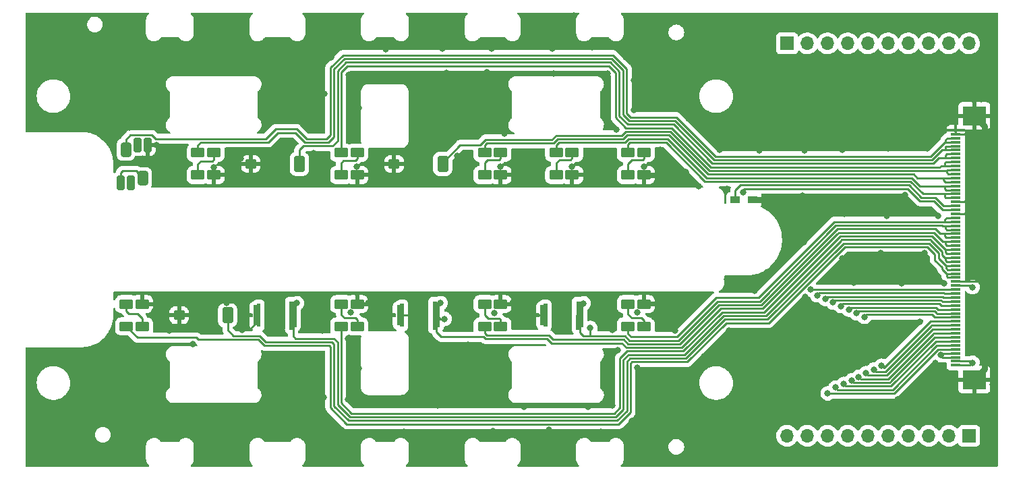
<source format=gtl>
G04 #@! TF.GenerationSoftware,KiCad,Pcbnew,(6.0.1-0)*
G04 #@! TF.CreationDate,2022-03-09T19:17:36+09:00*
G04 #@! TF.ProjectId,photo-single,70686f74-6f2d-4736-996e-676c652e6b69,rev?*
G04 #@! TF.SameCoordinates,Original*
G04 #@! TF.FileFunction,Copper,L1,Top*
G04 #@! TF.FilePolarity,Positive*
%FSLAX46Y46*%
G04 Gerber Fmt 4.6, Leading zero omitted, Abs format (unit mm)*
G04 Created by KiCad (PCBNEW (6.0.1-0)) date 2022-03-09 19:17:36*
%MOMM*%
%LPD*%
G01*
G04 APERTURE LIST*
G04 Aperture macros list*
%AMRoundRect*
0 Rectangle with rounded corners*
0 $1 Rounding radius*
0 $2 $3 $4 $5 $6 $7 $8 $9 X,Y pos of 4 corners*
0 Add a 4 corners polygon primitive as box body*
4,1,4,$2,$3,$4,$5,$6,$7,$8,$9,$2,$3,0*
0 Add four circle primitives for the rounded corners*
1,1,$1+$1,$2,$3*
1,1,$1+$1,$4,$5*
1,1,$1+$1,$6,$7*
1,1,$1+$1,$8,$9*
0 Add four rect primitives between the rounded corners*
20,1,$1+$1,$2,$3,$4,$5,0*
20,1,$1+$1,$4,$5,$6,$7,0*
20,1,$1+$1,$6,$7,$8,$9,0*
20,1,$1+$1,$8,$9,$2,$3,0*%
G04 Aperture macros list end*
G04 #@! TA.AperFunction,EtchedComponent*
%ADD10C,0.120000*%
G04 #@! TD*
G04 #@! TA.AperFunction,SMDPad,CuDef*
%ADD11RoundRect,0.250000X-0.625000X0.375000X-0.625000X-0.375000X0.625000X-0.375000X0.625000X0.375000X0*%
G04 #@! TD*
G04 #@! TA.AperFunction,SMDPad,CuDef*
%ADD12RoundRect,0.280000X0.420000X0.720000X-0.420000X0.720000X-0.420000X-0.720000X0.420000X-0.720000X0*%
G04 #@! TD*
G04 #@! TA.AperFunction,SMDPad,CuDef*
%ADD13RoundRect,0.240000X0.460000X0.360000X-0.460000X0.360000X-0.460000X-0.360000X0.460000X-0.360000X0*%
G04 #@! TD*
G04 #@! TA.AperFunction,SMDPad,CuDef*
%ADD14RoundRect,0.260000X0.390000X-0.640000X0.390000X0.640000X-0.390000X0.640000X-0.390000X-0.640000X0*%
G04 #@! TD*
G04 #@! TA.AperFunction,SMDPad,CuDef*
%ADD15RoundRect,0.200000X0.300000X-0.700000X0.300000X0.700000X-0.300000X0.700000X-0.300000X-0.700000X0*%
G04 #@! TD*
G04 #@! TA.AperFunction,SMDPad,CuDef*
%ADD16RoundRect,0.260000X-0.390000X0.640000X-0.390000X-0.640000X0.390000X-0.640000X0.390000X0.640000X0*%
G04 #@! TD*
G04 #@! TA.AperFunction,SMDPad,CuDef*
%ADD17RoundRect,0.200000X-0.300000X0.700000X-0.300000X-0.700000X0.300000X-0.700000X0.300000X0.700000X0*%
G04 #@! TD*
G04 #@! TA.AperFunction,SMDPad,CuDef*
%ADD18RoundRect,0.250000X0.625000X-0.375000X0.625000X0.375000X-0.625000X0.375000X-0.625000X-0.375000X0*%
G04 #@! TD*
G04 #@! TA.AperFunction,SMDPad,CuDef*
%ADD19RoundRect,0.180000X0.270000X1.370000X-0.270000X1.370000X-0.270000X-1.370000X0.270000X-1.370000X0*%
G04 #@! TD*
G04 #@! TA.AperFunction,SMDPad,CuDef*
%ADD20RoundRect,0.180000X0.270000X1.120000X-0.270000X1.120000X-0.270000X-1.120000X0.270000X-1.120000X0*%
G04 #@! TD*
G04 #@! TA.AperFunction,ComponentPad*
%ADD21R,1.700000X1.700000*%
G04 #@! TD*
G04 #@! TA.AperFunction,ComponentPad*
%ADD22O,1.700000X1.700000*%
G04 #@! TD*
G04 #@! TA.AperFunction,SMDPad,CuDef*
%ADD23R,1.250000X0.300000*%
G04 #@! TD*
G04 #@! TA.AperFunction,SMDPad,CuDef*
%ADD24R,3.000000X2.400000*%
G04 #@! TD*
G04 #@! TA.AperFunction,SMDPad,CuDef*
%ADD25R,1.200000X0.900000*%
G04 #@! TD*
G04 #@! TA.AperFunction,ViaPad*
%ADD26C,0.800000*%
G04 #@! TD*
G04 #@! TA.AperFunction,Conductor*
%ADD27C,0.250000*%
G04 #@! TD*
G04 #@! TA.AperFunction,Conductor*
%ADD28C,0.508000*%
G04 #@! TD*
G04 #@! TA.AperFunction,Conductor*
%ADD29C,0.762000*%
G04 #@! TD*
G04 APERTURE END LIST*
D10*
X118442416Y-107751660D02*
X118901211Y-107751633D01*
X118901211Y-107751633D02*
X118901211Y-111251633D01*
X118901211Y-111251633D02*
X118427416Y-111251660D01*
X118427416Y-111251660D02*
X118442416Y-107751660D01*
G36*
X118901211Y-111251633D02*
G01*
X118427416Y-111251660D01*
X118442416Y-107751660D01*
X118901211Y-107751633D01*
X118901211Y-111251633D01*
G37*
X118901211Y-111251633D02*
X118427416Y-111251660D01*
X118442416Y-107751660D01*
X118901211Y-107751633D01*
X118901211Y-111251633D01*
G36*
X114806211Y-110951633D02*
G01*
X114336211Y-110951633D01*
X114336211Y-108051633D01*
X114806211Y-108051633D01*
X114806211Y-110951633D01*
G37*
X136442416Y-107751660D02*
X136901211Y-107751633D01*
X136901211Y-107751633D02*
X136901211Y-111251633D01*
X136901211Y-111251633D02*
X136427416Y-111251660D01*
X136427416Y-111251660D02*
X136442416Y-107751660D01*
G36*
X136901211Y-111251633D02*
G01*
X136427416Y-111251660D01*
X136442416Y-107751660D01*
X136901211Y-107751633D01*
X136901211Y-111251633D01*
G37*
X136901211Y-111251633D02*
X136427416Y-111251660D01*
X136442416Y-107751660D01*
X136901211Y-107751633D01*
X136901211Y-111251633D01*
G36*
X132806211Y-110951633D02*
G01*
X132336211Y-110951633D01*
X132336211Y-108051633D01*
X132806211Y-108051633D01*
X132806211Y-110951633D01*
G37*
X154442416Y-107751660D02*
X154901211Y-107751633D01*
X154901211Y-107751633D02*
X154901211Y-111251633D01*
X154901211Y-111251633D02*
X154427416Y-111251660D01*
X154427416Y-111251660D02*
X154442416Y-107751660D01*
G36*
X154901211Y-111251633D02*
G01*
X154427416Y-111251660D01*
X154442416Y-107751660D01*
X154901211Y-107751633D01*
X154901211Y-111251633D01*
G37*
X154901211Y-111251633D02*
X154427416Y-111251660D01*
X154442416Y-107751660D01*
X154901211Y-107751633D01*
X154901211Y-111251633D01*
G36*
X150806211Y-110951633D02*
G01*
X150336211Y-110951633D01*
X150336211Y-108051633D01*
X150806211Y-108051633D01*
X150806211Y-110951633D01*
G37*
D11*
X160921211Y-89102066D03*
X160921211Y-91902066D03*
X153921211Y-89102066D03*
X153921211Y-91902066D03*
X151921211Y-89102066D03*
X151921211Y-91902066D03*
X144921211Y-89102066D03*
X144921211Y-91902066D03*
X142921211Y-89102066D03*
X142921211Y-91902066D03*
D12*
X137671211Y-90502066D03*
D13*
X131571211Y-90502066D03*
D11*
X126921211Y-89102066D03*
X126921211Y-91902066D03*
X124921211Y-89102066D03*
X124921211Y-91902066D03*
D12*
X119671211Y-90502066D03*
D13*
X113571211Y-90502066D03*
D11*
X108921211Y-89102066D03*
X108921211Y-91902066D03*
X106921211Y-89102066D03*
X106921211Y-91902066D03*
D14*
X100000000Y-92300000D03*
D15*
X100650000Y-88100000D03*
X99350000Y-88100000D03*
D16*
X97900000Y-88700000D03*
D17*
X97250000Y-92900000D03*
X98550000Y-92900000D03*
D18*
X124921211Y-110901633D03*
X124921211Y-108101633D03*
D19*
X118886211Y-109501633D03*
D20*
X114356211Y-109501633D03*
D12*
X110671211Y-109501633D03*
D13*
X104571211Y-109501633D03*
D18*
X99921211Y-110901633D03*
X99921211Y-108101633D03*
X160921211Y-110901633D03*
X160921211Y-108101633D03*
X126921211Y-110901633D03*
X126921211Y-108101633D03*
D19*
X136886211Y-109501633D03*
D20*
X132356211Y-109501633D03*
D18*
X142921211Y-110901633D03*
X142921211Y-108101633D03*
X144921211Y-110901633D03*
X144921211Y-108101633D03*
D19*
X154886211Y-109501633D03*
D20*
X150356211Y-109501633D03*
D11*
X162921211Y-89102066D03*
X162921211Y-91902066D03*
D21*
X180905000Y-75372000D03*
D22*
X183445000Y-75372000D03*
X185985000Y-75372000D03*
X188525000Y-75372000D03*
X191065000Y-75372000D03*
X193605000Y-75372000D03*
X196145000Y-75372000D03*
X198685000Y-75372000D03*
X201225000Y-75372000D03*
X203765000Y-75372000D03*
D21*
X203765000Y-124628000D03*
D22*
X201225000Y-124628000D03*
X198685000Y-124628000D03*
X196145000Y-124628000D03*
X193605000Y-124628000D03*
X191065000Y-124628000D03*
X188525000Y-124628000D03*
X185985000Y-124628000D03*
X183445000Y-124628000D03*
X180905000Y-124628000D03*
D18*
X162921211Y-110901633D03*
X162921211Y-108101633D03*
D23*
X202074000Y-115770000D03*
X202074000Y-115270000D03*
X202074000Y-114770000D03*
X202074000Y-114270000D03*
X202074000Y-113770000D03*
X202074000Y-113270000D03*
X202074000Y-112770000D03*
X202074000Y-112270000D03*
X202074000Y-111770000D03*
X202074000Y-111270000D03*
X202074000Y-110770000D03*
X202074000Y-110270000D03*
X202074000Y-109770000D03*
X202074000Y-109270000D03*
X202074000Y-108770000D03*
X202074000Y-108270000D03*
X202074000Y-107770000D03*
X202074000Y-107270000D03*
X202074000Y-106770000D03*
X202074000Y-106270000D03*
X202074000Y-105770000D03*
X202074000Y-105270000D03*
X202074000Y-104770000D03*
X202074000Y-104270000D03*
X202074000Y-103770000D03*
X202074000Y-103270000D03*
X202074000Y-102770000D03*
X202074000Y-102270000D03*
X202074000Y-101770000D03*
X202074000Y-101270000D03*
X202074000Y-100770000D03*
X202074000Y-100270000D03*
X202074000Y-99770000D03*
X202074000Y-99270000D03*
X202074000Y-98770000D03*
X202074000Y-98270000D03*
X202074000Y-97770000D03*
X202074000Y-97270000D03*
X202074000Y-96770000D03*
X202074000Y-96270000D03*
X202074000Y-95770000D03*
X202074000Y-95270000D03*
X202074000Y-94770000D03*
X202074000Y-94270000D03*
X202074000Y-93770000D03*
X202074000Y-93270000D03*
X202074000Y-92770000D03*
X202074000Y-92270000D03*
X202074000Y-91770000D03*
X202074000Y-91270000D03*
X202074000Y-90770000D03*
X202074000Y-90270000D03*
X202074000Y-89770000D03*
X202074000Y-89270000D03*
X202074000Y-88770000D03*
X202074000Y-88270000D03*
X202074000Y-87770000D03*
X202074000Y-87270000D03*
X202074000Y-86770000D03*
X202074000Y-86270000D03*
D24*
X204399000Y-117570000D03*
X204399000Y-84470000D03*
D25*
X174400000Y-95000000D03*
X176600000Y-95000000D03*
D18*
X97921211Y-110901633D03*
X97921211Y-108101633D03*
D26*
X85810000Y-79280000D03*
X85890000Y-72890000D03*
X88650000Y-75730000D03*
X91750000Y-79320000D03*
X91930000Y-72670000D03*
X91840000Y-85750000D03*
X95120000Y-82600000D03*
X98580000Y-79450000D03*
X98490000Y-72580000D03*
X98490000Y-72580000D03*
X95560000Y-75730000D03*
X101680000Y-82380000D03*
X98320000Y-85970000D03*
X103260000Y-89860000D03*
X99950000Y-90550000D03*
X108930000Y-90930000D03*
X117910000Y-90870000D03*
X126900000Y-90870000D03*
X135930000Y-90860000D03*
X144920000Y-90870000D03*
X153890000Y-90840000D03*
X162930000Y-90850000D03*
X103600000Y-92440000D03*
X112220000Y-92850000D03*
X121450000Y-92810000D03*
X130110000Y-92690000D03*
X139470000Y-92790000D03*
X148400000Y-92950000D03*
X157900000Y-92720000D03*
X157800000Y-90360000D03*
X148420000Y-90240000D03*
X139500000Y-89510000D03*
X130180000Y-89100000D03*
X121450000Y-89180000D03*
X112340000Y-89810000D03*
X102050000Y-86010000D03*
X102610000Y-75790000D03*
X107580000Y-72610000D03*
X112700000Y-72590000D03*
X109590000Y-76710000D03*
X105740000Y-78650000D03*
X113870000Y-78910000D03*
X116680000Y-75320000D03*
X121240000Y-72340000D03*
X126240000Y-72240000D03*
X123960000Y-75010000D03*
X120560000Y-78210000D03*
X116480000Y-80500000D03*
X115710000Y-84480000D03*
X129590000Y-79810000D03*
X132650000Y-79810000D03*
X134250000Y-72170000D03*
X139610000Y-74380000D03*
X136730000Y-73450000D03*
X139610000Y-72110000D03*
X134080000Y-74410000D03*
X135650000Y-80540000D03*
X138500000Y-83500000D03*
X145320000Y-80410000D03*
X145390000Y-86670000D03*
X142510000Y-83540000D03*
X140610000Y-80480000D03*
X140330000Y-86630000D03*
X145790000Y-83410000D03*
X135480000Y-83440000D03*
X157970000Y-83080000D03*
X148050000Y-72080000D03*
X154110000Y-71900000D03*
X154020000Y-74290000D03*
X148350000Y-74420000D03*
X150760000Y-73180000D03*
X161190000Y-71940000D03*
X161090000Y-74940000D03*
X168080000Y-82080000D03*
X171710000Y-85350000D03*
X178060000Y-85430000D03*
X164870000Y-73750000D03*
X169340000Y-71930000D03*
X168470000Y-75840000D03*
X169510000Y-78500000D03*
X173610000Y-72320000D03*
X172940000Y-75740000D03*
X174360000Y-80180000D03*
X175740000Y-83340000D03*
X177240000Y-75330000D03*
X180190000Y-72470000D03*
X186280000Y-72510000D03*
X194410000Y-72510000D03*
X201760000Y-72550000D03*
X206300000Y-72500000D03*
X206380000Y-127580000D03*
X206630000Y-124100000D03*
X202150000Y-127500000D03*
X196160000Y-127760000D03*
X189400000Y-127690000D03*
X183930000Y-127500000D03*
X178330000Y-127630000D03*
X168490000Y-127600000D03*
X173150000Y-124830000D03*
X168690000Y-121910000D03*
X178540000Y-121870000D03*
X168790000Y-117680000D03*
X174380000Y-119840000D03*
X161250000Y-127460000D03*
X166140000Y-124810000D03*
X178250000Y-124570000D03*
X147890000Y-125380000D03*
X153840000Y-125380000D03*
X153840000Y-127940000D03*
X147980000Y-127990000D03*
X150800000Y-126810000D03*
X145330000Y-119520000D03*
X145500000Y-113660000D03*
X135430000Y-113430000D03*
X140250000Y-119640000D03*
X138030000Y-115860000D03*
X140850000Y-113170000D03*
X143290000Y-116680000D03*
X140890000Y-110040000D03*
X162070000Y-109110000D03*
X153070000Y-109120000D03*
X144120000Y-109180000D03*
X135120000Y-109110000D03*
X126150000Y-109120000D03*
X116940000Y-109120000D03*
X107870000Y-109170000D03*
X103320000Y-107060000D03*
X112760000Y-107270000D03*
X121260000Y-107190000D03*
X130670000Y-107250000D03*
X139810000Y-107220000D03*
X148560000Y-107330000D03*
X157850000Y-107290000D03*
X158600000Y-109400000D03*
X122200000Y-114700000D03*
X115450000Y-115280000D03*
X115190000Y-119990000D03*
X122710000Y-119800000D03*
X118690000Y-117500000D03*
X95950000Y-112820000D03*
X85880000Y-113950000D03*
X93000000Y-114260000D03*
X85810000Y-120840000D03*
X93190000Y-120580000D03*
X89480000Y-115280000D03*
X89360000Y-121110000D03*
X85920000Y-124360000D03*
X85810000Y-127890000D03*
X89920000Y-127820000D03*
X95820000Y-127890000D03*
X90180000Y-124520000D03*
X96270000Y-117290000D03*
X98360000Y-121760000D03*
X99830000Y-127330000D03*
X102260000Y-114630000D03*
X101360000Y-118580000D03*
X103690000Y-122760000D03*
X98120000Y-124950000D03*
X108630000Y-120910000D03*
X107110000Y-127710000D03*
X106920000Y-124280000D03*
X112960000Y-124330000D03*
X113010000Y-127470000D03*
X109920000Y-126040000D03*
X118900000Y-123090000D03*
X120680000Y-125210000D03*
X127180000Y-125180000D03*
X121050000Y-128050000D03*
X126840000Y-127990000D03*
X123970000Y-126540000D03*
X132800000Y-124100000D03*
X134020000Y-127970000D03*
X139690000Y-125660000D03*
X139790000Y-127970000D03*
X134290000Y-125730000D03*
X137070000Y-126900000D03*
X101510000Y-108940000D03*
X110500000Y-107980000D03*
X128330000Y-107980000D03*
X146410000Y-107990000D03*
X164480000Y-106900000D03*
X206690000Y-118210000D03*
X206690000Y-110880000D03*
X206590000Y-102810000D03*
X206500000Y-95960000D03*
X206620000Y-88420000D03*
X206820000Y-80030000D03*
X206900000Y-75670000D03*
X161700000Y-83700000D03*
X160700000Y-77100000D03*
X161700000Y-80000000D03*
X164700000Y-77500000D03*
X164800000Y-81800000D03*
X158400000Y-79200000D03*
X156400000Y-75900000D03*
X151400000Y-76000000D03*
X143800000Y-76000000D03*
X137600000Y-76000000D03*
X130500000Y-76100000D03*
X123700000Y-77100000D03*
X101700000Y-88100000D03*
X122500000Y-86000000D03*
X122800000Y-81700000D03*
X119100000Y-82600000D03*
X125900000Y-79300000D03*
X126000000Y-87400000D03*
X127100000Y-83500000D03*
X138100000Y-79100000D03*
X143200000Y-79000000D03*
X151600000Y-79200000D03*
X159500000Y-86200000D03*
X168500000Y-84800000D03*
X172400000Y-88700000D03*
X168200000Y-91500000D03*
X165000000Y-88700000D03*
X169800000Y-93300000D03*
X173400000Y-93600000D03*
X182800000Y-94500000D03*
X183000000Y-100300000D03*
X180100000Y-96800000D03*
X173400000Y-105000000D03*
X176800000Y-106400000D03*
X179800000Y-103200000D03*
X166800000Y-111400000D03*
X164200000Y-109700000D03*
X169400000Y-107800000D03*
X103300000Y-111400000D03*
X106300000Y-113100000D03*
X112500000Y-111300000D03*
X122600000Y-111400000D03*
X125800000Y-112400000D03*
X125800000Y-120100000D03*
X132300000Y-120700000D03*
X127100000Y-116200000D03*
X129300000Y-120300000D03*
X134400000Y-116400000D03*
X137000000Y-120800000D03*
X147900000Y-121000000D03*
X155900000Y-121000000D03*
X159000000Y-120800000D03*
X158200000Y-117200000D03*
X159600000Y-113900000D03*
X148400000Y-110900000D03*
X159000000Y-111300000D03*
X162100000Y-116100000D03*
X161400000Y-122800000D03*
X157500000Y-124100000D03*
X151000000Y-123900000D03*
X144000000Y-124000000D03*
X137200000Y-124200000D03*
X164600000Y-119400000D03*
X173600000Y-111400000D03*
X170500000Y-114600000D03*
X179100000Y-111300000D03*
X183200000Y-107200000D03*
X187800000Y-102400000D03*
X189300000Y-105400000D03*
X198200000Y-101700000D03*
X200600000Y-105500000D03*
X192700000Y-101700000D03*
X195300000Y-105500000D03*
X196900000Y-103400000D03*
X190700000Y-103700000D03*
X188100000Y-94700000D03*
X188100000Y-96800000D03*
X195700000Y-94400000D03*
X199900000Y-97000000D03*
X193400000Y-97000000D03*
X190900000Y-95300000D03*
X197300000Y-96400000D03*
X183100000Y-88800000D03*
X177400000Y-88800000D03*
X178600000Y-79700000D03*
X183000000Y-78700000D03*
X182800000Y-83000000D03*
X188000000Y-79400000D03*
X187800000Y-88700000D03*
X188000000Y-83800000D03*
X194000000Y-83800000D03*
X201800000Y-85200000D03*
X198500000Y-88600000D03*
X193600000Y-88600000D03*
X190900000Y-86300000D03*
X190800000Y-81200000D03*
X193600000Y-77800000D03*
X199700000Y-76900000D03*
X197300000Y-80400000D03*
X202100000Y-78000000D03*
X198700000Y-83700000D03*
X205300000Y-82400000D03*
X176200000Y-114600000D03*
X181400000Y-116700000D03*
X185200000Y-121100000D03*
X187000000Y-117300000D03*
X184900000Y-112800000D03*
X189700000Y-110700000D03*
X190900000Y-115300000D03*
X197600000Y-110300000D03*
X193700000Y-112300000D03*
X190700000Y-121300000D03*
X194800000Y-120100000D03*
X199800000Y-123400000D03*
X199500000Y-115500000D03*
X202000000Y-117100000D03*
X201900000Y-120300000D03*
X198300000Y-119100000D03*
X178100000Y-95000000D03*
X85940000Y-85930000D03*
X166260000Y-92490000D03*
X165340000Y-107940000D03*
X155350000Y-108000000D03*
X156200000Y-111100000D03*
X137900000Y-109960000D03*
X137410000Y-107970000D03*
X119360000Y-107990000D03*
X204181000Y-105970001D03*
X204181000Y-115462010D03*
X200200000Y-114500000D03*
X190600000Y-109695060D03*
X189631242Y-109245050D03*
X188670685Y-108795040D03*
X187672159Y-108345030D03*
X186680258Y-107895020D03*
X185705484Y-107445010D03*
X184700000Y-106995000D03*
X183847795Y-106247795D03*
X191806124Y-116311213D03*
X192760790Y-115824812D03*
X189902642Y-117224970D03*
X190806121Y-116774960D03*
X186989952Y-118575000D03*
X186000000Y-119300000D03*
X188000000Y-118124990D03*
X189000000Y-117674980D03*
X175390476Y-94094445D03*
D27*
X202130000Y-105270000D02*
X202154999Y-105245001D01*
D28*
X165772066Y-92002066D02*
X166260000Y-92490000D01*
D27*
X113410000Y-111300000D02*
X114356211Y-110353789D01*
X205645001Y-105245001D02*
X205700000Y-105300000D01*
X202154999Y-95245001D02*
X205654999Y-95245001D01*
X202074000Y-96770000D02*
X205430000Y-96770000D01*
X134728367Y-109501633D02*
X135120000Y-109110000D01*
D29*
X205700000Y-85771000D02*
X205700000Y-86100000D01*
D27*
X202074000Y-95270000D02*
X202130000Y-95270000D01*
X202074000Y-86770000D02*
X205570000Y-86770000D01*
D29*
X204399000Y-84470000D02*
X205700000Y-85771000D01*
D27*
X205570000Y-86770000D02*
X205700000Y-86900000D01*
X202130000Y-95270000D02*
X202154999Y-95245001D01*
X114356211Y-110353789D02*
X114356211Y-109501633D01*
X148668367Y-109501633D02*
X150356211Y-109501633D01*
D29*
X205700000Y-96500000D02*
X205700000Y-105300000D01*
X205700000Y-116269000D02*
X204399000Y-117570000D01*
D27*
X132356211Y-109501633D02*
X134728367Y-109501633D01*
X148400000Y-109770000D02*
X148668367Y-109501633D01*
D28*
X162921211Y-92002066D02*
X165772066Y-92002066D01*
D27*
X205654999Y-95245001D02*
X205700000Y-95200000D01*
D28*
X165278367Y-108001633D02*
X165340000Y-107940000D01*
D27*
X205430000Y-96770000D02*
X205700000Y-96500000D01*
D29*
X205700000Y-105300000D02*
X205700000Y-116269000D01*
D27*
X202074000Y-86270000D02*
X205530000Y-86270000D01*
D29*
X205700000Y-86100000D02*
X205700000Y-86900000D01*
D27*
X202074000Y-105270000D02*
X202130000Y-105270000D01*
D29*
X205700000Y-95200000D02*
X205700000Y-96500000D01*
X176600000Y-95000000D02*
X178100000Y-95000000D01*
D27*
X205530000Y-86270000D02*
X205700000Y-86100000D01*
X202154999Y-105245001D02*
X205645001Y-105245001D01*
X112500000Y-111300000D02*
X113410000Y-111300000D01*
X148400000Y-110900000D02*
X148400000Y-109770000D01*
D28*
X162921211Y-108001633D02*
X165278367Y-108001633D01*
D29*
X205700000Y-86900000D02*
X205700000Y-95200000D01*
D27*
X177300000Y-107300000D02*
X186830000Y-97770000D01*
X200930000Y-97270000D02*
X200730000Y-97470000D01*
X186830000Y-97770000D02*
X200730000Y-97770000D01*
X172000000Y-107300000D02*
X177300000Y-107300000D01*
X200730000Y-97470000D02*
X200730000Y-97770000D01*
X202074000Y-97270000D02*
X200930000Y-97270000D01*
X161300000Y-112200000D02*
X167100000Y-112200000D01*
X167100000Y-112200000D02*
X172000000Y-107300000D01*
X160921211Y-111001633D02*
X160921211Y-111821211D01*
X160921211Y-111821211D02*
X161300000Y-112200000D01*
X200730000Y-97770000D02*
X202074000Y-97770000D01*
X167286401Y-112650009D02*
X161113600Y-112650010D01*
X161113600Y-112650010D02*
X160563590Y-112100000D01*
X160563590Y-112100000D02*
X156240000Y-112100000D01*
X200770000Y-98570000D02*
X200770000Y-98270000D01*
X156240000Y-112100000D02*
X155300000Y-112100000D01*
X155300000Y-112100000D02*
X154886211Y-111686211D01*
X177486401Y-107750009D02*
X172186400Y-107750010D01*
X200770000Y-98270000D02*
X200449990Y-98270000D01*
X156200000Y-112060000D02*
X156240000Y-112100000D01*
X187016400Y-98220010D02*
X177486401Y-107750009D01*
X202074000Y-98770000D02*
X200970000Y-98770000D01*
X200400000Y-98220010D02*
X187016400Y-98220010D01*
X200449990Y-98270000D02*
X200400000Y-98220010D01*
X156200000Y-111100000D02*
X156200000Y-112060000D01*
X200970000Y-98770000D02*
X200770000Y-98570000D01*
X172186400Y-107750010D02*
X167286401Y-112650009D01*
X154886211Y-111686211D02*
X154886211Y-109501633D01*
X200770000Y-98270000D02*
X202074000Y-98270000D01*
X200670000Y-99270000D02*
X202074000Y-99270000D01*
X202074000Y-99770000D02*
X200870000Y-99770000D01*
X166799982Y-113100018D02*
X167472802Y-113100018D01*
X160377190Y-112550010D02*
X151530010Y-112550010D01*
X200099980Y-99270000D02*
X200670000Y-99270000D01*
X166599980Y-113100020D02*
X166799980Y-113100020D01*
X166599980Y-113100020D02*
X166599982Y-113100018D01*
X166799980Y-113100020D02*
X166799982Y-113100018D01*
X167472802Y-113100018D02*
X172372801Y-108200019D01*
X151530010Y-112550010D02*
X150980000Y-112000000D01*
X172372801Y-108200019D02*
X177672802Y-108200018D01*
X200870000Y-99770000D02*
X200670000Y-99570000D01*
X166599980Y-113100020D02*
X160927200Y-113100020D01*
X177672802Y-108200018D02*
X187202800Y-98670020D01*
X187202800Y-98670020D02*
X199500000Y-98670020D01*
X142921211Y-111721211D02*
X142921211Y-111001633D01*
X199500000Y-98670020D02*
X200099980Y-99270000D01*
X143200000Y-112000000D02*
X142921211Y-111721211D01*
X150980000Y-112000000D02*
X143200000Y-112000000D01*
X160927200Y-113100020D02*
X160377190Y-112550010D01*
X200670000Y-99570000D02*
X200670000Y-99270000D01*
X200970000Y-100770000D02*
X200770000Y-100570000D01*
X151344302Y-113000020D02*
X150793802Y-112449520D01*
X167659200Y-113550030D02*
X160740800Y-113550030D01*
X199313600Y-99120030D02*
X200463570Y-100270000D01*
X177859203Y-108650027D02*
X172559202Y-108650028D01*
X143014090Y-112449520D02*
X143013600Y-112450010D01*
X187200000Y-99324645D02*
X187200000Y-99309230D01*
X142763590Y-112200000D02*
X137490000Y-112200000D01*
X187200000Y-99309230D02*
X177859203Y-108650027D01*
X150793802Y-112449520D02*
X143014090Y-112449520D01*
X137900000Y-109960000D02*
X137344578Y-109960000D01*
X187200000Y-99309230D02*
X187389200Y-99120030D01*
X160740800Y-113550030D02*
X160190790Y-113000020D01*
X202074000Y-100770000D02*
X200970000Y-100770000D01*
X160190790Y-113000020D02*
X151344302Y-113000020D01*
X200770000Y-100270000D02*
X202074000Y-100270000D01*
X200770000Y-100570000D02*
X200770000Y-100270000D01*
X200463570Y-100270000D02*
X200770000Y-100270000D01*
X137344578Y-109960000D02*
X136886211Y-109501633D01*
X143013600Y-112450010D02*
X142763590Y-112200000D01*
X172559202Y-108650028D02*
X167659200Y-113550030D01*
X137490000Y-112200000D02*
X136886211Y-111596211D01*
X187389200Y-99120030D02*
X199313600Y-99120030D01*
X136886211Y-111596211D02*
X136886211Y-109501633D01*
X178045604Y-109100036D02*
X187370985Y-99774655D01*
X159200000Y-121800000D02*
X159900000Y-121100000D01*
X160799960Y-114000040D02*
X167845601Y-114000039D01*
X159900000Y-121100000D02*
X159900000Y-114900000D01*
X124921211Y-120521211D02*
X126200000Y-121800000D01*
X172745603Y-109100037D02*
X178045604Y-109100036D01*
X124921211Y-111001633D02*
X124921211Y-120521211D01*
X202074000Y-101770000D02*
X200970000Y-101770000D01*
X187370985Y-99774655D02*
X187386400Y-99774655D01*
X187386400Y-99774655D02*
X187591015Y-99570040D01*
X167845601Y-114000039D02*
X172745603Y-109100037D01*
X159900000Y-114900000D02*
X160799960Y-114000040D01*
X200827160Y-101627160D02*
X200827160Y-101270000D01*
X200970000Y-101770000D02*
X200827160Y-101627160D01*
X126200000Y-121800000D02*
X159200000Y-121800000D01*
X199127200Y-99570040D02*
X200827160Y-101270000D01*
X187591015Y-99570040D02*
X199127200Y-99570040D01*
X200827160Y-101270000D02*
X202074000Y-101270000D01*
X200830000Y-102630000D02*
X200830000Y-102270000D01*
X165949950Y-114450050D02*
X160986360Y-114450050D01*
X165949952Y-114450048D02*
X165949950Y-114450050D01*
X119180000Y-112400000D02*
X118886211Y-112106211D01*
X124471202Y-120707612D02*
X124471201Y-112871201D01*
X198940800Y-100040800D02*
X198940800Y-100020050D01*
X160986360Y-114450050D02*
X160350010Y-115086400D01*
X200830000Y-102270000D02*
X200670000Y-102270000D01*
X126013600Y-122250010D02*
X124471202Y-120707612D01*
X159386401Y-122250009D02*
X126013600Y-122250010D01*
X200377150Y-101477150D02*
X198940800Y-100040800D01*
X187572801Y-100224664D02*
X187557385Y-100224665D01*
X168032002Y-114450048D02*
X165949952Y-114450048D01*
X198940800Y-100020050D02*
X187777415Y-100020050D01*
X160350010Y-115086400D02*
X160350010Y-121286400D01*
X202074000Y-102770000D02*
X200970000Y-102770000D01*
X172932004Y-109550046D02*
X168032002Y-114450048D01*
X187557385Y-100224665D02*
X178232005Y-109550045D01*
X178232005Y-109550045D02*
X172932004Y-109550046D01*
X200670000Y-102270000D02*
X200377150Y-101977150D01*
X187777415Y-100020050D02*
X187572801Y-100224664D01*
X124471201Y-112871201D02*
X124000000Y-112400000D01*
X118886211Y-112106211D02*
X118886211Y-109501633D01*
X160350010Y-121286400D02*
X159386401Y-122250009D01*
X200377150Y-101977150D02*
X200377150Y-101477150D01*
X200970000Y-102770000D02*
X200830000Y-102630000D01*
X124000000Y-112400000D02*
X119180000Y-112400000D01*
X200830000Y-102270000D02*
X202074000Y-102270000D01*
X201070000Y-103770000D02*
X200833590Y-103533590D01*
X178424645Y-110009230D02*
X187963815Y-100470060D01*
X154199980Y-122700020D02*
X159572800Y-122700020D01*
X154199980Y-122700020D02*
X125827200Y-122700020D01*
X198733650Y-100470060D02*
X199927140Y-101663550D01*
X187963815Y-100470060D02*
X198733650Y-100470060D01*
X110671211Y-111351211D02*
X110671211Y-109501633D01*
X159572800Y-122700020D02*
X160800020Y-121472800D01*
X154199980Y-122700020D02*
X154400000Y-122700020D01*
X200833590Y-103270000D02*
X202074000Y-103270000D01*
X200833590Y-103533590D02*
X200833590Y-103270000D01*
X160800020Y-121472800D02*
X160800020Y-115299980D01*
X199927140Y-101663550D02*
X199927140Y-102363550D01*
X124021193Y-113121193D02*
X123750010Y-112850010D01*
X125827200Y-122700020D02*
X124021193Y-120894013D01*
X111420000Y-112100000D02*
X110671211Y-111351211D01*
X123750010Y-112850010D02*
X115460010Y-112850010D01*
X115460010Y-112850010D02*
X114710000Y-112100000D01*
X161199940Y-114900060D02*
X168218400Y-114900060D01*
X124021193Y-120894013D02*
X124021193Y-113121193D01*
X160800020Y-115299980D02*
X161199940Y-114900060D01*
X202074000Y-103770000D02*
X201070000Y-103770000D01*
X168218400Y-114900060D02*
X173109230Y-110009230D01*
X114710000Y-112100000D02*
X111420000Y-112100000D01*
X173109230Y-110009230D02*
X178424645Y-110009230D01*
X199927140Y-102363550D02*
X200833590Y-103270000D01*
X200383581Y-103719991D02*
X200383580Y-103483580D01*
X123400020Y-113300020D02*
X115274303Y-113300020D01*
X123571184Y-121080414D02*
X123571183Y-113471183D01*
X106763590Y-112300000D02*
X99319578Y-112300000D01*
X198520070Y-100920070D02*
X188150215Y-100920070D01*
X201070000Y-104770000D02*
X200933590Y-104633590D01*
X99319578Y-112300000D02*
X97921211Y-110901633D01*
X159759201Y-123150029D02*
X125640800Y-123150030D01*
X199477130Y-102577130D02*
X199477130Y-101877130D01*
X161250030Y-121659200D02*
X159759201Y-123150029D01*
X115274303Y-113300020D02*
X114524293Y-112550010D01*
X114524293Y-112550010D02*
X107013600Y-112550010D01*
X188150215Y-100920070D02*
X178611046Y-110459239D01*
X123571183Y-113471183D02*
X123400020Y-113300020D01*
X107013600Y-112550010D02*
X106763590Y-112300000D01*
X200933590Y-104270000D02*
X200383581Y-103719991D01*
X199477130Y-101877130D02*
X198520070Y-100920070D01*
X200383580Y-103483580D02*
X199477130Y-102577130D01*
X178611046Y-110459239D02*
X173295630Y-110459240D01*
X200933590Y-104633590D02*
X200933590Y-104270000D01*
X161449930Y-115350070D02*
X161250030Y-115549970D01*
X173295630Y-110459240D02*
X168404801Y-115350069D01*
X161250030Y-115549970D02*
X161250030Y-121659200D01*
X202074000Y-104770000D02*
X201070000Y-104770000D01*
X200933590Y-104270000D02*
X202074000Y-104270000D01*
X125640800Y-123150030D02*
X123571184Y-121080414D01*
X168404801Y-115350069D02*
X161449930Y-115350070D01*
X165700000Y-87800000D02*
X170600000Y-92700000D01*
X160921211Y-89002066D02*
X160921211Y-88078789D01*
X160921211Y-88078789D02*
X161200000Y-87800000D01*
X197970000Y-94270000D02*
X200670000Y-94270000D01*
X196400000Y-92700000D02*
X197970000Y-94270000D01*
X200770000Y-94770000D02*
X200670000Y-94670000D01*
X200670000Y-94270000D02*
X202074000Y-94270000D01*
X170600000Y-92700000D02*
X196400000Y-92700000D01*
X161200000Y-87800000D02*
X165700000Y-87800000D01*
X202074000Y-94770000D02*
X200770000Y-94770000D01*
X200670000Y-94670000D02*
X200670000Y-94270000D01*
X165886401Y-87349991D02*
X170786400Y-92249990D01*
X160531795Y-87831795D02*
X161013600Y-87349990D01*
X152268205Y-87831795D02*
X160531795Y-87831795D01*
X202074000Y-93770000D02*
X200870000Y-93770000D01*
X170786400Y-92249990D02*
X196586401Y-92249991D01*
X161013600Y-87349990D02*
X165886401Y-87349991D01*
X200730000Y-93270000D02*
X202074000Y-93270000D01*
X151921211Y-88178789D02*
X152268205Y-87831795D01*
X151921211Y-89002066D02*
X151921211Y-88178789D01*
X200870000Y-93770000D02*
X200730000Y-93630000D01*
X200730000Y-93630000D02*
X200730000Y-93270000D01*
X197606410Y-93270000D02*
X200730000Y-93270000D01*
X196586401Y-92249991D02*
X197606410Y-93270000D01*
X152081805Y-87381785D02*
X160345395Y-87381785D01*
X202074000Y-92770000D02*
X200770000Y-92770000D01*
X165200000Y-86899980D02*
X166072802Y-86899982D01*
X200570000Y-92570000D02*
X200570000Y-92270000D01*
X197242818Y-92270000D02*
X200570000Y-92270000D01*
X200770000Y-92770000D02*
X200570000Y-92570000D01*
X142921211Y-89002066D02*
X142921211Y-88178789D01*
X160345395Y-87381785D02*
X160827200Y-86899980D01*
X196772800Y-91799982D02*
X197242818Y-92270000D01*
X151563590Y-87900000D02*
X152081805Y-87381785D01*
X143200000Y-87900000D02*
X151563590Y-87900000D01*
X160827200Y-86899980D02*
X165200000Y-86899980D01*
X200570000Y-92270000D02*
X202074000Y-92270000D01*
X170972801Y-91799981D02*
X196772800Y-91799982D01*
X166072802Y-86899982D02*
X170972801Y-91799981D01*
X142921211Y-88178789D02*
X143200000Y-87900000D01*
X142344408Y-88119182D02*
X139866204Y-88119182D01*
X137671211Y-90314175D02*
X137671211Y-90502066D01*
X200950028Y-91349972D02*
X171159202Y-91349972D01*
X201030000Y-91270000D02*
X202074000Y-91270000D01*
X151377190Y-87449990D02*
X143013600Y-87449990D01*
X160640800Y-86449970D02*
X160158995Y-86931775D01*
X166259203Y-86449973D02*
X165949972Y-86449972D01*
X165949972Y-86449972D02*
X165949970Y-86449970D01*
X143013600Y-87449990D02*
X142344408Y-88119182D01*
X200950028Y-91550028D02*
X200950028Y-91349972D01*
X171159202Y-91349972D02*
X166259203Y-86449973D01*
X202074000Y-91770000D02*
X201170000Y-91770000D01*
X139866204Y-88119182D02*
X137671211Y-90314175D01*
X201170000Y-91770000D02*
X200950028Y-91550028D01*
X200950028Y-91349972D02*
X201030000Y-91270000D01*
X151895405Y-86931775D02*
X151377190Y-87449990D01*
X165949970Y-86449970D02*
X160640800Y-86449970D01*
X160158995Y-86931775D02*
X151895405Y-86931775D01*
X200100038Y-90899962D02*
X200230000Y-90770000D01*
X124921211Y-78978789D02*
X125700000Y-78200000D01*
X202074000Y-90270000D02*
X200830000Y-90270000D01*
X166445600Y-85999960D02*
X171345602Y-90899962D01*
X160699960Y-85999960D02*
X166445600Y-85999960D01*
X158500000Y-78200000D02*
X159400000Y-79100000D01*
X200830000Y-90270000D02*
X200670000Y-90430000D01*
X125700000Y-78200000D02*
X158500000Y-78200000D01*
X171345602Y-90899962D02*
X200100038Y-90899962D01*
X159400000Y-84700000D02*
X160699960Y-85999960D01*
X200670000Y-90430000D02*
X200670000Y-90770000D01*
X200230000Y-90770000D02*
X200670000Y-90770000D01*
X159400000Y-79100000D02*
X159400000Y-84700000D01*
X200670000Y-90770000D02*
X202074000Y-90770000D01*
X124921211Y-89002066D02*
X124921211Y-78978789D01*
X160886360Y-85549950D02*
X159850010Y-84513600D01*
X124471202Y-78792388D02*
X124471201Y-87628799D01*
X199979952Y-89770000D02*
X199300000Y-90449952D01*
X124471201Y-87628799D02*
X123840000Y-88260000D01*
X200930000Y-89270000D02*
X200770000Y-89430000D01*
X202074000Y-89270000D02*
X200930000Y-89270000D01*
X200770000Y-89770000D02*
X199979952Y-89770000D01*
X199300000Y-90449952D02*
X171532002Y-90449952D01*
X119671211Y-88768789D02*
X119671211Y-90502066D01*
X171532002Y-90449952D02*
X166632001Y-85549951D01*
X120180000Y-88260000D02*
X119671211Y-88768789D01*
X123840000Y-88260000D02*
X120180000Y-88260000D01*
X200770000Y-89770000D02*
X202074000Y-89770000D01*
X158686401Y-77749991D02*
X125513600Y-77749990D01*
X166632001Y-85549951D02*
X160886360Y-85549950D01*
X125513600Y-77749990D02*
X124471202Y-78792388D01*
X159850010Y-78913600D02*
X158686401Y-77749991D01*
X200770000Y-89430000D02*
X200770000Y-89770000D01*
X159850010Y-84513600D02*
X159850010Y-78913600D01*
X200770000Y-88330000D02*
X200770000Y-88770000D01*
X161072760Y-85099940D02*
X160300020Y-84327200D01*
X125327201Y-77299981D02*
X124021193Y-78605987D01*
X166818402Y-85099942D02*
X164400000Y-85099940D01*
X123339510Y-87810480D02*
X120392722Y-87810480D01*
X171718402Y-89999942D02*
X166818402Y-85099942D01*
X120392722Y-87810480D02*
X119172242Y-86590000D01*
X116973590Y-86590000D02*
X115763590Y-87800000D01*
X106921211Y-88178789D02*
X106921211Y-89002066D01*
X199113600Y-89999942D02*
X171718402Y-89999942D01*
X124021193Y-78605987D02*
X124021191Y-87128799D01*
X119172242Y-86590000D02*
X116973590Y-86590000D01*
X200770000Y-88770000D02*
X200343542Y-88770000D01*
X160300020Y-84327200D02*
X160300020Y-78727200D01*
X200830000Y-88270000D02*
X200770000Y-88330000D01*
X160300020Y-78727200D02*
X158872802Y-77299982D01*
X107300000Y-87800000D02*
X106921211Y-88178789D01*
X202074000Y-88270000D02*
X200830000Y-88270000D01*
X200343542Y-88770000D02*
X199113600Y-89999942D01*
X124021191Y-87128799D02*
X123339510Y-87810480D01*
X200770000Y-88770000D02*
X202074000Y-88770000D01*
X115763590Y-87800000D02*
X107300000Y-87800000D01*
X164400000Y-85099940D02*
X161072760Y-85099940D01*
X158872802Y-77299982D02*
X125327201Y-77299981D01*
X161259160Y-84649930D02*
X160750030Y-84140800D01*
X97921211Y-88278789D02*
X98200000Y-88000000D01*
X101642263Y-87350480D02*
X101167263Y-86875480D01*
X159059203Y-76849973D02*
X125140802Y-76849972D01*
X116689520Y-86140480D02*
X115479520Y-87350480D01*
X160750030Y-84140800D02*
X160750030Y-78540800D01*
X171904802Y-89549932D02*
X198927200Y-89549932D01*
X97900000Y-87440000D02*
X97900000Y-88700000D01*
X98464520Y-86875480D02*
X97900000Y-87440000D01*
X200693590Y-87770000D02*
X200830000Y-87770000D01*
X163950070Y-84649930D02*
X166049930Y-84649930D01*
X198927200Y-89549932D02*
X198927200Y-89536390D01*
X120578920Y-87360960D02*
X119358439Y-86140480D01*
X160750030Y-78540800D02*
X159059203Y-76849973D01*
X201030000Y-87270000D02*
X200830000Y-87470000D01*
X123571181Y-86828819D02*
X123039040Y-87360960D01*
X101167263Y-86875480D02*
X98464520Y-86875480D01*
X163950070Y-84649930D02*
X161259160Y-84649930D01*
X115479520Y-87350480D02*
X101642263Y-87350480D01*
X119358439Y-86140480D02*
X116689520Y-86140480D01*
X163950070Y-84649930D02*
X164100000Y-84649930D01*
X166049930Y-84649930D02*
X166049932Y-84649932D01*
X200830000Y-87470000D02*
X200830000Y-87770000D01*
X166049932Y-84649932D02*
X167004803Y-84649933D01*
X123571181Y-78419592D02*
X123571181Y-86828819D01*
X123039040Y-87360960D02*
X120578920Y-87360960D01*
X167004803Y-84649933D02*
X171904802Y-89549932D01*
X200830000Y-87770000D02*
X202074000Y-87770000D01*
X125140802Y-76849972D02*
X123571181Y-78419592D01*
X202074000Y-87270000D02*
X201030000Y-87270000D01*
X198927200Y-89536390D02*
X200693590Y-87770000D01*
X202074000Y-105770000D02*
X203980999Y-105770000D01*
X202074000Y-115770000D02*
X203873010Y-115770000D01*
X203980999Y-105770000D02*
X204181000Y-105970001D01*
X202074000Y-115270000D02*
X203988990Y-115270000D01*
X203988990Y-115270000D02*
X204181000Y-115462010D01*
X203873010Y-115770000D02*
X204181000Y-115462010D01*
X200470000Y-114770000D02*
X200200000Y-114500000D01*
X202074000Y-114770000D02*
X200470000Y-114770000D01*
X202074000Y-114270000D02*
X200430000Y-114270000D01*
D29*
X200200000Y-114500000D02*
X200201001Y-114501001D01*
D27*
X200430000Y-114270000D02*
X200200000Y-114500000D01*
X199047250Y-109420070D02*
X191600000Y-109420070D01*
X191600000Y-109420070D02*
X190874990Y-109420070D01*
X199397180Y-109770000D02*
X199056459Y-109429279D01*
X190874990Y-109420070D02*
X190600000Y-109695060D01*
X199056459Y-109429279D02*
X199047250Y-109420070D01*
X202074000Y-109770000D02*
X199397180Y-109770000D01*
X202074000Y-109270000D02*
X199704331Y-109270000D01*
X190700000Y-108970060D02*
X189906232Y-108970060D01*
X189906232Y-108970060D02*
X189631242Y-109245050D01*
X199654340Y-109220009D02*
X199413600Y-108979269D01*
X199233650Y-108970060D02*
X190700000Y-108970060D01*
X199413600Y-108979269D02*
X199242859Y-108979269D01*
X199242859Y-108979269D02*
X199233650Y-108970060D01*
X199704331Y-109270000D02*
X199654340Y-109220009D01*
X188945675Y-108520050D02*
X188670685Y-108795040D01*
X202074000Y-108770000D02*
X199840741Y-108770000D01*
X190100000Y-108520050D02*
X188945675Y-108520050D01*
X199429259Y-108529259D02*
X199420050Y-108520050D01*
X199420050Y-108520050D02*
X190100000Y-108520050D01*
X199840741Y-108770000D02*
X199600000Y-108529259D01*
X199600000Y-108529259D02*
X199429259Y-108529259D01*
X189500000Y-108070040D02*
X187947149Y-108070040D01*
X200040800Y-108070040D02*
X189500000Y-108070040D01*
X187947149Y-108070040D02*
X187672159Y-108345030D01*
X200240760Y-108270000D02*
X200190770Y-108220010D01*
X200190770Y-108220010D02*
X200040800Y-108070040D01*
X202074000Y-108270000D02*
X200240760Y-108270000D01*
X200377170Y-107770000D02*
X200327180Y-107720010D01*
X186955248Y-107620030D02*
X186680258Y-107895020D01*
X200327180Y-107720010D02*
X200227200Y-107620030D01*
X187600000Y-107620030D02*
X186955248Y-107620030D01*
X200227200Y-107620030D02*
X187600000Y-107620030D01*
X202074000Y-107770000D02*
X200377170Y-107770000D01*
X185980474Y-107170020D02*
X185705484Y-107445010D01*
X200513580Y-107270000D02*
X200463590Y-107220010D01*
X200463590Y-107220010D02*
X200413600Y-107170020D01*
X202074000Y-107270000D02*
X200513580Y-107270000D01*
X200413600Y-107170020D02*
X186300000Y-107170020D01*
X186300000Y-107170020D02*
X185980474Y-107170020D01*
X185600000Y-106720010D02*
X184974990Y-106720010D01*
X184974990Y-106720010D02*
X184700000Y-106995000D01*
X200649990Y-106770000D02*
X200600000Y-106720010D01*
X200600000Y-106720010D02*
X185600000Y-106720010D01*
X202074000Y-106770000D02*
X200649990Y-106770000D01*
X202074000Y-106270000D02*
X183870000Y-106270000D01*
X183870000Y-106270000D02*
X183847795Y-106247795D01*
X202074000Y-110770000D02*
X199029624Y-110770000D01*
X199029624Y-110770000D02*
X198979633Y-110819991D01*
X198979633Y-110819991D02*
X193249812Y-116549812D01*
X192044723Y-116549812D02*
X191806124Y-116311213D01*
X193249812Y-116549812D02*
X192044723Y-116549812D01*
X198793232Y-110369982D02*
X193081607Y-116081607D01*
X202074000Y-110270000D02*
X198893214Y-110270000D01*
X192824812Y-115824812D02*
X192760790Y-115824812D01*
X198893214Y-110270000D02*
X198793232Y-110369982D01*
X193081607Y-116081607D02*
X192824812Y-115824812D01*
X199302444Y-111770000D02*
X199252453Y-111819991D01*
X199252453Y-111819991D02*
X193586222Y-117486222D01*
X190177632Y-117499960D02*
X189902642Y-117224970D01*
X202074000Y-111770000D02*
X199302444Y-111770000D01*
X193572484Y-117499960D02*
X191000000Y-117499960D01*
X191000000Y-117499960D02*
X190177632Y-117499960D01*
X193586222Y-117486222D02*
X193572484Y-117499960D01*
X199166034Y-111270000D02*
X193399821Y-117036213D01*
X191067374Y-117036213D02*
X190806121Y-116774960D01*
X202074000Y-111270000D02*
X199166034Y-111270000D01*
X193399821Y-117036213D02*
X191067374Y-117036213D01*
X202074000Y-113270000D02*
X199720588Y-113270000D01*
X194140598Y-118849990D02*
X188000000Y-118849990D01*
X188000000Y-118849990D02*
X187264942Y-118849990D01*
X187264942Y-118849990D02*
X186989952Y-118575000D01*
X199720588Y-113270000D02*
X199670597Y-113319991D01*
X199670597Y-113319991D02*
X194145294Y-118845294D01*
X194145294Y-118845294D02*
X194140598Y-118849990D01*
X202074000Y-113770000D02*
X199856998Y-113770000D01*
X194326998Y-119300000D02*
X186000000Y-119300000D01*
X199856998Y-113770000D02*
X194326998Y-119300000D01*
X202074000Y-112770000D02*
X199584178Y-112770000D01*
X199584178Y-112770000D02*
X199484196Y-112869982D01*
X199484196Y-112869982D02*
X193954198Y-118399980D01*
X193954198Y-118399980D02*
X189400000Y-118399980D01*
X189400000Y-118399980D02*
X188274990Y-118399980D01*
X188274990Y-118399980D02*
X188000000Y-118124990D01*
X193900000Y-117808854D02*
X193900000Y-117817768D01*
X202074000Y-112270000D02*
X199438854Y-112270000D01*
X199438854Y-112270000D02*
X193900000Y-117808854D01*
X190100000Y-117949970D02*
X189274990Y-117949970D01*
X189274990Y-117949970D02*
X189000000Y-117674980D01*
X193900000Y-117817768D02*
X193767798Y-117949970D01*
X193767798Y-117949970D02*
X190100000Y-117949970D01*
X199313598Y-95170018D02*
X200413580Y-96270000D01*
X200413580Y-96270000D02*
X202074000Y-96270000D01*
X196027200Y-93600020D02*
X197597200Y-95170018D01*
X175390476Y-94094445D02*
X175390476Y-93809524D01*
X197597200Y-95170018D02*
X199313598Y-95170018D01*
X175390476Y-93809524D02*
X175599980Y-93600020D01*
X175599980Y-93600020D02*
X196027200Y-93600020D01*
X196213600Y-93150010D02*
X175049990Y-93150010D01*
X200549990Y-95770000D02*
X199500000Y-94720010D01*
X199500000Y-94720010D02*
X197783599Y-94720009D01*
X202074000Y-95770000D02*
X200549990Y-95770000D01*
X174400000Y-93800000D02*
X174400000Y-95000000D01*
X197783599Y-94720009D02*
X196213600Y-93150010D01*
X175049990Y-93150010D02*
X174400000Y-93800000D01*
X144785001Y-109905001D02*
X144921211Y-110041211D01*
X142921211Y-109441211D02*
X143385001Y-109905001D01*
X142921211Y-108001633D02*
X142921211Y-109441211D01*
X144921211Y-110041211D02*
X144921211Y-111001633D01*
X143385001Y-109905001D02*
X144785001Y-109905001D01*
X162921211Y-110151211D02*
X162921211Y-111001633D01*
X161405001Y-109835001D02*
X162605001Y-109835001D01*
X160921211Y-108001633D02*
X160921211Y-109351211D01*
X162605001Y-109835001D02*
X162921211Y-110151211D01*
X160921211Y-109351211D02*
X161405001Y-109835001D01*
X126921211Y-110031211D02*
X126921211Y-111001633D01*
X124921211Y-108001633D02*
X124921211Y-109441211D01*
X124921211Y-109441211D02*
X125325001Y-109845001D01*
X125325001Y-109845001D02*
X126735001Y-109845001D01*
X126735001Y-109845001D02*
X126921211Y-110031211D01*
X160921211Y-92002066D02*
X160921211Y-90518789D01*
X162775001Y-90014999D02*
X162921211Y-89868789D01*
X161425001Y-90014999D02*
X162775001Y-90014999D01*
X162921211Y-89868789D02*
X162921211Y-89002066D01*
X160921211Y-90518789D02*
X161425001Y-90014999D01*
X151921211Y-92002066D02*
X151921211Y-90378789D01*
X153921211Y-89778789D02*
X153921211Y-89002066D01*
X153725001Y-89974999D02*
X153921211Y-89778789D01*
X152325001Y-89974999D02*
X153725001Y-89974999D01*
X151921211Y-90378789D02*
X152325001Y-89974999D01*
X142921211Y-90358789D02*
X143265001Y-90014999D01*
X143265001Y-90014999D02*
X144735001Y-90014999D01*
X142921211Y-92002066D02*
X142921211Y-90358789D01*
X144735001Y-90014999D02*
X144921211Y-89828789D01*
X144921211Y-89828789D02*
X144921211Y-89002066D01*
X124921211Y-90388789D02*
X125190000Y-90120000D01*
X124921211Y-92002066D02*
X124921211Y-90388789D01*
X126670000Y-90120000D02*
X126921211Y-89868789D01*
X125190000Y-90120000D02*
X126670000Y-90120000D01*
X126921211Y-89868789D02*
X126921211Y-89002066D01*
X107295001Y-90134999D02*
X108745001Y-90134999D01*
X108745001Y-90134999D02*
X108921211Y-89958789D01*
X106921211Y-92002066D02*
X106921211Y-90508789D01*
X106921211Y-90508789D02*
X107295001Y-90134999D01*
X108921211Y-89958789D02*
X108921211Y-89002066D01*
X97250000Y-91640000D02*
X97510000Y-91380000D01*
X97510000Y-91380000D02*
X99220000Y-91380000D01*
X99370000Y-91530000D02*
X99370000Y-91670000D01*
X99220000Y-91380000D02*
X99370000Y-91530000D01*
X99370000Y-91670000D02*
X100000000Y-92300000D01*
X97250000Y-92900000D02*
X97250000Y-91640000D01*
X98270000Y-109300000D02*
X97921211Y-108951211D01*
X99921211Y-110901633D02*
X99921211Y-109891211D01*
X97921211Y-108951211D02*
X97921211Y-108101633D01*
X99921211Y-109891211D02*
X99330000Y-109300000D01*
X99330000Y-109300000D02*
X98270000Y-109300000D01*
G04 #@! TA.AperFunction,Conductor*
G36*
X100749667Y-71528002D02*
G01*
X100796160Y-71581658D01*
X100806264Y-71651932D01*
X100776770Y-71716512D01*
X100767911Y-71725745D01*
X100656501Y-71830620D01*
X100653117Y-71835219D01*
X100551318Y-71973567D01*
X100551317Y-71973569D01*
X100547935Y-71978165D01*
X100467744Y-72142863D01*
X100418554Y-72319318D01*
X100418037Y-72325008D01*
X100406059Y-72456819D01*
X100404830Y-72466320D01*
X100400979Y-72489211D01*
X100400826Y-72501750D01*
X100401516Y-72506565D01*
X100404777Y-72529338D01*
X100406050Y-72547201D01*
X100406050Y-74048544D01*
X100404304Y-74069448D01*
X100400979Y-74089212D01*
X100400826Y-74101751D01*
X100401515Y-74106560D01*
X100401515Y-74106563D01*
X100401925Y-74109427D01*
X100403309Y-74119083D01*
X100403511Y-74120496D01*
X100404267Y-74126957D01*
X100418554Y-74284182D01*
X100467745Y-74460637D01*
X100547937Y-74625335D01*
X100656503Y-74772880D01*
X100789886Y-74898438D01*
X100845922Y-74934668D01*
X100938917Y-74994794D01*
X100938921Y-74994796D01*
X100943717Y-74997897D01*
X101112957Y-75067998D01*
X101118532Y-75069195D01*
X101118536Y-75069196D01*
X101180748Y-75082550D01*
X101292060Y-75106444D01*
X101379566Y-75109088D01*
X101469455Y-75111804D01*
X101469459Y-75111804D01*
X101475159Y-75111976D01*
X101575282Y-75096738D01*
X101650608Y-75085274D01*
X101650611Y-75085273D01*
X101656257Y-75084414D01*
X101829420Y-75024658D01*
X101920617Y-74973223D01*
X101983997Y-74937477D01*
X101984000Y-74937475D01*
X101988975Y-74934669D01*
X102095038Y-74846276D01*
X102102624Y-74840428D01*
X102117573Y-74829784D01*
X102121534Y-74826964D01*
X102130509Y-74818206D01*
X102147235Y-74795888D01*
X102158962Y-74782364D01*
X102294672Y-74646654D01*
X102356984Y-74612628D01*
X102383767Y-74609749D01*
X104444334Y-74609749D01*
X104512455Y-74629751D01*
X104533429Y-74646654D01*
X104663661Y-74776886D01*
X104677209Y-74792903D01*
X104688834Y-74809231D01*
X104697592Y-74818205D01*
X104712767Y-74829578D01*
X104717838Y-74833587D01*
X104839126Y-74934668D01*
X104844101Y-74937474D01*
X104844104Y-74937476D01*
X104907485Y-74973223D01*
X104998681Y-75024658D01*
X105171844Y-75084414D01*
X105177490Y-75085273D01*
X105177493Y-75085274D01*
X105252819Y-75096738D01*
X105352942Y-75111976D01*
X105358642Y-75111804D01*
X105358646Y-75111804D01*
X105448547Y-75109087D01*
X105536042Y-75106444D01*
X105647351Y-75082550D01*
X105709566Y-75069195D01*
X105709570Y-75069194D01*
X105715145Y-75067997D01*
X105884385Y-74997896D01*
X105889183Y-74994794D01*
X105889185Y-74994793D01*
X105985219Y-74932702D01*
X106038216Y-74898437D01*
X106171599Y-74772878D01*
X106204739Y-74727840D01*
X106276782Y-74629931D01*
X106276783Y-74629929D01*
X106280165Y-74625333D01*
X106360356Y-74460635D01*
X106409546Y-74284180D01*
X106419167Y-74178309D01*
X106422041Y-74146679D01*
X106423270Y-74137178D01*
X106426314Y-74119083D01*
X106427121Y-74114287D01*
X106427274Y-74101748D01*
X106423323Y-74074160D01*
X106422050Y-74056297D01*
X106422050Y-72554958D01*
X106423796Y-72534054D01*
X106426314Y-72519086D01*
X106427121Y-72514290D01*
X106427274Y-72501751D01*
X106424588Y-72482999D01*
X106423833Y-72476544D01*
X106421294Y-72448605D01*
X106409546Y-72319320D01*
X106360356Y-72142864D01*
X106280165Y-71978166D01*
X106171599Y-71830621D01*
X106060189Y-71725745D01*
X106024297Y-71664489D01*
X106027222Y-71593552D01*
X106068033Y-71535458D01*
X106133773Y-71508650D01*
X106146553Y-71508000D01*
X113681546Y-71508000D01*
X113749667Y-71528002D01*
X113796160Y-71581658D01*
X113806264Y-71651932D01*
X113776770Y-71716512D01*
X113767911Y-71725745D01*
X113656501Y-71830620D01*
X113653117Y-71835219D01*
X113551318Y-71973567D01*
X113551317Y-71973569D01*
X113547935Y-71978165D01*
X113467744Y-72142863D01*
X113418554Y-72319318D01*
X113418037Y-72325008D01*
X113406059Y-72456819D01*
X113404830Y-72466320D01*
X113400979Y-72489211D01*
X113400826Y-72501750D01*
X113401516Y-72506565D01*
X113404777Y-72529338D01*
X113406050Y-72547201D01*
X113406050Y-74048544D01*
X113404304Y-74069448D01*
X113400979Y-74089212D01*
X113400826Y-74101751D01*
X113401515Y-74106560D01*
X113401515Y-74106563D01*
X113401925Y-74109427D01*
X113403309Y-74119083D01*
X113403511Y-74120496D01*
X113404267Y-74126957D01*
X113418554Y-74284182D01*
X113467745Y-74460637D01*
X113547937Y-74625335D01*
X113656503Y-74772880D01*
X113789886Y-74898438D01*
X113845922Y-74934668D01*
X113938917Y-74994794D01*
X113938921Y-74994796D01*
X113943717Y-74997897D01*
X114112957Y-75067998D01*
X114118532Y-75069195D01*
X114118536Y-75069196D01*
X114180748Y-75082550D01*
X114292060Y-75106444D01*
X114379566Y-75109088D01*
X114469455Y-75111804D01*
X114469459Y-75111804D01*
X114475159Y-75111976D01*
X114575282Y-75096738D01*
X114650608Y-75085274D01*
X114650611Y-75085273D01*
X114656257Y-75084414D01*
X114829420Y-75024658D01*
X114920617Y-74973223D01*
X114983997Y-74937477D01*
X114984000Y-74937475D01*
X114988975Y-74934669D01*
X115095038Y-74846276D01*
X115102624Y-74840428D01*
X115117573Y-74829784D01*
X115121534Y-74826964D01*
X115130509Y-74818206D01*
X115147235Y-74795888D01*
X115158962Y-74782364D01*
X115294672Y-74646654D01*
X115356984Y-74612628D01*
X115383767Y-74609749D01*
X118444334Y-74609749D01*
X118512455Y-74629751D01*
X118533429Y-74646654D01*
X118663661Y-74776886D01*
X118677209Y-74792903D01*
X118688834Y-74809231D01*
X118697592Y-74818205D01*
X118712767Y-74829578D01*
X118717838Y-74833587D01*
X118839126Y-74934668D01*
X118844101Y-74937474D01*
X118844104Y-74937476D01*
X118907485Y-74973223D01*
X118998681Y-75024658D01*
X119171844Y-75084414D01*
X119177490Y-75085273D01*
X119177493Y-75085274D01*
X119252819Y-75096738D01*
X119352942Y-75111976D01*
X119358642Y-75111804D01*
X119358646Y-75111804D01*
X119448547Y-75109087D01*
X119536042Y-75106444D01*
X119647351Y-75082550D01*
X119709566Y-75069195D01*
X119709570Y-75069194D01*
X119715145Y-75067997D01*
X119884385Y-74997896D01*
X119889183Y-74994794D01*
X119889185Y-74994793D01*
X119985219Y-74932702D01*
X120038216Y-74898437D01*
X120171599Y-74772878D01*
X120204739Y-74727840D01*
X120276782Y-74629931D01*
X120276783Y-74629929D01*
X120280165Y-74625333D01*
X120360356Y-74460635D01*
X120409546Y-74284180D01*
X120419167Y-74178309D01*
X120422041Y-74146679D01*
X120423270Y-74137178D01*
X120426314Y-74119083D01*
X120427121Y-74114287D01*
X120427274Y-74101748D01*
X120423323Y-74074160D01*
X120422050Y-74056297D01*
X120422050Y-72554958D01*
X120423796Y-72534054D01*
X120426314Y-72519086D01*
X120427121Y-72514290D01*
X120427274Y-72501751D01*
X120424588Y-72482999D01*
X120423833Y-72476544D01*
X120421294Y-72448605D01*
X120409546Y-72319320D01*
X120360356Y-72142864D01*
X120280165Y-71978166D01*
X120171599Y-71830621D01*
X120060189Y-71725745D01*
X120024297Y-71664489D01*
X120027222Y-71593552D01*
X120068033Y-71535458D01*
X120133773Y-71508650D01*
X120146553Y-71508000D01*
X127681546Y-71508000D01*
X127749667Y-71528002D01*
X127796160Y-71581658D01*
X127806264Y-71651932D01*
X127776770Y-71716512D01*
X127767911Y-71725745D01*
X127656501Y-71830620D01*
X127653117Y-71835219D01*
X127551318Y-71973567D01*
X127551317Y-71973569D01*
X127547935Y-71978165D01*
X127467744Y-72142863D01*
X127418554Y-72319318D01*
X127418037Y-72325008D01*
X127406059Y-72456819D01*
X127404830Y-72466320D01*
X127400979Y-72489211D01*
X127400826Y-72501750D01*
X127401516Y-72506565D01*
X127404777Y-72529338D01*
X127406050Y-72547201D01*
X127406050Y-74048544D01*
X127404304Y-74069448D01*
X127400979Y-74089212D01*
X127400826Y-74101751D01*
X127401515Y-74106560D01*
X127401515Y-74106563D01*
X127401925Y-74109427D01*
X127403309Y-74119083D01*
X127403511Y-74120496D01*
X127404267Y-74126957D01*
X127418554Y-74284182D01*
X127467745Y-74460637D01*
X127547937Y-74625335D01*
X127656503Y-74772880D01*
X127789886Y-74898438D01*
X127845922Y-74934668D01*
X127938917Y-74994794D01*
X127938921Y-74994796D01*
X127943717Y-74997897D01*
X128112957Y-75067998D01*
X128118532Y-75069195D01*
X128118536Y-75069196D01*
X128180748Y-75082550D01*
X128292060Y-75106444D01*
X128379566Y-75109088D01*
X128469455Y-75111804D01*
X128469459Y-75111804D01*
X128475159Y-75111976D01*
X128575282Y-75096738D01*
X128650608Y-75085274D01*
X128650611Y-75085273D01*
X128656257Y-75084414D01*
X128829420Y-75024658D01*
X128920617Y-74973223D01*
X128983997Y-74937477D01*
X128984000Y-74937475D01*
X128988975Y-74934669D01*
X129095038Y-74846276D01*
X129102624Y-74840428D01*
X129117573Y-74829784D01*
X129121534Y-74826964D01*
X129130509Y-74818206D01*
X129147235Y-74795888D01*
X129158962Y-74782364D01*
X129294672Y-74646654D01*
X129356984Y-74612628D01*
X129383767Y-74609749D01*
X131444334Y-74609749D01*
X131512455Y-74629751D01*
X131533429Y-74646654D01*
X131663661Y-74776886D01*
X131677209Y-74792903D01*
X131688834Y-74809231D01*
X131697592Y-74818205D01*
X131712767Y-74829578D01*
X131717838Y-74833587D01*
X131839126Y-74934668D01*
X131844101Y-74937474D01*
X131844104Y-74937476D01*
X131907485Y-74973223D01*
X131998681Y-75024658D01*
X132171844Y-75084414D01*
X132177490Y-75085273D01*
X132177493Y-75085274D01*
X132252819Y-75096738D01*
X132352942Y-75111976D01*
X132358642Y-75111804D01*
X132358646Y-75111804D01*
X132448547Y-75109087D01*
X132536042Y-75106444D01*
X132647351Y-75082550D01*
X132709566Y-75069195D01*
X132709570Y-75069194D01*
X132715145Y-75067997D01*
X132884385Y-74997896D01*
X132889183Y-74994794D01*
X132889185Y-74994793D01*
X132985219Y-74932702D01*
X133038216Y-74898437D01*
X133171599Y-74772878D01*
X133204739Y-74727840D01*
X133276782Y-74629931D01*
X133276783Y-74629929D01*
X133280165Y-74625333D01*
X133360356Y-74460635D01*
X133409546Y-74284180D01*
X133419167Y-74178309D01*
X133422041Y-74146679D01*
X133423270Y-74137178D01*
X133426314Y-74119083D01*
X133427121Y-74114287D01*
X133427274Y-74101748D01*
X133423323Y-74074160D01*
X133422050Y-74056297D01*
X133422050Y-72554958D01*
X133423796Y-72534054D01*
X133426314Y-72519086D01*
X133427121Y-72514290D01*
X133427274Y-72501751D01*
X133424588Y-72482999D01*
X133423833Y-72476544D01*
X133421294Y-72448605D01*
X133409546Y-72319320D01*
X133360356Y-72142864D01*
X133280165Y-71978166D01*
X133171599Y-71830621D01*
X133060189Y-71725745D01*
X133024297Y-71664489D01*
X133027222Y-71593552D01*
X133068033Y-71535458D01*
X133133773Y-71508650D01*
X133146553Y-71508000D01*
X140681546Y-71508000D01*
X140749667Y-71528002D01*
X140796160Y-71581658D01*
X140806264Y-71651932D01*
X140776770Y-71716512D01*
X140767911Y-71725745D01*
X140656501Y-71830620D01*
X140653117Y-71835219D01*
X140551318Y-71973567D01*
X140551317Y-71973569D01*
X140547935Y-71978165D01*
X140467744Y-72142863D01*
X140418554Y-72319318D01*
X140418037Y-72325008D01*
X140406059Y-72456819D01*
X140404830Y-72466320D01*
X140400979Y-72489211D01*
X140400826Y-72501750D01*
X140401516Y-72506565D01*
X140404777Y-72529338D01*
X140406050Y-72547201D01*
X140406050Y-74048544D01*
X140404304Y-74069448D01*
X140400979Y-74089212D01*
X140400826Y-74101751D01*
X140401515Y-74106560D01*
X140401515Y-74106563D01*
X140401925Y-74109427D01*
X140403309Y-74119083D01*
X140403511Y-74120496D01*
X140404267Y-74126957D01*
X140418554Y-74284182D01*
X140467745Y-74460637D01*
X140547937Y-74625335D01*
X140656503Y-74772880D01*
X140789886Y-74898438D01*
X140845922Y-74934668D01*
X140938917Y-74994794D01*
X140938921Y-74994796D01*
X140943717Y-74997897D01*
X141112957Y-75067998D01*
X141118532Y-75069195D01*
X141118536Y-75069196D01*
X141180748Y-75082550D01*
X141292060Y-75106444D01*
X141379566Y-75109088D01*
X141469455Y-75111804D01*
X141469459Y-75111804D01*
X141475159Y-75111976D01*
X141575282Y-75096738D01*
X141650608Y-75085274D01*
X141650611Y-75085273D01*
X141656257Y-75084414D01*
X141829420Y-75024658D01*
X141920617Y-74973223D01*
X141983997Y-74937477D01*
X141984000Y-74937475D01*
X141988975Y-74934669D01*
X142095038Y-74846276D01*
X142102624Y-74840428D01*
X142117573Y-74829784D01*
X142121534Y-74826964D01*
X142130509Y-74818206D01*
X142147235Y-74795888D01*
X142158962Y-74782364D01*
X142294672Y-74646654D01*
X142356984Y-74612628D01*
X142383767Y-74609749D01*
X145444334Y-74609749D01*
X145512455Y-74629751D01*
X145533429Y-74646654D01*
X145663661Y-74776886D01*
X145677209Y-74792903D01*
X145688834Y-74809231D01*
X145697592Y-74818205D01*
X145712767Y-74829578D01*
X145717838Y-74833587D01*
X145839126Y-74934668D01*
X145844101Y-74937474D01*
X145844104Y-74937476D01*
X145907485Y-74973223D01*
X145998681Y-75024658D01*
X146171844Y-75084414D01*
X146177490Y-75085273D01*
X146177493Y-75085274D01*
X146252819Y-75096738D01*
X146352942Y-75111976D01*
X146358642Y-75111804D01*
X146358646Y-75111804D01*
X146448547Y-75109087D01*
X146536042Y-75106444D01*
X146647351Y-75082550D01*
X146709566Y-75069195D01*
X146709570Y-75069194D01*
X146715145Y-75067997D01*
X146884385Y-74997896D01*
X146889183Y-74994794D01*
X146889185Y-74994793D01*
X146985219Y-74932702D01*
X147038216Y-74898437D01*
X147171599Y-74772878D01*
X147204739Y-74727840D01*
X147276782Y-74629931D01*
X147276783Y-74629929D01*
X147280165Y-74625333D01*
X147360356Y-74460635D01*
X147409546Y-74284180D01*
X147419167Y-74178309D01*
X147422041Y-74146679D01*
X147423270Y-74137178D01*
X147426314Y-74119083D01*
X147427121Y-74114287D01*
X147427274Y-74101748D01*
X147423323Y-74074160D01*
X147422050Y-74056297D01*
X147422050Y-72554958D01*
X147423796Y-72534054D01*
X147426314Y-72519086D01*
X147427121Y-72514290D01*
X147427274Y-72501751D01*
X147424588Y-72482999D01*
X147423833Y-72476544D01*
X147421294Y-72448605D01*
X147409546Y-72319320D01*
X147360356Y-72142864D01*
X147280165Y-71978166D01*
X147171599Y-71830621D01*
X147060189Y-71725745D01*
X147024297Y-71664489D01*
X147027222Y-71593552D01*
X147068033Y-71535458D01*
X147133773Y-71508650D01*
X147146553Y-71508000D01*
X154681546Y-71508000D01*
X154749667Y-71528002D01*
X154796160Y-71581658D01*
X154806264Y-71651932D01*
X154776770Y-71716512D01*
X154767911Y-71725745D01*
X154656501Y-71830620D01*
X154653117Y-71835219D01*
X154551318Y-71973567D01*
X154551317Y-71973569D01*
X154547935Y-71978165D01*
X154467744Y-72142863D01*
X154418554Y-72319318D01*
X154418037Y-72325008D01*
X154406059Y-72456819D01*
X154404830Y-72466320D01*
X154400979Y-72489211D01*
X154400826Y-72501750D01*
X154401516Y-72506565D01*
X154404777Y-72529338D01*
X154406050Y-72547201D01*
X154406050Y-74048544D01*
X154404304Y-74069448D01*
X154400979Y-74089212D01*
X154400826Y-74101751D01*
X154401515Y-74106560D01*
X154401515Y-74106563D01*
X154401925Y-74109427D01*
X154403309Y-74119083D01*
X154403511Y-74120496D01*
X154404267Y-74126957D01*
X154418554Y-74284182D01*
X154467745Y-74460637D01*
X154547937Y-74625335D01*
X154656503Y-74772880D01*
X154789886Y-74898438D01*
X154845922Y-74934668D01*
X154938917Y-74994794D01*
X154938921Y-74994796D01*
X154943717Y-74997897D01*
X155112957Y-75067998D01*
X155118532Y-75069195D01*
X155118536Y-75069196D01*
X155180748Y-75082550D01*
X155292060Y-75106444D01*
X155379566Y-75109088D01*
X155469455Y-75111804D01*
X155469459Y-75111804D01*
X155475159Y-75111976D01*
X155575282Y-75096738D01*
X155650608Y-75085274D01*
X155650611Y-75085273D01*
X155656257Y-75084414D01*
X155829420Y-75024658D01*
X155920617Y-74973223D01*
X155983997Y-74937477D01*
X155984000Y-74937475D01*
X155988975Y-74934669D01*
X156095038Y-74846276D01*
X156102624Y-74840428D01*
X156117573Y-74829784D01*
X156121534Y-74826964D01*
X156130509Y-74818206D01*
X156147235Y-74795888D01*
X156158962Y-74782364D01*
X156294672Y-74646654D01*
X156356984Y-74612628D01*
X156383767Y-74609749D01*
X158444334Y-74609749D01*
X158512455Y-74629751D01*
X158533429Y-74646654D01*
X158663661Y-74776886D01*
X158677209Y-74792903D01*
X158688834Y-74809231D01*
X158697592Y-74818205D01*
X158712767Y-74829578D01*
X158717838Y-74833587D01*
X158839126Y-74934668D01*
X158844101Y-74937474D01*
X158844104Y-74937476D01*
X158907485Y-74973223D01*
X158998681Y-75024658D01*
X159171844Y-75084414D01*
X159177490Y-75085273D01*
X159177493Y-75085274D01*
X159252819Y-75096738D01*
X159352942Y-75111976D01*
X159358642Y-75111804D01*
X159358646Y-75111804D01*
X159448547Y-75109087D01*
X159536042Y-75106444D01*
X159647351Y-75082550D01*
X159709566Y-75069195D01*
X159709570Y-75069194D01*
X159715145Y-75067997D01*
X159884385Y-74997896D01*
X159889183Y-74994794D01*
X159889185Y-74994793D01*
X159985219Y-74932702D01*
X160038216Y-74898437D01*
X160171599Y-74772878D01*
X160204739Y-74727840D01*
X160276782Y-74629931D01*
X160276783Y-74629929D01*
X160280165Y-74625333D01*
X160360356Y-74460635D01*
X160409546Y-74284180D01*
X160419167Y-74178309D01*
X160422041Y-74146679D01*
X160423270Y-74137178D01*
X160426314Y-74119083D01*
X160427121Y-74114287D01*
X160427274Y-74101748D01*
X160423323Y-74074160D01*
X160422050Y-74056297D01*
X160422050Y-73986209D01*
X166012340Y-73986209D01*
X166012856Y-73992353D01*
X166027431Y-74165919D01*
X166028471Y-74178309D01*
X166046104Y-74239800D01*
X166079531Y-74356373D01*
X166081608Y-74363617D01*
X166098201Y-74395904D01*
X166134111Y-74465777D01*
X166169725Y-74535076D01*
X166173548Y-74539900D01*
X166173551Y-74539904D01*
X166244912Y-74629938D01*
X166289468Y-74686153D01*
X166294162Y-74690148D01*
X166414899Y-74792903D01*
X166436274Y-74811095D01*
X166441652Y-74814101D01*
X166441654Y-74814102D01*
X166472811Y-74831515D01*
X166604553Y-74905143D01*
X166787894Y-74964714D01*
X166979314Y-74987539D01*
X166985449Y-74987067D01*
X166985451Y-74987067D01*
X167165381Y-74973223D01*
X167165386Y-74973222D01*
X167171522Y-74972750D01*
X167177454Y-74971094D01*
X167177458Y-74971093D01*
X167351253Y-74922568D01*
X167351257Y-74922567D01*
X167357197Y-74920908D01*
X167362701Y-74918128D01*
X167362703Y-74918127D01*
X167523765Y-74836769D01*
X167523767Y-74836768D01*
X167529266Y-74833990D01*
X167681176Y-74715305D01*
X167769804Y-74612628D01*
X167803111Y-74574042D01*
X167803112Y-74574040D01*
X167807140Y-74569374D01*
X167902360Y-74401757D01*
X167963210Y-74218836D01*
X167987371Y-74027580D01*
X167987756Y-74000000D01*
X167968944Y-73808144D01*
X167967163Y-73802245D01*
X167967162Y-73802240D01*
X167930655Y-73681322D01*
X167913226Y-73623595D01*
X167904809Y-73607765D01*
X167825619Y-73458830D01*
X167825617Y-73458828D01*
X167822723Y-73453384D01*
X167744683Y-73357697D01*
X167704778Y-73308768D01*
X167704775Y-73308765D01*
X167700883Y-73303993D01*
X167696134Y-73300064D01*
X167557096Y-73185042D01*
X167557093Y-73185040D01*
X167552346Y-73181113D01*
X167382771Y-73089424D01*
X167290693Y-73060921D01*
X167204503Y-73034241D01*
X167204500Y-73034240D01*
X167198616Y-73032419D01*
X167192491Y-73031775D01*
X167192490Y-73031775D01*
X167013024Y-73012912D01*
X167013023Y-73012912D01*
X167006896Y-73012268D01*
X166926873Y-73019551D01*
X166821052Y-73029181D01*
X166821049Y-73029182D01*
X166814913Y-73029740D01*
X166809007Y-73031478D01*
X166809003Y-73031479D01*
X166675039Y-73070907D01*
X166629980Y-73084169D01*
X166459141Y-73173481D01*
X166308903Y-73294275D01*
X166184989Y-73441950D01*
X166182019Y-73447353D01*
X166182018Y-73447354D01*
X166101538Y-73593749D01*
X166092119Y-73610882D01*
X166090255Y-73616757D01*
X166090254Y-73616760D01*
X166061485Y-73707452D01*
X166033829Y-73794634D01*
X166012340Y-73986209D01*
X160422050Y-73986209D01*
X160422050Y-72554958D01*
X160423796Y-72534054D01*
X160426314Y-72519086D01*
X160427121Y-72514290D01*
X160427274Y-72501751D01*
X160424588Y-72482999D01*
X160423833Y-72476544D01*
X160421294Y-72448605D01*
X160409546Y-72319320D01*
X160360356Y-72142864D01*
X160280165Y-71978166D01*
X160171599Y-71830621D01*
X160060189Y-71725745D01*
X160024297Y-71664489D01*
X160027222Y-71593552D01*
X160068033Y-71535458D01*
X160133773Y-71508650D01*
X160146553Y-71508000D01*
X207265000Y-71508000D01*
X207333121Y-71528002D01*
X207379614Y-71581658D01*
X207391000Y-71634000D01*
X207391000Y-128366000D01*
X207370998Y-128434121D01*
X207317342Y-128480614D01*
X207265000Y-128492000D01*
X160146553Y-128492000D01*
X160078432Y-128471998D01*
X160031939Y-128418342D01*
X160021835Y-128348068D01*
X160051329Y-128283488D01*
X160060189Y-128274255D01*
X160167439Y-128173295D01*
X160171599Y-128169379D01*
X160280165Y-128021834D01*
X160360356Y-127857136D01*
X160409546Y-127680680D01*
X160422041Y-127543180D01*
X160423270Y-127533679D01*
X160426314Y-127515584D01*
X160427121Y-127510788D01*
X160427274Y-127498249D01*
X160423323Y-127470661D01*
X160422050Y-127452798D01*
X160422050Y-125986209D01*
X166012340Y-125986209D01*
X166028471Y-126178309D01*
X166054495Y-126269063D01*
X166074603Y-126339187D01*
X166081608Y-126363617D01*
X166169725Y-126535076D01*
X166173548Y-126539900D01*
X166173551Y-126539904D01*
X166192660Y-126564013D01*
X166289468Y-126686153D01*
X166436274Y-126811095D01*
X166441652Y-126814101D01*
X166441654Y-126814102D01*
X166477240Y-126833990D01*
X166604553Y-126905143D01*
X166787894Y-126964714D01*
X166979314Y-126987539D01*
X166985449Y-126987067D01*
X166985451Y-126987067D01*
X167165381Y-126973223D01*
X167165386Y-126973222D01*
X167171522Y-126972750D01*
X167177454Y-126971094D01*
X167177458Y-126971093D01*
X167351253Y-126922568D01*
X167351257Y-126922567D01*
X167357197Y-126920908D01*
X167362701Y-126918128D01*
X167362703Y-126918127D01*
X167523765Y-126836769D01*
X167523767Y-126836768D01*
X167529266Y-126833990D01*
X167681176Y-126715305D01*
X167807140Y-126569374D01*
X167902360Y-126401757D01*
X167963210Y-126218836D01*
X167987371Y-126027580D01*
X167987756Y-126000000D01*
X167968944Y-125808144D01*
X167967163Y-125802245D01*
X167967162Y-125802240D01*
X167915007Y-125629495D01*
X167913226Y-125623595D01*
X167904052Y-125606341D01*
X167825619Y-125458830D01*
X167825617Y-125458828D01*
X167822723Y-125453384D01*
X167754771Y-125370066D01*
X167704778Y-125308768D01*
X167704775Y-125308765D01*
X167700883Y-125303993D01*
X167696134Y-125300064D01*
X167557096Y-125185042D01*
X167557093Y-125185040D01*
X167552346Y-125181113D01*
X167382771Y-125089424D01*
X167290694Y-125060922D01*
X167204503Y-125034241D01*
X167204500Y-125034240D01*
X167198616Y-125032419D01*
X167192491Y-125031775D01*
X167192490Y-125031775D01*
X167013024Y-125012912D01*
X167013023Y-125012912D01*
X167006896Y-125012268D01*
X166926873Y-125019551D01*
X166821052Y-125029181D01*
X166821049Y-125029182D01*
X166814913Y-125029740D01*
X166809007Y-125031478D01*
X166809003Y-125031479D01*
X166703526Y-125062523D01*
X166629980Y-125084169D01*
X166459141Y-125173481D01*
X166308903Y-125294275D01*
X166184989Y-125441950D01*
X166182019Y-125447353D01*
X166182018Y-125447354D01*
X166095221Y-125605240D01*
X166092119Y-125610882D01*
X166090255Y-125616757D01*
X166090254Y-125616760D01*
X166074784Y-125665529D01*
X166033829Y-125794634D01*
X166012340Y-125986209D01*
X160422050Y-125986209D01*
X160422050Y-125951457D01*
X160423796Y-125930553D01*
X160426314Y-125915585D01*
X160427121Y-125910789D01*
X160427274Y-125898250D01*
X160424588Y-125879498D01*
X160423833Y-125873043D01*
X160420945Y-125841261D01*
X160409546Y-125715819D01*
X160360355Y-125539364D01*
X160280163Y-125374667D01*
X160252278Y-125336769D01*
X160174986Y-125231726D01*
X160174984Y-125231724D01*
X160171598Y-125227122D01*
X160126896Y-125185042D01*
X160042376Y-125105481D01*
X160038215Y-125101564D01*
X159942847Y-125039904D01*
X159889184Y-125005208D01*
X159889180Y-125005206D01*
X159884384Y-125002105D01*
X159879108Y-124999920D01*
X159879103Y-124999917D01*
X159720418Y-124934188D01*
X159720417Y-124934188D01*
X159715145Y-124932004D01*
X159709570Y-124930807D01*
X159709566Y-124930806D01*
X159541620Y-124894754D01*
X159541616Y-124894753D01*
X159536042Y-124893557D01*
X159452195Y-124891023D01*
X159358647Y-124888196D01*
X159358643Y-124888196D01*
X159352943Y-124888024D01*
X159171845Y-124915587D01*
X159166452Y-124917448D01*
X159124271Y-124932004D01*
X158998683Y-124975342D01*
X158839127Y-125065331D01*
X158834738Y-125068989D01*
X158733063Y-125153724D01*
X158725477Y-125159572D01*
X158706568Y-125173035D01*
X158703091Y-125176428D01*
X158703085Y-125176433D01*
X158702155Y-125177341D01*
X158697593Y-125181793D01*
X158694674Y-125185688D01*
X158680871Y-125204105D01*
X158669140Y-125217635D01*
X158533429Y-125353346D01*
X158471117Y-125387372D01*
X158444334Y-125390251D01*
X156383767Y-125390251D01*
X156315646Y-125370249D01*
X156294672Y-125353346D01*
X156164440Y-125223114D01*
X156150897Y-125207104D01*
X156139267Y-125190769D01*
X156135874Y-125187292D01*
X156135869Y-125187286D01*
X156133908Y-125185277D01*
X156133907Y-125185276D01*
X156130509Y-125181794D01*
X156126613Y-125178874D01*
X156126606Y-125178868D01*
X156115316Y-125170406D01*
X156110215Y-125166373D01*
X155993368Y-125068992D01*
X155993364Y-125068989D01*
X155988975Y-125065331D01*
X155983998Y-125062524D01*
X155983997Y-125062523D01*
X155876872Y-125002105D01*
X155829420Y-124975342D01*
X155656257Y-124915586D01*
X155650611Y-124914727D01*
X155650608Y-124914726D01*
X155575282Y-124903262D01*
X155475159Y-124888024D01*
X155469459Y-124888196D01*
X155469455Y-124888196D01*
X155379566Y-124890912D01*
X155292060Y-124893556D01*
X155202509Y-124912779D01*
X155118536Y-124930804D01*
X155118532Y-124930805D01*
X155112957Y-124932002D01*
X154943717Y-125002103D01*
X154938921Y-125005204D01*
X154938917Y-125005206D01*
X154885251Y-125039904D01*
X154789886Y-125101562D01*
X154656503Y-125227120D01*
X154547937Y-125374665D01*
X154545436Y-125379802D01*
X154545434Y-125379805D01*
X154519491Y-125433088D01*
X154467745Y-125539363D01*
X154418554Y-125715818D01*
X154418037Y-125721508D01*
X154406059Y-125853318D01*
X154404830Y-125862819D01*
X154400979Y-125885710D01*
X154400826Y-125898249D01*
X154404777Y-125925837D01*
X154406050Y-125943700D01*
X154406050Y-127445045D01*
X154404304Y-127465949D01*
X154400979Y-127485713D01*
X154400826Y-127498252D01*
X154401515Y-127503061D01*
X154401515Y-127503064D01*
X154401925Y-127505928D01*
X154403309Y-127515584D01*
X154403511Y-127516997D01*
X154404267Y-127523458D01*
X154418554Y-127680683D01*
X154467745Y-127857138D01*
X154547937Y-128021835D01*
X154656502Y-128169380D01*
X154660661Y-128173295D01*
X154660663Y-128173297D01*
X154767912Y-128274254D01*
X154803803Y-128335510D01*
X154800880Y-128406446D01*
X154760069Y-128464541D01*
X154694329Y-128491350D01*
X154681548Y-128492000D01*
X147146553Y-128492000D01*
X147078432Y-128471998D01*
X147031939Y-128418342D01*
X147021835Y-128348068D01*
X147051329Y-128283488D01*
X147060189Y-128274255D01*
X147167439Y-128173295D01*
X147171599Y-128169379D01*
X147280165Y-128021834D01*
X147360356Y-127857136D01*
X147409546Y-127680680D01*
X147422041Y-127543180D01*
X147423270Y-127533679D01*
X147426314Y-127515584D01*
X147427121Y-127510788D01*
X147427274Y-127498249D01*
X147423323Y-127470661D01*
X147422050Y-127452798D01*
X147422050Y-125951457D01*
X147423796Y-125930553D01*
X147426314Y-125915585D01*
X147427121Y-125910789D01*
X147427274Y-125898250D01*
X147424588Y-125879498D01*
X147423833Y-125873043D01*
X147420945Y-125841261D01*
X147409546Y-125715819D01*
X147360355Y-125539364D01*
X147280163Y-125374667D01*
X147252278Y-125336769D01*
X147174986Y-125231726D01*
X147174984Y-125231724D01*
X147171598Y-125227122D01*
X147126896Y-125185042D01*
X147042376Y-125105481D01*
X147038215Y-125101564D01*
X146942847Y-125039904D01*
X146889184Y-125005208D01*
X146889180Y-125005206D01*
X146884384Y-125002105D01*
X146879108Y-124999920D01*
X146879103Y-124999917D01*
X146720418Y-124934188D01*
X146720417Y-124934188D01*
X146715145Y-124932004D01*
X146709570Y-124930807D01*
X146709566Y-124930806D01*
X146541620Y-124894754D01*
X146541616Y-124894753D01*
X146536042Y-124893557D01*
X146452195Y-124891023D01*
X146358647Y-124888196D01*
X146358643Y-124888196D01*
X146352943Y-124888024D01*
X146171845Y-124915587D01*
X146166452Y-124917448D01*
X146124271Y-124932004D01*
X145998683Y-124975342D01*
X145839127Y-125065331D01*
X145834738Y-125068989D01*
X145733063Y-125153724D01*
X145725477Y-125159572D01*
X145706568Y-125173035D01*
X145703091Y-125176428D01*
X145703085Y-125176433D01*
X145702155Y-125177341D01*
X145697593Y-125181793D01*
X145694674Y-125185688D01*
X145680871Y-125204105D01*
X145669140Y-125217635D01*
X145533429Y-125353346D01*
X145471117Y-125387372D01*
X145444334Y-125390251D01*
X142383767Y-125390251D01*
X142315646Y-125370249D01*
X142294672Y-125353346D01*
X142164440Y-125223114D01*
X142150897Y-125207104D01*
X142139267Y-125190769D01*
X142135874Y-125187292D01*
X142135869Y-125187286D01*
X142133908Y-125185277D01*
X142133907Y-125185276D01*
X142130509Y-125181794D01*
X142126613Y-125178874D01*
X142126606Y-125178868D01*
X142115316Y-125170406D01*
X142110215Y-125166373D01*
X141993368Y-125068992D01*
X141993364Y-125068989D01*
X141988975Y-125065331D01*
X141983998Y-125062524D01*
X141983997Y-125062523D01*
X141876872Y-125002105D01*
X141829420Y-124975342D01*
X141656257Y-124915586D01*
X141650611Y-124914727D01*
X141650608Y-124914726D01*
X141575282Y-124903262D01*
X141475159Y-124888024D01*
X141469459Y-124888196D01*
X141469455Y-124888196D01*
X141379566Y-124890912D01*
X141292060Y-124893556D01*
X141202509Y-124912779D01*
X141118536Y-124930804D01*
X141118532Y-124930805D01*
X141112957Y-124932002D01*
X140943717Y-125002103D01*
X140938921Y-125005204D01*
X140938917Y-125005206D01*
X140885251Y-125039904D01*
X140789886Y-125101562D01*
X140656503Y-125227120D01*
X140547937Y-125374665D01*
X140545436Y-125379802D01*
X140545434Y-125379805D01*
X140519491Y-125433088D01*
X140467745Y-125539363D01*
X140418554Y-125715818D01*
X140418037Y-125721508D01*
X140406059Y-125853318D01*
X140404830Y-125862819D01*
X140400979Y-125885710D01*
X140400826Y-125898249D01*
X140404777Y-125925837D01*
X140406050Y-125943700D01*
X140406050Y-127445045D01*
X140404304Y-127465949D01*
X140400979Y-127485713D01*
X140400826Y-127498252D01*
X140401515Y-127503061D01*
X140401515Y-127503064D01*
X140401925Y-127505928D01*
X140403309Y-127515584D01*
X140403511Y-127516997D01*
X140404267Y-127523458D01*
X140418554Y-127680683D01*
X140467745Y-127857138D01*
X140547937Y-128021835D01*
X140656502Y-128169380D01*
X140660661Y-128173295D01*
X140660663Y-128173297D01*
X140767912Y-128274254D01*
X140803803Y-128335510D01*
X140800880Y-128406446D01*
X140760069Y-128464541D01*
X140694329Y-128491350D01*
X140681548Y-128492000D01*
X133146553Y-128492000D01*
X133078432Y-128471998D01*
X133031939Y-128418342D01*
X133021835Y-128348068D01*
X133051329Y-128283488D01*
X133060189Y-128274255D01*
X133167439Y-128173295D01*
X133171599Y-128169379D01*
X133280165Y-128021834D01*
X133360356Y-127857136D01*
X133409546Y-127680680D01*
X133422041Y-127543180D01*
X133423270Y-127533679D01*
X133426314Y-127515584D01*
X133427121Y-127510788D01*
X133427274Y-127498249D01*
X133423323Y-127470661D01*
X133422050Y-127452798D01*
X133422050Y-125951457D01*
X133423796Y-125930553D01*
X133426314Y-125915585D01*
X133427121Y-125910789D01*
X133427274Y-125898250D01*
X133424588Y-125879498D01*
X133423833Y-125873043D01*
X133420945Y-125841261D01*
X133409546Y-125715819D01*
X133360355Y-125539364D01*
X133280163Y-125374667D01*
X133252278Y-125336769D01*
X133174986Y-125231726D01*
X133174984Y-125231724D01*
X133171598Y-125227122D01*
X133126896Y-125185042D01*
X133042376Y-125105481D01*
X133038215Y-125101564D01*
X132942847Y-125039904D01*
X132889184Y-125005208D01*
X132889180Y-125005206D01*
X132884384Y-125002105D01*
X132879108Y-124999920D01*
X132879103Y-124999917D01*
X132720418Y-124934188D01*
X132720417Y-124934188D01*
X132715145Y-124932004D01*
X132709570Y-124930807D01*
X132709566Y-124930806D01*
X132541620Y-124894754D01*
X132541616Y-124894753D01*
X132536042Y-124893557D01*
X132452195Y-124891023D01*
X132358647Y-124888196D01*
X132358643Y-124888196D01*
X132352943Y-124888024D01*
X132171845Y-124915587D01*
X132166452Y-124917448D01*
X132124271Y-124932004D01*
X131998683Y-124975342D01*
X131839127Y-125065331D01*
X131834738Y-125068989D01*
X131733063Y-125153724D01*
X131725477Y-125159572D01*
X131706568Y-125173035D01*
X131703091Y-125176428D01*
X131703085Y-125176433D01*
X131702155Y-125177341D01*
X131697593Y-125181793D01*
X131694674Y-125185688D01*
X131680871Y-125204105D01*
X131669140Y-125217635D01*
X131533429Y-125353346D01*
X131471117Y-125387372D01*
X131444334Y-125390251D01*
X129383767Y-125390251D01*
X129315646Y-125370249D01*
X129294672Y-125353346D01*
X129164440Y-125223114D01*
X129150897Y-125207104D01*
X129139267Y-125190769D01*
X129135874Y-125187292D01*
X129135869Y-125187286D01*
X129133908Y-125185277D01*
X129133907Y-125185276D01*
X129130509Y-125181794D01*
X129126613Y-125178874D01*
X129126606Y-125178868D01*
X129115316Y-125170406D01*
X129110215Y-125166373D01*
X128993368Y-125068992D01*
X128993364Y-125068989D01*
X128988975Y-125065331D01*
X128983998Y-125062524D01*
X128983997Y-125062523D01*
X128876872Y-125002105D01*
X128829420Y-124975342D01*
X128656257Y-124915586D01*
X128650611Y-124914727D01*
X128650608Y-124914726D01*
X128575282Y-124903262D01*
X128475159Y-124888024D01*
X128469459Y-124888196D01*
X128469455Y-124888196D01*
X128379566Y-124890912D01*
X128292060Y-124893556D01*
X128202509Y-124912779D01*
X128118536Y-124930804D01*
X128118532Y-124930805D01*
X128112957Y-124932002D01*
X127943717Y-125002103D01*
X127938921Y-125005204D01*
X127938917Y-125005206D01*
X127885251Y-125039904D01*
X127789886Y-125101562D01*
X127656503Y-125227120D01*
X127547937Y-125374665D01*
X127545436Y-125379802D01*
X127545434Y-125379805D01*
X127519491Y-125433088D01*
X127467745Y-125539363D01*
X127418554Y-125715818D01*
X127418037Y-125721508D01*
X127406059Y-125853318D01*
X127404830Y-125862819D01*
X127400979Y-125885710D01*
X127400826Y-125898249D01*
X127404777Y-125925837D01*
X127406050Y-125943700D01*
X127406050Y-127445045D01*
X127404304Y-127465949D01*
X127400979Y-127485713D01*
X127400826Y-127498252D01*
X127401515Y-127503061D01*
X127401515Y-127503064D01*
X127401925Y-127505928D01*
X127403309Y-127515584D01*
X127403511Y-127516997D01*
X127404267Y-127523458D01*
X127418554Y-127680683D01*
X127467745Y-127857138D01*
X127547937Y-128021835D01*
X127656502Y-128169380D01*
X127660661Y-128173295D01*
X127660663Y-128173297D01*
X127767912Y-128274254D01*
X127803803Y-128335510D01*
X127800880Y-128406446D01*
X127760069Y-128464541D01*
X127694329Y-128491350D01*
X127681548Y-128492000D01*
X120146553Y-128492000D01*
X120078432Y-128471998D01*
X120031939Y-128418342D01*
X120021835Y-128348068D01*
X120051329Y-128283488D01*
X120060189Y-128274255D01*
X120167439Y-128173295D01*
X120171599Y-128169379D01*
X120280165Y-128021834D01*
X120360356Y-127857136D01*
X120409546Y-127680680D01*
X120422041Y-127543180D01*
X120423270Y-127533679D01*
X120426314Y-127515584D01*
X120427121Y-127510788D01*
X120427274Y-127498249D01*
X120423323Y-127470661D01*
X120422050Y-127452798D01*
X120422050Y-125951457D01*
X120423796Y-125930553D01*
X120426314Y-125915585D01*
X120427121Y-125910789D01*
X120427274Y-125898250D01*
X120424588Y-125879498D01*
X120423833Y-125873043D01*
X120420945Y-125841261D01*
X120409546Y-125715819D01*
X120360355Y-125539364D01*
X120280163Y-125374667D01*
X120252278Y-125336769D01*
X120174986Y-125231726D01*
X120174984Y-125231724D01*
X120171598Y-125227122D01*
X120126896Y-125185042D01*
X120042376Y-125105481D01*
X120038215Y-125101564D01*
X119942847Y-125039904D01*
X119889184Y-125005208D01*
X119889180Y-125005206D01*
X119884384Y-125002105D01*
X119879108Y-124999920D01*
X119879103Y-124999917D01*
X119720418Y-124934188D01*
X119720417Y-124934188D01*
X119715145Y-124932004D01*
X119709570Y-124930807D01*
X119709566Y-124930806D01*
X119541620Y-124894754D01*
X119541616Y-124894753D01*
X119536042Y-124893557D01*
X119452195Y-124891023D01*
X119358647Y-124888196D01*
X119358643Y-124888196D01*
X119352943Y-124888024D01*
X119171845Y-124915587D01*
X119166452Y-124917448D01*
X119124271Y-124932004D01*
X118998683Y-124975342D01*
X118839127Y-125065331D01*
X118834738Y-125068989D01*
X118733063Y-125153724D01*
X118725477Y-125159572D01*
X118706568Y-125173035D01*
X118703091Y-125176428D01*
X118703085Y-125176433D01*
X118702155Y-125177341D01*
X118697593Y-125181793D01*
X118694674Y-125185688D01*
X118680871Y-125204105D01*
X118669140Y-125217635D01*
X118533429Y-125353346D01*
X118471117Y-125387372D01*
X118444334Y-125390251D01*
X115383767Y-125390251D01*
X115315646Y-125370249D01*
X115294672Y-125353346D01*
X115164440Y-125223114D01*
X115150897Y-125207104D01*
X115139267Y-125190769D01*
X115135874Y-125187292D01*
X115135869Y-125187286D01*
X115133908Y-125185277D01*
X115133907Y-125185276D01*
X115130509Y-125181794D01*
X115126613Y-125178874D01*
X115126606Y-125178868D01*
X115115316Y-125170406D01*
X115110215Y-125166373D01*
X114993368Y-125068992D01*
X114993364Y-125068989D01*
X114988975Y-125065331D01*
X114983998Y-125062524D01*
X114983997Y-125062523D01*
X114876872Y-125002105D01*
X114829420Y-124975342D01*
X114656257Y-124915586D01*
X114650611Y-124914727D01*
X114650608Y-124914726D01*
X114575282Y-124903262D01*
X114475159Y-124888024D01*
X114469459Y-124888196D01*
X114469455Y-124888196D01*
X114379566Y-124890912D01*
X114292060Y-124893556D01*
X114202509Y-124912779D01*
X114118536Y-124930804D01*
X114118532Y-124930805D01*
X114112957Y-124932002D01*
X113943717Y-125002103D01*
X113938921Y-125005204D01*
X113938917Y-125005206D01*
X113885251Y-125039904D01*
X113789886Y-125101562D01*
X113656503Y-125227120D01*
X113547937Y-125374665D01*
X113545436Y-125379802D01*
X113545434Y-125379805D01*
X113519491Y-125433088D01*
X113467745Y-125539363D01*
X113418554Y-125715818D01*
X113418037Y-125721508D01*
X113406059Y-125853318D01*
X113404830Y-125862819D01*
X113400979Y-125885710D01*
X113400826Y-125898249D01*
X113404777Y-125925837D01*
X113406050Y-125943700D01*
X113406050Y-127445045D01*
X113404304Y-127465949D01*
X113400979Y-127485713D01*
X113400826Y-127498252D01*
X113401515Y-127503061D01*
X113401515Y-127503064D01*
X113401925Y-127505928D01*
X113403309Y-127515584D01*
X113403511Y-127516997D01*
X113404267Y-127523458D01*
X113418554Y-127680683D01*
X113467745Y-127857138D01*
X113547937Y-128021835D01*
X113656502Y-128169380D01*
X113660661Y-128173295D01*
X113660663Y-128173297D01*
X113767912Y-128274254D01*
X113803803Y-128335510D01*
X113800880Y-128406446D01*
X113760069Y-128464541D01*
X113694329Y-128491350D01*
X113681548Y-128492000D01*
X106146553Y-128492000D01*
X106078432Y-128471998D01*
X106031939Y-128418342D01*
X106021835Y-128348068D01*
X106051329Y-128283488D01*
X106060189Y-128274255D01*
X106167439Y-128173295D01*
X106171599Y-128169379D01*
X106280165Y-128021834D01*
X106360356Y-127857136D01*
X106409546Y-127680680D01*
X106422041Y-127543180D01*
X106423270Y-127533679D01*
X106426314Y-127515584D01*
X106427121Y-127510788D01*
X106427274Y-127498249D01*
X106423323Y-127470661D01*
X106422050Y-127452798D01*
X106422050Y-125951457D01*
X106423796Y-125930553D01*
X106426314Y-125915585D01*
X106427121Y-125910789D01*
X106427274Y-125898250D01*
X106424588Y-125879498D01*
X106423833Y-125873043D01*
X106420945Y-125841261D01*
X106409546Y-125715819D01*
X106360355Y-125539364D01*
X106280163Y-125374667D01*
X106252278Y-125336769D01*
X106174986Y-125231726D01*
X106174984Y-125231724D01*
X106171598Y-125227122D01*
X106126896Y-125185042D01*
X106042376Y-125105481D01*
X106038215Y-125101564D01*
X105942847Y-125039904D01*
X105889184Y-125005208D01*
X105889180Y-125005206D01*
X105884384Y-125002105D01*
X105879108Y-124999920D01*
X105879103Y-124999917D01*
X105720418Y-124934188D01*
X105720417Y-124934188D01*
X105715145Y-124932004D01*
X105709570Y-124930807D01*
X105709566Y-124930806D01*
X105541620Y-124894754D01*
X105541616Y-124894753D01*
X105536042Y-124893557D01*
X105452195Y-124891023D01*
X105358647Y-124888196D01*
X105358643Y-124888196D01*
X105352943Y-124888024D01*
X105171845Y-124915587D01*
X105166452Y-124917448D01*
X105124271Y-124932004D01*
X104998683Y-124975342D01*
X104839127Y-125065331D01*
X104834738Y-125068989D01*
X104733063Y-125153724D01*
X104725477Y-125159572D01*
X104706568Y-125173035D01*
X104703091Y-125176428D01*
X104703085Y-125176433D01*
X104702155Y-125177341D01*
X104697593Y-125181793D01*
X104694674Y-125185688D01*
X104680871Y-125204105D01*
X104669140Y-125217635D01*
X104533429Y-125353346D01*
X104471117Y-125387372D01*
X104444334Y-125390251D01*
X102383767Y-125390251D01*
X102315646Y-125370249D01*
X102294672Y-125353346D01*
X102164440Y-125223114D01*
X102150897Y-125207104D01*
X102139267Y-125190769D01*
X102135874Y-125187292D01*
X102135869Y-125187286D01*
X102133908Y-125185277D01*
X102133907Y-125185276D01*
X102130509Y-125181794D01*
X102126613Y-125178874D01*
X102126606Y-125178868D01*
X102115316Y-125170406D01*
X102110215Y-125166373D01*
X101993368Y-125068992D01*
X101993364Y-125068989D01*
X101988975Y-125065331D01*
X101983998Y-125062524D01*
X101983997Y-125062523D01*
X101876872Y-125002105D01*
X101829420Y-124975342D01*
X101656257Y-124915586D01*
X101650611Y-124914727D01*
X101650608Y-124914726D01*
X101575282Y-124903262D01*
X101475159Y-124888024D01*
X101469459Y-124888196D01*
X101469455Y-124888196D01*
X101379566Y-124890912D01*
X101292060Y-124893556D01*
X101202509Y-124912779D01*
X101118536Y-124930804D01*
X101118532Y-124930805D01*
X101112957Y-124932002D01*
X100943717Y-125002103D01*
X100938921Y-125005204D01*
X100938917Y-125005206D01*
X100885251Y-125039904D01*
X100789886Y-125101562D01*
X100656503Y-125227120D01*
X100547937Y-125374665D01*
X100545436Y-125379802D01*
X100545434Y-125379805D01*
X100519491Y-125433088D01*
X100467745Y-125539363D01*
X100418554Y-125715818D01*
X100418037Y-125721508D01*
X100406059Y-125853318D01*
X100404830Y-125862819D01*
X100400979Y-125885710D01*
X100400826Y-125898249D01*
X100404777Y-125925837D01*
X100406050Y-125943700D01*
X100406050Y-127445045D01*
X100404304Y-127465949D01*
X100400979Y-127485713D01*
X100400826Y-127498252D01*
X100401515Y-127503061D01*
X100401515Y-127503064D01*
X100401925Y-127505928D01*
X100403309Y-127515584D01*
X100403511Y-127516997D01*
X100404267Y-127523458D01*
X100418554Y-127680683D01*
X100467745Y-127857138D01*
X100547937Y-128021835D01*
X100656502Y-128169380D01*
X100660661Y-128173295D01*
X100660663Y-128173297D01*
X100767912Y-128274254D01*
X100803803Y-128335510D01*
X100800880Y-128406446D01*
X100760069Y-128464541D01*
X100694329Y-128491350D01*
X100681548Y-128492000D01*
X85398000Y-128492000D01*
X85329879Y-128471998D01*
X85283386Y-128418342D01*
X85272000Y-128366000D01*
X85272000Y-124486209D01*
X94012340Y-124486209D01*
X94012856Y-124492353D01*
X94021883Y-124599851D01*
X94028471Y-124678309D01*
X94040092Y-124718836D01*
X94068446Y-124817715D01*
X94081608Y-124863617D01*
X94169725Y-125035076D01*
X94173548Y-125039900D01*
X94173551Y-125039904D01*
X94263765Y-125153724D01*
X94289468Y-125186153D01*
X94294162Y-125190148D01*
X94426932Y-125303144D01*
X94436274Y-125311095D01*
X94441652Y-125314101D01*
X94441654Y-125314102D01*
X94471940Y-125331028D01*
X94604553Y-125405143D01*
X94787894Y-125464714D01*
X94979314Y-125487539D01*
X94985449Y-125487067D01*
X94985451Y-125487067D01*
X95165381Y-125473223D01*
X95165386Y-125473222D01*
X95171522Y-125472750D01*
X95177454Y-125471094D01*
X95177458Y-125471093D01*
X95351253Y-125422568D01*
X95351257Y-125422567D01*
X95357197Y-125420908D01*
X95362701Y-125418128D01*
X95362703Y-125418127D01*
X95523765Y-125336769D01*
X95523767Y-125336768D01*
X95529266Y-125333990D01*
X95666051Y-125227122D01*
X95676320Y-125219099D01*
X95681176Y-125215305D01*
X95706741Y-125185688D01*
X95803111Y-125074042D01*
X95803112Y-125074040D01*
X95807140Y-125069374D01*
X95902360Y-124901757D01*
X95963210Y-124718836D01*
X95978892Y-124594695D01*
X179542251Y-124594695D01*
X179555110Y-124817715D01*
X179556247Y-124822761D01*
X179556248Y-124822767D01*
X179576973Y-124914726D01*
X179604222Y-125035639D01*
X179632581Y-125105479D01*
X179681975Y-125227122D01*
X179688266Y-125242616D01*
X179725685Y-125303678D01*
X179802291Y-125428688D01*
X179804987Y-125433088D01*
X179951250Y-125601938D01*
X180123126Y-125744632D01*
X180316000Y-125857338D01*
X180524692Y-125937030D01*
X180529760Y-125938061D01*
X180529763Y-125938062D01*
X180637017Y-125959883D01*
X180743597Y-125981567D01*
X180748772Y-125981757D01*
X180748774Y-125981757D01*
X180961673Y-125989564D01*
X180961677Y-125989564D01*
X180966837Y-125989753D01*
X180971957Y-125989097D01*
X180971959Y-125989097D01*
X181183288Y-125962025D01*
X181183289Y-125962025D01*
X181188416Y-125961368D01*
X181221451Y-125951457D01*
X181397429Y-125898661D01*
X181397434Y-125898659D01*
X181402384Y-125897174D01*
X181602994Y-125798896D01*
X181784860Y-125669173D01*
X181837457Y-125616760D01*
X181879124Y-125575238D01*
X181943096Y-125511489D01*
X181984849Y-125453384D01*
X182073453Y-125330077D01*
X182074776Y-125331028D01*
X182121645Y-125287857D01*
X182191580Y-125275625D01*
X182257026Y-125303144D01*
X182284875Y-125334994D01*
X182344987Y-125433088D01*
X182491250Y-125601938D01*
X182663126Y-125744632D01*
X182856000Y-125857338D01*
X183064692Y-125937030D01*
X183069760Y-125938061D01*
X183069763Y-125938062D01*
X183177017Y-125959883D01*
X183283597Y-125981567D01*
X183288772Y-125981757D01*
X183288774Y-125981757D01*
X183501673Y-125989564D01*
X183501677Y-125989564D01*
X183506837Y-125989753D01*
X183511957Y-125989097D01*
X183511959Y-125989097D01*
X183723288Y-125962025D01*
X183723289Y-125962025D01*
X183728416Y-125961368D01*
X183761451Y-125951457D01*
X183937429Y-125898661D01*
X183937434Y-125898659D01*
X183942384Y-125897174D01*
X184142994Y-125798896D01*
X184324860Y-125669173D01*
X184377457Y-125616760D01*
X184419124Y-125575238D01*
X184483096Y-125511489D01*
X184524849Y-125453384D01*
X184613453Y-125330077D01*
X184614776Y-125331028D01*
X184661645Y-125287857D01*
X184731580Y-125275625D01*
X184797026Y-125303144D01*
X184824875Y-125334994D01*
X184884987Y-125433088D01*
X185031250Y-125601938D01*
X185203126Y-125744632D01*
X185396000Y-125857338D01*
X185604692Y-125937030D01*
X185609760Y-125938061D01*
X185609763Y-125938062D01*
X185717017Y-125959883D01*
X185823597Y-125981567D01*
X185828772Y-125981757D01*
X185828774Y-125981757D01*
X186041673Y-125989564D01*
X186041677Y-125989564D01*
X186046837Y-125989753D01*
X186051957Y-125989097D01*
X186051959Y-125989097D01*
X186263288Y-125962025D01*
X186263289Y-125962025D01*
X186268416Y-125961368D01*
X186301451Y-125951457D01*
X186477429Y-125898661D01*
X186477434Y-125898659D01*
X186482384Y-125897174D01*
X186682994Y-125798896D01*
X186864860Y-125669173D01*
X186917457Y-125616760D01*
X186959124Y-125575238D01*
X187023096Y-125511489D01*
X187064849Y-125453384D01*
X187153453Y-125330077D01*
X187154776Y-125331028D01*
X187201645Y-125287857D01*
X187271580Y-125275625D01*
X187337026Y-125303144D01*
X187364875Y-125334994D01*
X187424987Y-125433088D01*
X187571250Y-125601938D01*
X187743126Y-125744632D01*
X187936000Y-125857338D01*
X188144692Y-125937030D01*
X188149760Y-125938061D01*
X188149763Y-125938062D01*
X188257017Y-125959883D01*
X188363597Y-125981567D01*
X188368772Y-125981757D01*
X188368774Y-125981757D01*
X188581673Y-125989564D01*
X188581677Y-125989564D01*
X188586837Y-125989753D01*
X188591957Y-125989097D01*
X188591959Y-125989097D01*
X188803288Y-125962025D01*
X188803289Y-125962025D01*
X188808416Y-125961368D01*
X188841451Y-125951457D01*
X189017429Y-125898661D01*
X189017434Y-125898659D01*
X189022384Y-125897174D01*
X189222994Y-125798896D01*
X189404860Y-125669173D01*
X189457457Y-125616760D01*
X189499124Y-125575238D01*
X189563096Y-125511489D01*
X189604849Y-125453384D01*
X189693453Y-125330077D01*
X189694776Y-125331028D01*
X189741645Y-125287857D01*
X189811580Y-125275625D01*
X189877026Y-125303144D01*
X189904875Y-125334994D01*
X189964987Y-125433088D01*
X190111250Y-125601938D01*
X190283126Y-125744632D01*
X190476000Y-125857338D01*
X190684692Y-125937030D01*
X190689760Y-125938061D01*
X190689763Y-125938062D01*
X190797017Y-125959883D01*
X190903597Y-125981567D01*
X190908772Y-125981757D01*
X190908774Y-125981757D01*
X191121673Y-125989564D01*
X191121677Y-125989564D01*
X191126837Y-125989753D01*
X191131957Y-125989097D01*
X191131959Y-125989097D01*
X191343288Y-125962025D01*
X191343289Y-125962025D01*
X191348416Y-125961368D01*
X191381451Y-125951457D01*
X191557429Y-125898661D01*
X191557434Y-125898659D01*
X191562384Y-125897174D01*
X191762994Y-125798896D01*
X191944860Y-125669173D01*
X191997457Y-125616760D01*
X192039124Y-125575238D01*
X192103096Y-125511489D01*
X192144849Y-125453384D01*
X192233453Y-125330077D01*
X192234776Y-125331028D01*
X192281645Y-125287857D01*
X192351580Y-125275625D01*
X192417026Y-125303144D01*
X192444875Y-125334994D01*
X192504987Y-125433088D01*
X192651250Y-125601938D01*
X192823126Y-125744632D01*
X193016000Y-125857338D01*
X193224692Y-125937030D01*
X193229760Y-125938061D01*
X193229763Y-125938062D01*
X193337017Y-125959883D01*
X193443597Y-125981567D01*
X193448772Y-125981757D01*
X193448774Y-125981757D01*
X193661673Y-125989564D01*
X193661677Y-125989564D01*
X193666837Y-125989753D01*
X193671957Y-125989097D01*
X193671959Y-125989097D01*
X193883288Y-125962025D01*
X193883289Y-125962025D01*
X193888416Y-125961368D01*
X193921451Y-125951457D01*
X194097429Y-125898661D01*
X194097434Y-125898659D01*
X194102384Y-125897174D01*
X194302994Y-125798896D01*
X194484860Y-125669173D01*
X194537457Y-125616760D01*
X194579124Y-125575238D01*
X194643096Y-125511489D01*
X194684849Y-125453384D01*
X194773453Y-125330077D01*
X194774776Y-125331028D01*
X194821645Y-125287857D01*
X194891580Y-125275625D01*
X194957026Y-125303144D01*
X194984875Y-125334994D01*
X195044987Y-125433088D01*
X195191250Y-125601938D01*
X195363126Y-125744632D01*
X195556000Y-125857338D01*
X195764692Y-125937030D01*
X195769760Y-125938061D01*
X195769763Y-125938062D01*
X195877017Y-125959883D01*
X195983597Y-125981567D01*
X195988772Y-125981757D01*
X195988774Y-125981757D01*
X196201673Y-125989564D01*
X196201677Y-125989564D01*
X196206837Y-125989753D01*
X196211957Y-125989097D01*
X196211959Y-125989097D01*
X196423288Y-125962025D01*
X196423289Y-125962025D01*
X196428416Y-125961368D01*
X196461451Y-125951457D01*
X196637429Y-125898661D01*
X196637434Y-125898659D01*
X196642384Y-125897174D01*
X196842994Y-125798896D01*
X197024860Y-125669173D01*
X197077457Y-125616760D01*
X197119124Y-125575238D01*
X197183096Y-125511489D01*
X197224849Y-125453384D01*
X197313453Y-125330077D01*
X197314776Y-125331028D01*
X197361645Y-125287857D01*
X197431580Y-125275625D01*
X197497026Y-125303144D01*
X197524875Y-125334994D01*
X197584987Y-125433088D01*
X197731250Y-125601938D01*
X197903126Y-125744632D01*
X198096000Y-125857338D01*
X198304692Y-125937030D01*
X198309760Y-125938061D01*
X198309763Y-125938062D01*
X198417017Y-125959883D01*
X198523597Y-125981567D01*
X198528772Y-125981757D01*
X198528774Y-125981757D01*
X198741673Y-125989564D01*
X198741677Y-125989564D01*
X198746837Y-125989753D01*
X198751957Y-125989097D01*
X198751959Y-125989097D01*
X198963288Y-125962025D01*
X198963289Y-125962025D01*
X198968416Y-125961368D01*
X199001451Y-125951457D01*
X199177429Y-125898661D01*
X199177434Y-125898659D01*
X199182384Y-125897174D01*
X199382994Y-125798896D01*
X199564860Y-125669173D01*
X199617457Y-125616760D01*
X199659124Y-125575238D01*
X199723096Y-125511489D01*
X199764849Y-125453384D01*
X199853453Y-125330077D01*
X199854776Y-125331028D01*
X199901645Y-125287857D01*
X199971580Y-125275625D01*
X200037026Y-125303144D01*
X200064875Y-125334994D01*
X200124987Y-125433088D01*
X200271250Y-125601938D01*
X200443126Y-125744632D01*
X200636000Y-125857338D01*
X200844692Y-125937030D01*
X200849760Y-125938061D01*
X200849763Y-125938062D01*
X200957017Y-125959883D01*
X201063597Y-125981567D01*
X201068772Y-125981757D01*
X201068774Y-125981757D01*
X201281673Y-125989564D01*
X201281677Y-125989564D01*
X201286837Y-125989753D01*
X201291957Y-125989097D01*
X201291959Y-125989097D01*
X201503288Y-125962025D01*
X201503289Y-125962025D01*
X201508416Y-125961368D01*
X201541451Y-125951457D01*
X201717429Y-125898661D01*
X201717434Y-125898659D01*
X201722384Y-125897174D01*
X201922994Y-125798896D01*
X202104860Y-125669173D01*
X202213091Y-125561319D01*
X202275462Y-125527404D01*
X202346268Y-125532592D01*
X202403030Y-125575238D01*
X202420012Y-125606341D01*
X202428692Y-125629495D01*
X202464385Y-125724705D01*
X202551739Y-125841261D01*
X202668295Y-125928615D01*
X202804684Y-125979745D01*
X202866866Y-125986500D01*
X204663134Y-125986500D01*
X204725316Y-125979745D01*
X204861705Y-125928615D01*
X204978261Y-125841261D01*
X205065615Y-125724705D01*
X205116745Y-125588316D01*
X205123500Y-125526134D01*
X205123500Y-123729866D01*
X205116745Y-123667684D01*
X205065615Y-123531295D01*
X204978261Y-123414739D01*
X204861705Y-123327385D01*
X204725316Y-123276255D01*
X204663134Y-123269500D01*
X202866866Y-123269500D01*
X202804684Y-123276255D01*
X202668295Y-123327385D01*
X202551739Y-123414739D01*
X202464385Y-123531295D01*
X202461233Y-123539703D01*
X202419919Y-123649907D01*
X202377277Y-123706671D01*
X202310716Y-123731371D01*
X202241367Y-123716163D01*
X202208743Y-123690476D01*
X202158151Y-123634875D01*
X202158142Y-123634866D01*
X202154670Y-123631051D01*
X202150619Y-123627852D01*
X202150615Y-123627848D01*
X201983414Y-123495800D01*
X201983410Y-123495798D01*
X201979359Y-123492598D01*
X201783789Y-123384638D01*
X201778920Y-123382914D01*
X201778916Y-123382912D01*
X201578087Y-123311795D01*
X201578083Y-123311794D01*
X201573212Y-123310069D01*
X201568119Y-123309162D01*
X201568116Y-123309161D01*
X201358373Y-123271800D01*
X201358367Y-123271799D01*
X201353284Y-123270894D01*
X201279452Y-123269992D01*
X201135081Y-123268228D01*
X201135079Y-123268228D01*
X201129911Y-123268165D01*
X200909091Y-123301955D01*
X200696756Y-123371357D01*
X200498607Y-123474507D01*
X200494474Y-123477610D01*
X200494471Y-123477612D01*
X200324100Y-123605530D01*
X200319965Y-123608635D01*
X200272209Y-123658609D01*
X200172249Y-123763211D01*
X200165629Y-123770138D01*
X200058201Y-123927621D01*
X200003293Y-123972621D01*
X199932768Y-123980792D01*
X199869021Y-123949538D01*
X199848324Y-123925054D01*
X199767822Y-123800617D01*
X199767820Y-123800614D01*
X199765014Y-123796277D01*
X199614670Y-123631051D01*
X199610619Y-123627852D01*
X199610615Y-123627848D01*
X199443414Y-123495800D01*
X199443410Y-123495798D01*
X199439359Y-123492598D01*
X199243789Y-123384638D01*
X199238920Y-123382914D01*
X199238916Y-123382912D01*
X199038087Y-123311795D01*
X199038083Y-123311794D01*
X199033212Y-123310069D01*
X199028119Y-123309162D01*
X199028116Y-123309161D01*
X198818373Y-123271800D01*
X198818367Y-123271799D01*
X198813284Y-123270894D01*
X198739452Y-123269992D01*
X198595081Y-123268228D01*
X198595079Y-123268228D01*
X198589911Y-123268165D01*
X198369091Y-123301955D01*
X198156756Y-123371357D01*
X197958607Y-123474507D01*
X197954474Y-123477610D01*
X197954471Y-123477612D01*
X197784100Y-123605530D01*
X197779965Y-123608635D01*
X197732209Y-123658609D01*
X197632249Y-123763211D01*
X197625629Y-123770138D01*
X197518201Y-123927621D01*
X197463293Y-123972621D01*
X197392768Y-123980792D01*
X197329021Y-123949538D01*
X197308324Y-123925054D01*
X197227822Y-123800617D01*
X197227820Y-123800614D01*
X197225014Y-123796277D01*
X197074670Y-123631051D01*
X197070619Y-123627852D01*
X197070615Y-123627848D01*
X196903414Y-123495800D01*
X196903410Y-123495798D01*
X196899359Y-123492598D01*
X196703789Y-123384638D01*
X196698920Y-123382914D01*
X196698916Y-123382912D01*
X196498087Y-123311795D01*
X196498083Y-123311794D01*
X196493212Y-123310069D01*
X196488119Y-123309162D01*
X196488116Y-123309161D01*
X196278373Y-123271800D01*
X196278367Y-123271799D01*
X196273284Y-123270894D01*
X196199452Y-123269992D01*
X196055081Y-123268228D01*
X196055079Y-123268228D01*
X196049911Y-123268165D01*
X195829091Y-123301955D01*
X195616756Y-123371357D01*
X195418607Y-123474507D01*
X195414474Y-123477610D01*
X195414471Y-123477612D01*
X195244100Y-123605530D01*
X195239965Y-123608635D01*
X195192209Y-123658609D01*
X195092249Y-123763211D01*
X195085629Y-123770138D01*
X194978201Y-123927621D01*
X194923293Y-123972621D01*
X194852768Y-123980792D01*
X194789021Y-123949538D01*
X194768324Y-123925054D01*
X194687822Y-123800617D01*
X194687820Y-123800614D01*
X194685014Y-123796277D01*
X194534670Y-123631051D01*
X194530619Y-123627852D01*
X194530615Y-123627848D01*
X194363414Y-123495800D01*
X194363410Y-123495798D01*
X194359359Y-123492598D01*
X194163789Y-123384638D01*
X194158920Y-123382914D01*
X194158916Y-123382912D01*
X193958087Y-123311795D01*
X193958083Y-123311794D01*
X193953212Y-123310069D01*
X193948119Y-123309162D01*
X193948116Y-123309161D01*
X193738373Y-123271800D01*
X193738367Y-123271799D01*
X193733284Y-123270894D01*
X193659452Y-123269992D01*
X193515081Y-123268228D01*
X193515079Y-123268228D01*
X193509911Y-123268165D01*
X193289091Y-123301955D01*
X193076756Y-123371357D01*
X192878607Y-123474507D01*
X192874474Y-123477610D01*
X192874471Y-123477612D01*
X192704100Y-123605530D01*
X192699965Y-123608635D01*
X192652209Y-123658609D01*
X192552249Y-123763211D01*
X192545629Y-123770138D01*
X192438201Y-123927621D01*
X192383293Y-123972621D01*
X192312768Y-123980792D01*
X192249021Y-123949538D01*
X192228324Y-123925054D01*
X192147822Y-123800617D01*
X192147820Y-123800614D01*
X192145014Y-123796277D01*
X191994670Y-123631051D01*
X191990619Y-123627852D01*
X191990615Y-123627848D01*
X191823414Y-123495800D01*
X191823410Y-123495798D01*
X191819359Y-123492598D01*
X191623789Y-123384638D01*
X191618920Y-123382914D01*
X191618916Y-123382912D01*
X191418087Y-123311795D01*
X191418083Y-123311794D01*
X191413212Y-123310069D01*
X191408119Y-123309162D01*
X191408116Y-123309161D01*
X191198373Y-123271800D01*
X191198367Y-123271799D01*
X191193284Y-123270894D01*
X191119452Y-123269992D01*
X190975081Y-123268228D01*
X190975079Y-123268228D01*
X190969911Y-123268165D01*
X190749091Y-123301955D01*
X190536756Y-123371357D01*
X190338607Y-123474507D01*
X190334474Y-123477610D01*
X190334471Y-123477612D01*
X190164100Y-123605530D01*
X190159965Y-123608635D01*
X190112209Y-123658609D01*
X190012249Y-123763211D01*
X190005629Y-123770138D01*
X189898201Y-123927621D01*
X189843293Y-123972621D01*
X189772768Y-123980792D01*
X189709021Y-123949538D01*
X189688324Y-123925054D01*
X189607822Y-123800617D01*
X189607820Y-123800614D01*
X189605014Y-123796277D01*
X189454670Y-123631051D01*
X189450619Y-123627852D01*
X189450615Y-123627848D01*
X189283414Y-123495800D01*
X189283410Y-123495798D01*
X189279359Y-123492598D01*
X189083789Y-123384638D01*
X189078920Y-123382914D01*
X189078916Y-123382912D01*
X188878087Y-123311795D01*
X188878083Y-123311794D01*
X188873212Y-123310069D01*
X188868119Y-123309162D01*
X188868116Y-123309161D01*
X188658373Y-123271800D01*
X188658367Y-123271799D01*
X188653284Y-123270894D01*
X188579452Y-123269992D01*
X188435081Y-123268228D01*
X188435079Y-123268228D01*
X188429911Y-123268165D01*
X188209091Y-123301955D01*
X187996756Y-123371357D01*
X187798607Y-123474507D01*
X187794474Y-123477610D01*
X187794471Y-123477612D01*
X187624100Y-123605530D01*
X187619965Y-123608635D01*
X187572209Y-123658609D01*
X187472249Y-123763211D01*
X187465629Y-123770138D01*
X187358201Y-123927621D01*
X187303293Y-123972621D01*
X187232768Y-123980792D01*
X187169021Y-123949538D01*
X187148324Y-123925054D01*
X187067822Y-123800617D01*
X187067820Y-123800614D01*
X187065014Y-123796277D01*
X186914670Y-123631051D01*
X186910619Y-123627852D01*
X186910615Y-123627848D01*
X186743414Y-123495800D01*
X186743410Y-123495798D01*
X186739359Y-123492598D01*
X186543789Y-123384638D01*
X186538920Y-123382914D01*
X186538916Y-123382912D01*
X186338087Y-123311795D01*
X186338083Y-123311794D01*
X186333212Y-123310069D01*
X186328119Y-123309162D01*
X186328116Y-123309161D01*
X186118373Y-123271800D01*
X186118367Y-123271799D01*
X186113284Y-123270894D01*
X186039452Y-123269992D01*
X185895081Y-123268228D01*
X185895079Y-123268228D01*
X185889911Y-123268165D01*
X185669091Y-123301955D01*
X185456756Y-123371357D01*
X185258607Y-123474507D01*
X185254474Y-123477610D01*
X185254471Y-123477612D01*
X185084100Y-123605530D01*
X185079965Y-123608635D01*
X185032209Y-123658609D01*
X184932249Y-123763211D01*
X184925629Y-123770138D01*
X184818201Y-123927621D01*
X184763293Y-123972621D01*
X184692768Y-123980792D01*
X184629021Y-123949538D01*
X184608324Y-123925054D01*
X184527822Y-123800617D01*
X184527820Y-123800614D01*
X184525014Y-123796277D01*
X184374670Y-123631051D01*
X184370619Y-123627852D01*
X184370615Y-123627848D01*
X184203414Y-123495800D01*
X184203410Y-123495798D01*
X184199359Y-123492598D01*
X184003789Y-123384638D01*
X183998920Y-123382914D01*
X183998916Y-123382912D01*
X183798087Y-123311795D01*
X183798083Y-123311794D01*
X183793212Y-123310069D01*
X183788119Y-123309162D01*
X183788116Y-123309161D01*
X183578373Y-123271800D01*
X183578367Y-123271799D01*
X183573284Y-123270894D01*
X183499452Y-123269992D01*
X183355081Y-123268228D01*
X183355079Y-123268228D01*
X183349911Y-123268165D01*
X183129091Y-123301955D01*
X182916756Y-123371357D01*
X182718607Y-123474507D01*
X182714474Y-123477610D01*
X182714471Y-123477612D01*
X182544100Y-123605530D01*
X182539965Y-123608635D01*
X182492209Y-123658609D01*
X182392249Y-123763211D01*
X182385629Y-123770138D01*
X182278201Y-123927621D01*
X182223293Y-123972621D01*
X182152768Y-123980792D01*
X182089021Y-123949538D01*
X182068324Y-123925054D01*
X181987822Y-123800617D01*
X181987820Y-123800614D01*
X181985014Y-123796277D01*
X181834670Y-123631051D01*
X181830619Y-123627852D01*
X181830615Y-123627848D01*
X181663414Y-123495800D01*
X181663410Y-123495798D01*
X181659359Y-123492598D01*
X181463789Y-123384638D01*
X181458920Y-123382914D01*
X181458916Y-123382912D01*
X181258087Y-123311795D01*
X181258083Y-123311794D01*
X181253212Y-123310069D01*
X181248119Y-123309162D01*
X181248116Y-123309161D01*
X181038373Y-123271800D01*
X181038367Y-123271799D01*
X181033284Y-123270894D01*
X180959452Y-123269992D01*
X180815081Y-123268228D01*
X180815079Y-123268228D01*
X180809911Y-123268165D01*
X180589091Y-123301955D01*
X180376756Y-123371357D01*
X180178607Y-123474507D01*
X180174474Y-123477610D01*
X180174471Y-123477612D01*
X180004100Y-123605530D01*
X179999965Y-123608635D01*
X179952209Y-123658609D01*
X179852249Y-123763211D01*
X179845629Y-123770138D01*
X179842720Y-123774403D01*
X179842714Y-123774411D01*
X179835162Y-123785482D01*
X179719743Y-123954680D01*
X179672715Y-124055993D01*
X179641336Y-124123595D01*
X179625688Y-124157305D01*
X179565989Y-124372570D01*
X179542251Y-124594695D01*
X95978892Y-124594695D01*
X95987371Y-124527580D01*
X95987756Y-124500000D01*
X95968944Y-124308144D01*
X95967163Y-124302245D01*
X95967162Y-124302240D01*
X95924911Y-124162297D01*
X95913226Y-124123595D01*
X95906466Y-124110882D01*
X95825619Y-123958830D01*
X95825617Y-123958828D01*
X95822723Y-123953384D01*
X95777244Y-123897621D01*
X95704778Y-123808768D01*
X95704775Y-123808765D01*
X95700883Y-123803993D01*
X95696134Y-123800064D01*
X95557096Y-123685042D01*
X95557093Y-123685040D01*
X95552346Y-123681113D01*
X95382771Y-123589424D01*
X95278180Y-123557048D01*
X95204503Y-123534241D01*
X95204500Y-123534240D01*
X95198616Y-123532419D01*
X95192491Y-123531775D01*
X95192490Y-123531775D01*
X95013024Y-123512912D01*
X95013023Y-123512912D01*
X95006896Y-123512268D01*
X94926873Y-123519551D01*
X94821052Y-123529181D01*
X94821049Y-123529182D01*
X94814913Y-123529740D01*
X94809007Y-123531478D01*
X94809003Y-123531479D01*
X94703696Y-123562473D01*
X94629980Y-123584169D01*
X94459141Y-123673481D01*
X94308903Y-123794275D01*
X94184989Y-123941950D01*
X94182019Y-123947353D01*
X94182018Y-123947354D01*
X94163636Y-123980792D01*
X94092119Y-124110882D01*
X94090255Y-124116757D01*
X94090254Y-124116760D01*
X94075809Y-124162297D01*
X94033829Y-124294634D01*
X94012340Y-124486209D01*
X85272000Y-124486209D01*
X85272000Y-117977874D01*
X86687190Y-117977874D01*
X86703735Y-118264820D01*
X86704560Y-118269025D01*
X86704561Y-118269033D01*
X86741502Y-118457320D01*
X86759070Y-118546865D01*
X86760457Y-118550916D01*
X86849347Y-118810543D01*
X86852171Y-118818792D01*
X86910482Y-118934729D01*
X86977337Y-119067655D01*
X86981316Y-119075567D01*
X86983742Y-119079096D01*
X86983745Y-119079102D01*
X87029649Y-119145892D01*
X87144114Y-119312439D01*
X87193653Y-119366882D01*
X87326675Y-119513071D01*
X87337553Y-119525026D01*
X87340841Y-119527775D01*
X87554761Y-119706641D01*
X87554766Y-119706645D01*
X87558053Y-119709393D01*
X87637717Y-119759366D01*
X87797895Y-119859846D01*
X87797899Y-119859848D01*
X87801535Y-119862129D01*
X88063493Y-119980407D01*
X88339079Y-120062040D01*
X88343313Y-120062688D01*
X88343318Y-120062689D01*
X88546650Y-120093803D01*
X88623195Y-120105516D01*
X88769580Y-120107815D01*
X88906291Y-120109963D01*
X88906297Y-120109963D01*
X88910582Y-120110030D01*
X89195923Y-120075500D01*
X89473937Y-120002565D01*
X89477897Y-120000925D01*
X89477902Y-120000923D01*
X89640525Y-119933562D01*
X89739481Y-119892573D01*
X89776983Y-119870659D01*
X89983943Y-119749721D01*
X89983944Y-119749721D01*
X89987641Y-119747560D01*
X90213823Y-119570210D01*
X90269195Y-119513071D01*
X90401747Y-119376287D01*
X90413844Y-119363804D01*
X90416377Y-119360356D01*
X90416381Y-119360351D01*
X90581464Y-119135617D01*
X90584002Y-119132162D01*
X90721149Y-118879571D01*
X90776078Y-118734205D01*
X90821227Y-118614721D01*
X90821228Y-118614718D01*
X90822745Y-118610703D01*
X90886912Y-118330534D01*
X90893661Y-118254922D01*
X90912243Y-118046715D01*
X90912463Y-118044250D01*
X90912926Y-118000000D01*
X90912757Y-117997519D01*
X90893669Y-117717520D01*
X90893668Y-117717514D01*
X90893377Y-117713243D01*
X90888841Y-117691337D01*
X90835962Y-117435998D01*
X90835091Y-117431792D01*
X90827556Y-117410512D01*
X90740579Y-117164897D01*
X90739148Y-117160856D01*
X90607321Y-116905447D01*
X90594879Y-116887743D01*
X90524686Y-116787870D01*
X90442052Y-116670293D01*
X90323040Y-116542221D01*
X90249318Y-116462886D01*
X90249315Y-116462883D01*
X90246397Y-116459743D01*
X90023978Y-116277695D01*
X89778910Y-116127517D01*
X89774993Y-116125798D01*
X89774990Y-116125796D01*
X89582840Y-116041449D01*
X89515728Y-116011989D01*
X89511600Y-116010813D01*
X89511597Y-116010812D01*
X89411567Y-115982318D01*
X89239302Y-115933247D01*
X89235060Y-115932643D01*
X89235054Y-115932642D01*
X88958998Y-115893353D01*
X88954747Y-115892748D01*
X88803246Y-115891955D01*
X88671614Y-115891265D01*
X88671608Y-115891265D01*
X88667328Y-115891243D01*
X88663083Y-115891802D01*
X88663081Y-115891802D01*
X88597784Y-115900399D01*
X88382365Y-115928760D01*
X88105129Y-116004603D01*
X87840752Y-116117369D01*
X87837071Y-116119572D01*
X87597806Y-116262768D01*
X87597802Y-116262771D01*
X87594124Y-116264972D01*
X87590784Y-116267648D01*
X87590777Y-116267653D01*
X87527298Y-116318510D01*
X87369811Y-116444681D01*
X87171963Y-116653170D01*
X87004240Y-116886581D01*
X86869746Y-117140596D01*
X86770971Y-117410512D01*
X86709741Y-117691337D01*
X86687698Y-117971415D01*
X86687190Y-117977874D01*
X85272000Y-117977874D01*
X85272000Y-113634000D01*
X85292002Y-113565879D01*
X85345658Y-113519386D01*
X85398000Y-113508000D01*
X92246793Y-113508000D01*
X92267697Y-113509746D01*
X92287461Y-113513071D01*
X92293537Y-113513145D01*
X92295131Y-113513165D01*
X92295136Y-113513165D01*
X92300000Y-113513224D01*
X92304821Y-113512533D01*
X92306637Y-113512415D01*
X92315770Y-113511551D01*
X92463223Y-113504734D01*
X92667315Y-113495299D01*
X92667322Y-113495298D01*
X92670206Y-113495165D01*
X92839619Y-113471533D01*
X93034367Y-113444367D01*
X93034370Y-113444366D01*
X93037255Y-113443964D01*
X93266995Y-113389930D01*
X93395174Y-113359783D01*
X93395180Y-113359781D01*
X93398013Y-113359115D01*
X93749403Y-113241341D01*
X94088428Y-113091647D01*
X94096391Y-113087212D01*
X94409641Y-112912732D01*
X94412194Y-112911310D01*
X94717940Y-112701870D01*
X94720166Y-112700022D01*
X94720176Y-112700014D01*
X95000821Y-112466969D01*
X95000824Y-112466966D01*
X95003057Y-112465112D01*
X95265112Y-112203057D01*
X95270550Y-112196508D01*
X95500014Y-111920176D01*
X95500022Y-111920166D01*
X95501870Y-111917940D01*
X95711310Y-111612194D01*
X95753465Y-111536512D01*
X95890223Y-111290985D01*
X95890225Y-111290981D01*
X95891647Y-111288428D01*
X96041341Y-110949403D01*
X96159115Y-110598013D01*
X96243964Y-110237255D01*
X96244697Y-110232004D01*
X96286359Y-109933337D01*
X96295165Y-109870206D01*
X96296638Y-109838358D01*
X96306015Y-109635525D01*
X96310832Y-109531344D01*
X96311915Y-109521212D01*
X96312261Y-109517351D01*
X96313071Y-109512539D01*
X96313224Y-109500000D01*
X96309273Y-109472412D01*
X96308000Y-109454549D01*
X96308000Y-108687179D01*
X96328002Y-108619058D01*
X96381658Y-108572565D01*
X96451932Y-108562461D01*
X96516512Y-108591955D01*
X96553524Y-108647303D01*
X96604661Y-108800579D01*
X96697733Y-108950981D01*
X96822908Y-109075938D01*
X96829138Y-109079778D01*
X96829139Y-109079779D01*
X96965563Y-109163872D01*
X96973473Y-109168748D01*
X96985578Y-109172763D01*
X97134822Y-109222265D01*
X97134824Y-109222265D01*
X97141350Y-109224430D01*
X97148186Y-109225130D01*
X97148189Y-109225131D01*
X97191009Y-109229518D01*
X97245811Y-109235133D01*
X97280243Y-109235133D01*
X97348364Y-109255135D01*
X97382181Y-109287074D01*
X97387648Y-109294599D01*
X97394163Y-109304518D01*
X97410407Y-109331984D01*
X97416669Y-109342573D01*
X97430990Y-109356894D01*
X97443830Y-109371927D01*
X97455739Y-109388318D01*
X97461845Y-109393369D01*
X97489816Y-109416509D01*
X97498595Y-109424499D01*
X97627134Y-109553038D01*
X97661160Y-109615350D01*
X97656095Y-109686165D01*
X97613548Y-109743001D01*
X97547028Y-109767812D01*
X97538039Y-109768133D01*
X97245811Y-109768133D01*
X97242565Y-109768470D01*
X97242561Y-109768470D01*
X97146903Y-109778395D01*
X97146899Y-109778396D01*
X97140045Y-109779107D01*
X97133509Y-109781288D01*
X97133507Y-109781288D01*
X97039208Y-109812749D01*
X96972265Y-109835083D01*
X96821863Y-109928155D01*
X96696906Y-110053330D01*
X96693066Y-110059560D01*
X96693065Y-110059561D01*
X96608037Y-110197502D01*
X96604096Y-110203895D01*
X96594773Y-110232004D01*
X96561088Y-110333562D01*
X96548414Y-110371772D01*
X96537711Y-110476233D01*
X96537711Y-111327033D01*
X96538048Y-111330279D01*
X96538048Y-111330283D01*
X96547370Y-111420121D01*
X96548685Y-111432799D01*
X96550866Y-111439335D01*
X96550866Y-111439337D01*
X96586124Y-111545016D01*
X96604661Y-111600579D01*
X96697733Y-111750981D01*
X96702915Y-111756154D01*
X96722871Y-111776075D01*
X96822908Y-111875938D01*
X96829138Y-111879778D01*
X96829139Y-111879779D01*
X96895329Y-111920579D01*
X96973473Y-111968748D01*
X96981870Y-111971533D01*
X97134822Y-112022265D01*
X97134824Y-112022265D01*
X97141350Y-112024430D01*
X97148186Y-112025130D01*
X97148189Y-112025131D01*
X97191242Y-112029542D01*
X97245811Y-112035133D01*
X98106617Y-112035133D01*
X98174738Y-112055135D01*
X98195712Y-112072038D01*
X98815921Y-112692247D01*
X98823465Y-112700537D01*
X98827578Y-112707018D01*
X98833355Y-112712443D01*
X98877245Y-112753658D01*
X98880087Y-112756413D01*
X98899809Y-112776135D01*
X98902933Y-112778558D01*
X98902937Y-112778562D01*
X98903002Y-112778612D01*
X98912023Y-112786317D01*
X98944257Y-112816586D01*
X98951205Y-112820405D01*
X98951207Y-112820407D01*
X98962010Y-112826346D01*
X98978537Y-112837202D01*
X98988276Y-112844757D01*
X98988278Y-112844758D01*
X98994538Y-112849614D01*
X99035118Y-112867174D01*
X99045766Y-112872391D01*
X99055107Y-112877526D01*
X99084518Y-112893695D01*
X99092194Y-112895666D01*
X99092197Y-112895667D01*
X99104140Y-112898733D01*
X99122845Y-112905137D01*
X99141433Y-112913181D01*
X99149256Y-112914420D01*
X99149266Y-112914423D01*
X99185102Y-112920099D01*
X99196722Y-112922505D01*
X99231867Y-112931528D01*
X99239548Y-112933500D01*
X99259802Y-112933500D01*
X99279512Y-112935051D01*
X99299521Y-112938220D01*
X99307413Y-112937474D01*
X99343539Y-112934059D01*
X99355397Y-112933500D01*
X106446658Y-112933500D01*
X106514779Y-112953502D01*
X106532910Y-112967649D01*
X106571266Y-113003667D01*
X106574109Y-113006423D01*
X106593831Y-113026145D01*
X106596955Y-113028568D01*
X106596959Y-113028572D01*
X106597024Y-113028622D01*
X106606045Y-113036327D01*
X106638279Y-113066596D01*
X106645227Y-113070415D01*
X106645229Y-113070417D01*
X106656032Y-113076356D01*
X106672559Y-113087212D01*
X106682298Y-113094767D01*
X106682300Y-113094768D01*
X106688560Y-113099624D01*
X106729140Y-113117184D01*
X106739788Y-113122401D01*
X106778540Y-113143705D01*
X106786221Y-113145677D01*
X106789810Y-113147098D01*
X106845785Y-113190771D01*
X106869262Y-113257773D01*
X106852789Y-113326832D01*
X106801595Y-113376022D01*
X106743429Y-113390251D01*
X103952256Y-113390251D01*
X103931352Y-113388505D01*
X103926638Y-113387712D01*
X103911588Y-113385180D01*
X103905260Y-113385103D01*
X103903908Y-113385086D01*
X103903904Y-113385086D01*
X103899049Y-113385027D01*
X103894240Y-113385716D01*
X103894237Y-113385716D01*
X103886998Y-113386753D01*
X103880297Y-113387713D01*
X103873843Y-113388468D01*
X103716618Y-113402755D01*
X103540163Y-113451946D01*
X103375466Y-113532138D01*
X103370868Y-113535521D01*
X103370865Y-113535523D01*
X103232525Y-113637315D01*
X103227921Y-113640703D01*
X103102363Y-113774086D01*
X103082625Y-113804615D01*
X103007346Y-113921047D01*
X103002904Y-113927917D01*
X103000719Y-113933193D01*
X103000716Y-113933198D01*
X102934989Y-114091878D01*
X102932803Y-114097156D01*
X102894356Y-114276259D01*
X102894184Y-114281961D01*
X102888996Y-114453649D01*
X102888823Y-114459358D01*
X102916386Y-114640456D01*
X102976141Y-114813618D01*
X102978944Y-114818588D01*
X102978945Y-114818590D01*
X102981763Y-114823586D01*
X103066130Y-114973174D01*
X103069788Y-114977563D01*
X103154523Y-115079238D01*
X103160371Y-115086824D01*
X103173834Y-115105733D01*
X103177227Y-115109210D01*
X103177232Y-115109216D01*
X103178796Y-115110818D01*
X103182592Y-115114708D01*
X103186487Y-115117627D01*
X103204900Y-115131427D01*
X103218430Y-115143158D01*
X103354145Y-115278873D01*
X103388171Y-115341185D01*
X103391050Y-115367968D01*
X103391050Y-118528535D01*
X103371048Y-118596656D01*
X103354145Y-118617630D01*
X103223912Y-118747863D01*
X103207902Y-118761406D01*
X103191567Y-118773036D01*
X103188079Y-118776440D01*
X103186073Y-118778397D01*
X103186068Y-118778402D01*
X103182593Y-118781794D01*
X103179677Y-118785685D01*
X103171235Y-118796950D01*
X103167199Y-118802055D01*
X103066130Y-118923328D01*
X103063324Y-118928303D01*
X103063322Y-118928306D01*
X103024245Y-118997592D01*
X102976141Y-119082883D01*
X102916386Y-119256046D01*
X102888823Y-119437144D01*
X102888995Y-119442844D01*
X102888995Y-119442848D01*
X102891003Y-119509273D01*
X102894356Y-119620243D01*
X102895552Y-119625817D01*
X102895553Y-119625821D01*
X102930844Y-119790221D01*
X102932803Y-119799346D01*
X102934987Y-119804618D01*
X102934987Y-119804619D01*
X103000716Y-119963304D01*
X103000719Y-119963309D01*
X103002904Y-119968585D01*
X103006005Y-119973381D01*
X103006007Y-119973385D01*
X103025578Y-120003654D01*
X103102363Y-120122416D01*
X103227921Y-120255799D01*
X103232523Y-120259185D01*
X103232525Y-120259187D01*
X103370865Y-120360979D01*
X103370868Y-120360981D01*
X103375466Y-120364364D01*
X103540164Y-120444556D01*
X103716619Y-120493746D01*
X103774060Y-120498966D01*
X103854119Y-120506241D01*
X103863620Y-120507470D01*
X103871467Y-120508790D01*
X103886511Y-120511321D01*
X103892810Y-120511398D01*
X103894191Y-120511415D01*
X103894195Y-120511415D01*
X103899050Y-120511474D01*
X103926631Y-120507524D01*
X103944494Y-120506251D01*
X113845844Y-120506251D01*
X113866748Y-120507997D01*
X113886512Y-120511322D01*
X113892840Y-120511399D01*
X113894192Y-120511416D01*
X113894196Y-120511416D01*
X113899051Y-120511475D01*
X113903860Y-120510786D01*
X113903863Y-120510786D01*
X113911102Y-120509749D01*
X113917803Y-120508789D01*
X113924258Y-120508034D01*
X114081482Y-120493747D01*
X114257937Y-120444556D01*
X114422634Y-120364364D01*
X114427232Y-120360981D01*
X114427235Y-120360979D01*
X114565575Y-120259187D01*
X114565577Y-120259185D01*
X114570179Y-120255799D01*
X114695737Y-120122416D01*
X114772522Y-120003654D01*
X114792093Y-119973385D01*
X114792095Y-119973381D01*
X114795196Y-119968585D01*
X114797381Y-119963309D01*
X114797384Y-119963304D01*
X114863113Y-119804619D01*
X114863113Y-119804618D01*
X114865297Y-119799346D01*
X114867256Y-119790221D01*
X114902547Y-119625821D01*
X114902548Y-119625817D01*
X114903744Y-119620243D01*
X114907097Y-119509273D01*
X114909105Y-119442848D01*
X114909105Y-119442844D01*
X114909277Y-119437144D01*
X114881714Y-119256046D01*
X114821959Y-119082884D01*
X114810084Y-119061828D01*
X114775745Y-119000944D01*
X114731970Y-118923328D01*
X114695503Y-118879571D01*
X114643577Y-118817264D01*
X114637729Y-118809678D01*
X114630519Y-118799552D01*
X114624266Y-118790769D01*
X114620873Y-118787292D01*
X114620868Y-118787286D01*
X114618905Y-118785275D01*
X114618904Y-118785274D01*
X114615508Y-118781794D01*
X114593208Y-118765081D01*
X114579678Y-118753351D01*
X114535524Y-118709197D01*
X114443955Y-118617629D01*
X114409930Y-118555317D01*
X114407050Y-118528533D01*
X114407050Y-115367970D01*
X114427052Y-115299849D01*
X114443955Y-115278874D01*
X114574193Y-115148637D01*
X114590208Y-115135091D01*
X114602570Y-115126289D01*
X114606534Y-115123467D01*
X114610017Y-115120068D01*
X114612028Y-115118106D01*
X114612033Y-115118101D01*
X114615508Y-115114709D01*
X114626867Y-115099552D01*
X114630902Y-115094448D01*
X114683772Y-115031009D01*
X114731971Y-114973175D01*
X114734780Y-114968196D01*
X114813372Y-114828848D01*
X114821961Y-114813620D01*
X114881716Y-114640456D01*
X114884679Y-114620989D01*
X114908419Y-114465012D01*
X114908420Y-114465000D01*
X114909279Y-114459359D01*
X114903746Y-114276259D01*
X114865299Y-114097156D01*
X114863113Y-114091878D01*
X114842200Y-114041388D01*
X114834611Y-113970798D01*
X114866391Y-113907312D01*
X114927449Y-113871085D01*
X114998401Y-113873619D01*
X115019306Y-113882755D01*
X115039243Y-113893715D01*
X115046920Y-113895686D01*
X115046925Y-113895688D01*
X115058861Y-113898752D01*
X115077569Y-113905157D01*
X115096158Y-113913201D01*
X115103986Y-113914441D01*
X115103993Y-113914443D01*
X115139827Y-113920119D01*
X115151447Y-113922525D01*
X115186592Y-113931548D01*
X115194273Y-113933520D01*
X115214527Y-113933520D01*
X115234237Y-113935071D01*
X115254246Y-113938240D01*
X115262138Y-113937494D01*
X115298264Y-113934079D01*
X115310122Y-113933520D01*
X122811683Y-113933520D01*
X122879804Y-113953522D01*
X122926297Y-114007178D01*
X122937683Y-114059520D01*
X122937684Y-121001647D01*
X122937157Y-121012830D01*
X122935482Y-121020323D01*
X122935731Y-121028249D01*
X122935731Y-121028250D01*
X122937622Y-121088400D01*
X122937684Y-121092359D01*
X122937684Y-121120270D01*
X122938181Y-121124204D01*
X122938181Y-121124205D01*
X122938189Y-121124270D01*
X122939122Y-121136107D01*
X122940511Y-121180303D01*
X122946162Y-121199753D01*
X122950171Y-121219114D01*
X122952710Y-121239211D01*
X122955629Y-121246582D01*
X122955629Y-121246584D01*
X122968988Y-121280326D01*
X122972833Y-121291556D01*
X122985166Y-121334007D01*
X122989199Y-121340826D01*
X122989201Y-121340831D01*
X122995477Y-121351442D01*
X123004172Y-121369190D01*
X123011632Y-121388031D01*
X123016294Y-121394447D01*
X123016294Y-121394448D01*
X123037620Y-121423801D01*
X123044136Y-121433721D01*
X123066642Y-121471776D01*
X123080963Y-121486097D01*
X123093803Y-121501130D01*
X123105712Y-121517521D01*
X123111818Y-121522572D01*
X123139789Y-121545712D01*
X123148568Y-121553702D01*
X125137148Y-123542283D01*
X125144688Y-123550569D01*
X125148800Y-123557048D01*
X125154577Y-123562473D01*
X125198451Y-123603673D01*
X125201293Y-123606428D01*
X125221030Y-123626165D01*
X125224227Y-123628645D01*
X125233247Y-123636348D01*
X125265479Y-123666616D01*
X125272425Y-123670435D01*
X125272428Y-123670437D01*
X125283234Y-123676378D01*
X125299753Y-123687229D01*
X125315759Y-123699644D01*
X125323028Y-123702789D01*
X125323032Y-123702792D01*
X125356337Y-123717204D01*
X125366987Y-123722421D01*
X125405740Y-123743725D01*
X125413415Y-123745696D01*
X125413416Y-123745696D01*
X125425362Y-123748763D01*
X125444067Y-123755167D01*
X125462655Y-123763211D01*
X125470478Y-123764450D01*
X125470488Y-123764453D01*
X125506324Y-123770129D01*
X125517944Y-123772535D01*
X125549755Y-123780702D01*
X125560770Y-123783530D01*
X125581024Y-123783530D01*
X125600734Y-123785081D01*
X125620743Y-123788250D01*
X125628635Y-123787504D01*
X125664761Y-123784089D01*
X125676619Y-123783530D01*
X139361952Y-123783530D01*
X159680434Y-123783529D01*
X159691617Y-123784056D01*
X159699110Y-123785731D01*
X159707036Y-123785482D01*
X159707037Y-123785482D01*
X159767187Y-123783591D01*
X159771146Y-123783529D01*
X159799057Y-123783529D01*
X159802992Y-123783032D01*
X159803057Y-123783024D01*
X159814894Y-123782091D01*
X159847152Y-123781077D01*
X159851171Y-123780951D01*
X159859090Y-123780702D01*
X159878544Y-123775050D01*
X159897901Y-123771042D01*
X159910131Y-123769497D01*
X159910132Y-123769497D01*
X159917998Y-123768503D01*
X159925369Y-123765584D01*
X159925371Y-123765584D01*
X159959113Y-123752225D01*
X159970343Y-123748380D01*
X160005184Y-123738258D01*
X160005185Y-123738258D01*
X160012794Y-123736047D01*
X160019613Y-123732014D01*
X160019618Y-123732012D01*
X160030229Y-123725736D01*
X160047977Y-123717041D01*
X160066818Y-123709581D01*
X160076163Y-123702792D01*
X160102588Y-123683593D01*
X160112508Y-123677077D01*
X160143736Y-123658609D01*
X160143739Y-123658607D01*
X160150563Y-123654571D01*
X160164884Y-123640250D01*
X160179918Y-123627409D01*
X160181630Y-123626165D01*
X160196308Y-123615501D01*
X160224499Y-123581424D01*
X160232489Y-123572645D01*
X161642277Y-122162857D01*
X161650567Y-122155313D01*
X161657048Y-122151200D01*
X161703689Y-122101532D01*
X161706443Y-122098691D01*
X161726165Y-122078969D01*
X161728642Y-122075776D01*
X161736347Y-122066755D01*
X161761189Y-122040300D01*
X161766616Y-122034521D01*
X161770437Y-122027571D01*
X161776376Y-122016768D01*
X161787232Y-122000241D01*
X161794787Y-121990502D01*
X161794788Y-121990500D01*
X161799644Y-121984240D01*
X161817204Y-121943660D01*
X161822421Y-121933012D01*
X161839905Y-121901209D01*
X161839906Y-121901207D01*
X161843725Y-121894260D01*
X161848763Y-121874637D01*
X161855167Y-121855934D01*
X161860063Y-121844620D01*
X161860063Y-121844619D01*
X161863211Y-121837345D01*
X161864450Y-121829522D01*
X161864453Y-121829512D01*
X161870129Y-121793676D01*
X161872535Y-121782056D01*
X161881558Y-121746911D01*
X161881558Y-121746910D01*
X161883530Y-121739230D01*
X161883530Y-121718976D01*
X161885081Y-121699265D01*
X161887010Y-121687086D01*
X161888250Y-121679257D01*
X161884089Y-121635238D01*
X161883530Y-121623381D01*
X161883530Y-117977874D01*
X169887190Y-117977874D01*
X169903735Y-118264820D01*
X169904560Y-118269025D01*
X169904561Y-118269033D01*
X169941502Y-118457320D01*
X169959070Y-118546865D01*
X169960457Y-118550916D01*
X170049347Y-118810543D01*
X170052171Y-118818792D01*
X170110482Y-118934729D01*
X170177337Y-119067655D01*
X170181316Y-119075567D01*
X170183742Y-119079096D01*
X170183745Y-119079102D01*
X170229649Y-119145892D01*
X170344114Y-119312439D01*
X170393653Y-119366882D01*
X170526675Y-119513071D01*
X170537553Y-119525026D01*
X170540841Y-119527775D01*
X170754761Y-119706641D01*
X170754766Y-119706645D01*
X170758053Y-119709393D01*
X170837717Y-119759366D01*
X170997895Y-119859846D01*
X170997899Y-119859848D01*
X171001535Y-119862129D01*
X171263493Y-119980407D01*
X171539079Y-120062040D01*
X171543313Y-120062688D01*
X171543318Y-120062689D01*
X171746650Y-120093803D01*
X171823195Y-120105516D01*
X171969580Y-120107815D01*
X172106291Y-120109963D01*
X172106297Y-120109963D01*
X172110582Y-120110030D01*
X172395923Y-120075500D01*
X172673937Y-120002565D01*
X172677897Y-120000925D01*
X172677902Y-120000923D01*
X172840525Y-119933562D01*
X172939481Y-119892573D01*
X172976983Y-119870659D01*
X173183943Y-119749721D01*
X173183944Y-119749721D01*
X173187641Y-119747560D01*
X173413823Y-119570210D01*
X173469195Y-119513071D01*
X173601747Y-119376287D01*
X173613844Y-119363804D01*
X173616377Y-119360356D01*
X173616381Y-119360351D01*
X173781464Y-119135617D01*
X173784002Y-119132162D01*
X173921149Y-118879571D01*
X173976078Y-118734205D01*
X174021227Y-118614721D01*
X174021228Y-118614718D01*
X174022745Y-118610703D01*
X174086912Y-118330534D01*
X174093661Y-118254922D01*
X174112243Y-118046715D01*
X174112463Y-118044250D01*
X174112926Y-118000000D01*
X174112757Y-117997519D01*
X174093669Y-117717520D01*
X174093668Y-117717514D01*
X174093377Y-117713243D01*
X174088841Y-117691337D01*
X174035962Y-117435998D01*
X174035091Y-117431792D01*
X174027556Y-117410512D01*
X173940579Y-117164897D01*
X173939148Y-117160856D01*
X173807321Y-116905447D01*
X173794879Y-116887743D01*
X173724686Y-116787870D01*
X173642052Y-116670293D01*
X173523040Y-116542221D01*
X173449318Y-116462886D01*
X173449315Y-116462883D01*
X173446397Y-116459743D01*
X173223978Y-116277695D01*
X172978910Y-116127517D01*
X172974993Y-116125798D01*
X172974990Y-116125796D01*
X172782840Y-116041449D01*
X172715728Y-116011989D01*
X172711600Y-116010813D01*
X172711597Y-116010812D01*
X172611567Y-115982318D01*
X172439302Y-115933247D01*
X172435060Y-115932643D01*
X172435054Y-115932642D01*
X172158998Y-115893353D01*
X172154747Y-115892748D01*
X172003246Y-115891955D01*
X171871614Y-115891265D01*
X171871608Y-115891265D01*
X171867328Y-115891243D01*
X171863083Y-115891802D01*
X171863081Y-115891802D01*
X171797784Y-115900399D01*
X171582365Y-115928760D01*
X171305129Y-116004603D01*
X171040752Y-116117369D01*
X171037071Y-116119572D01*
X170797806Y-116262768D01*
X170797802Y-116262771D01*
X170794124Y-116264972D01*
X170790784Y-116267648D01*
X170790777Y-116267653D01*
X170727298Y-116318510D01*
X170569811Y-116444681D01*
X170371963Y-116653170D01*
X170204240Y-116886581D01*
X170069746Y-117140596D01*
X169970971Y-117410512D01*
X169909741Y-117691337D01*
X169887698Y-117971415D01*
X169887190Y-117977874D01*
X161883530Y-117977874D01*
X161883530Y-116109570D01*
X161903532Y-116041449D01*
X161957188Y-115994956D01*
X162009530Y-115983570D01*
X167912586Y-115983569D01*
X168326034Y-115983569D01*
X168337217Y-115984096D01*
X168344710Y-115985771D01*
X168352636Y-115985522D01*
X168352637Y-115985522D01*
X168412787Y-115983631D01*
X168416746Y-115983569D01*
X168444657Y-115983569D01*
X168448592Y-115983072D01*
X168448657Y-115983064D01*
X168460494Y-115982131D01*
X168492752Y-115981117D01*
X168496771Y-115980991D01*
X168504690Y-115980742D01*
X168524144Y-115975090D01*
X168543501Y-115971082D01*
X168555731Y-115969537D01*
X168555732Y-115969537D01*
X168563598Y-115968543D01*
X168570969Y-115965624D01*
X168570971Y-115965624D01*
X168604713Y-115952265D01*
X168615943Y-115948420D01*
X168650784Y-115938298D01*
X168650785Y-115938298D01*
X168658394Y-115936087D01*
X168665213Y-115932054D01*
X168665218Y-115932052D01*
X168675829Y-115925776D01*
X168693577Y-115917081D01*
X168712418Y-115909621D01*
X168748188Y-115883633D01*
X168758108Y-115877117D01*
X168789336Y-115858649D01*
X168789339Y-115858647D01*
X168796163Y-115854611D01*
X168810484Y-115840290D01*
X168825518Y-115827449D01*
X168835495Y-115820200D01*
X168841908Y-115815541D01*
X168870099Y-115781464D01*
X168878089Y-115772685D01*
X173521129Y-111129645D01*
X173583441Y-111095619D01*
X173610224Y-111092740D01*
X177820370Y-111092739D01*
X178532279Y-111092739D01*
X178543462Y-111093266D01*
X178550955Y-111094941D01*
X178558881Y-111094692D01*
X178558882Y-111094692D01*
X178619032Y-111092801D01*
X178622991Y-111092739D01*
X178650902Y-111092739D01*
X178654837Y-111092242D01*
X178654902Y-111092234D01*
X178666739Y-111091301D01*
X178698997Y-111090287D01*
X178703016Y-111090161D01*
X178710935Y-111089912D01*
X178730389Y-111084260D01*
X178749746Y-111080252D01*
X178761976Y-111078707D01*
X178761977Y-111078707D01*
X178769843Y-111077713D01*
X178777214Y-111074794D01*
X178777216Y-111074794D01*
X178810958Y-111061435D01*
X178822188Y-111057590D01*
X178857029Y-111047468D01*
X178857030Y-111047468D01*
X178864639Y-111045257D01*
X178871458Y-111041224D01*
X178871463Y-111041222D01*
X178882074Y-111034946D01*
X178899822Y-111026251D01*
X178918663Y-111018791D01*
X178934166Y-111007528D01*
X178954433Y-110992803D01*
X178964353Y-110986287D01*
X178995581Y-110967819D01*
X178995584Y-110967817D01*
X179002408Y-110963781D01*
X179016729Y-110949460D01*
X179031763Y-110936619D01*
X179041740Y-110929370D01*
X179048153Y-110924711D01*
X179076344Y-110890634D01*
X179084334Y-110881855D01*
X183049310Y-106916879D01*
X183111622Y-106882853D01*
X183182437Y-106887918D01*
X183226632Y-106917981D01*
X183227215Y-106917334D01*
X183231954Y-106921601D01*
X183232035Y-106921656D01*
X183232120Y-106921750D01*
X183236542Y-106926661D01*
X183241884Y-106930542D01*
X183241886Y-106930544D01*
X183381824Y-107032215D01*
X183391043Y-107038913D01*
X183397071Y-107041597D01*
X183397073Y-107041598D01*
X183559476Y-107113904D01*
X183565507Y-107116589D01*
X183728623Y-107151261D01*
X183729326Y-107151410D01*
X183791799Y-107185139D01*
X183822962Y-107235720D01*
X183865473Y-107366556D01*
X183960960Y-107531944D01*
X183965378Y-107536851D01*
X183965379Y-107536852D01*
X184076976Y-107660793D01*
X184088747Y-107673866D01*
X184184598Y-107743506D01*
X184226286Y-107773794D01*
X184243248Y-107786118D01*
X184249276Y-107788802D01*
X184249278Y-107788803D01*
X184388293Y-107850696D01*
X184417712Y-107863794D01*
X184473829Y-107875722D01*
X184598056Y-107902128D01*
X184598061Y-107902128D01*
X184604513Y-107903500D01*
X184795487Y-107903500D01*
X184817866Y-107898743D01*
X184888657Y-107904143D01*
X184945291Y-107946959D01*
X184953182Y-107958983D01*
X184966444Y-107981954D01*
X184970862Y-107986861D01*
X184970863Y-107986862D01*
X185063670Y-108089935D01*
X185094231Y-108123876D01*
X185171380Y-108179928D01*
X185227294Y-108220552D01*
X185248732Y-108236128D01*
X185254760Y-108238812D01*
X185254762Y-108238813D01*
X185417165Y-108311119D01*
X185423196Y-108313804D01*
X185516596Y-108333657D01*
X185603540Y-108352138D01*
X185603545Y-108352138D01*
X185609997Y-108353510D01*
X185800971Y-108353510D01*
X185807432Y-108352137D01*
X185808732Y-108352000D01*
X185878570Y-108364769D01*
X185931025Y-108414309D01*
X185941218Y-108431964D01*
X185945636Y-108436871D01*
X185945637Y-108436872D01*
X186024927Y-108524932D01*
X186069005Y-108573886D01*
X186157144Y-108637923D01*
X186216590Y-108681113D01*
X186223506Y-108686138D01*
X186229534Y-108688822D01*
X186229536Y-108688823D01*
X186391939Y-108761129D01*
X186397970Y-108763814D01*
X186484944Y-108782301D01*
X186578314Y-108802148D01*
X186578319Y-108802148D01*
X186584771Y-108803520D01*
X186775745Y-108803520D01*
X186782200Y-108802148D01*
X186782209Y-108802147D01*
X186786028Y-108801335D01*
X186788291Y-108801508D01*
X186788773Y-108801457D01*
X186788782Y-108801545D01*
X186856819Y-108806736D01*
X186913452Y-108849552D01*
X186921345Y-108861581D01*
X186929817Y-108876256D01*
X186929821Y-108876261D01*
X186933119Y-108881974D01*
X186937537Y-108886881D01*
X186937538Y-108886882D01*
X186950702Y-108901502D01*
X187060906Y-109023896D01*
X187215407Y-109136148D01*
X187221435Y-109138832D01*
X187221437Y-109138833D01*
X187362193Y-109201501D01*
X187389871Y-109213824D01*
X187474535Y-109231820D01*
X187570215Y-109252158D01*
X187570220Y-109252158D01*
X187576672Y-109253530D01*
X187767646Y-109253530D01*
X187774099Y-109252158D01*
X187774103Y-109252158D01*
X187783830Y-109250090D01*
X187854621Y-109255492D01*
X187911254Y-109298309D01*
X187919145Y-109310335D01*
X187928341Y-109326263D01*
X187928346Y-109326269D01*
X187931645Y-109331984D01*
X187936066Y-109336894D01*
X188047377Y-109460517D01*
X188059432Y-109473906D01*
X188138497Y-109531350D01*
X188201575Y-109577179D01*
X188213933Y-109586158D01*
X188219961Y-109588842D01*
X188219963Y-109588843D01*
X188377153Y-109658828D01*
X188388397Y-109663834D01*
X188474515Y-109682139D01*
X188568741Y-109702168D01*
X188568746Y-109702168D01*
X188575198Y-109703540D01*
X188766172Y-109703540D01*
X188766172Y-109704468D01*
X188830381Y-109716216D01*
X188882823Y-109765749D01*
X188892202Y-109781994D01*
X188896620Y-109786901D01*
X188896621Y-109786902D01*
X189015567Y-109919005D01*
X189019989Y-109923916D01*
X189174490Y-110036168D01*
X189180518Y-110038852D01*
X189180520Y-110038853D01*
X189245036Y-110067577D01*
X189348954Y-110113844D01*
X189442354Y-110133697D01*
X189529298Y-110152178D01*
X189529303Y-110152178D01*
X189535755Y-110153550D01*
X189726729Y-110153550D01*
X189730005Y-110152854D01*
X189798654Y-110165404D01*
X189851111Y-110214945D01*
X189860960Y-110232004D01*
X189865378Y-110236911D01*
X189865379Y-110236912D01*
X189944938Y-110325271D01*
X189988747Y-110373926D01*
X190087843Y-110445924D01*
X190133988Y-110479450D01*
X190143248Y-110486178D01*
X190149276Y-110488862D01*
X190149278Y-110488863D01*
X190263584Y-110539755D01*
X190317712Y-110563854D01*
X190411113Y-110583707D01*
X190498056Y-110602188D01*
X190498061Y-110602188D01*
X190504513Y-110603560D01*
X190695487Y-110603560D01*
X190701939Y-110602188D01*
X190701944Y-110602188D01*
X190788887Y-110583707D01*
X190882288Y-110563854D01*
X190936416Y-110539755D01*
X191050722Y-110488863D01*
X191050724Y-110488862D01*
X191056752Y-110486178D01*
X191066013Y-110479450D01*
X191112157Y-110445924D01*
X191211253Y-110373926D01*
X191255062Y-110325271D01*
X191334621Y-110236912D01*
X191334622Y-110236911D01*
X191339040Y-110232004D01*
X191405686Y-110116570D01*
X191457069Y-110067577D01*
X191514805Y-110053570D01*
X197909550Y-110053570D01*
X197977671Y-110073572D01*
X198024164Y-110127228D01*
X198034268Y-110197502D01*
X198004774Y-110262082D01*
X197998646Y-110268664D01*
X195643596Y-112623713D01*
X193289897Y-114977412D01*
X193227585Y-115011438D01*
X193156770Y-115006373D01*
X193149567Y-115003430D01*
X193043078Y-114956018D01*
X192948050Y-114935819D01*
X192862734Y-114917684D01*
X192862729Y-114917684D01*
X192856277Y-114916312D01*
X192665303Y-114916312D01*
X192658851Y-114917684D01*
X192658846Y-114917684D01*
X192573530Y-114935819D01*
X192478502Y-114956018D01*
X192472472Y-114958703D01*
X192472471Y-114958703D01*
X192310068Y-115031009D01*
X192310066Y-115031010D01*
X192304038Y-115033694D01*
X192149537Y-115145946D01*
X192021750Y-115287868D01*
X192018451Y-115293581D01*
X192018448Y-115293586D01*
X191991817Y-115339713D01*
X191940434Y-115388706D01*
X191882698Y-115402713D01*
X191710637Y-115402713D01*
X191704185Y-115404085D01*
X191704180Y-115404085D01*
X191617236Y-115422566D01*
X191523836Y-115442419D01*
X191517806Y-115445104D01*
X191517805Y-115445104D01*
X191355402Y-115517410D01*
X191355400Y-115517411D01*
X191349372Y-115520095D01*
X191194871Y-115632347D01*
X191190450Y-115637257D01*
X191190449Y-115637258D01*
X191117688Y-115718068D01*
X191067084Y-115774269D01*
X191063782Y-115779988D01*
X191063780Y-115779991D01*
X191047359Y-115808432D01*
X190995976Y-115857425D01*
X190926262Y-115870860D01*
X190912049Y-115868679D01*
X190908359Y-115867895D01*
X190901608Y-115866460D01*
X190710634Y-115866460D01*
X190704182Y-115867832D01*
X190704177Y-115867832D01*
X190629842Y-115883633D01*
X190523833Y-115906166D01*
X190517803Y-115908851D01*
X190517802Y-115908851D01*
X190355399Y-115981157D01*
X190355397Y-115981158D01*
X190349369Y-115983842D01*
X190194868Y-116096094D01*
X190190447Y-116101004D01*
X190190446Y-116101005D01*
X190131290Y-116166705D01*
X190067081Y-116238016D01*
X190063780Y-116243734D01*
X190058160Y-116253468D01*
X190006779Y-116302462D01*
X189949040Y-116316470D01*
X189807155Y-116316470D01*
X189800703Y-116317842D01*
X189800698Y-116317842D01*
X189739719Y-116330804D01*
X189620354Y-116356176D01*
X189614324Y-116358861D01*
X189614323Y-116358861D01*
X189451920Y-116431167D01*
X189451918Y-116431168D01*
X189445890Y-116433852D01*
X189291389Y-116546104D01*
X189163602Y-116688026D01*
X189160301Y-116693744D01*
X189154681Y-116703478D01*
X189103300Y-116752472D01*
X189045561Y-116766480D01*
X188904513Y-116766480D01*
X188898061Y-116767852D01*
X188898056Y-116767852D01*
X188811113Y-116786333D01*
X188717712Y-116806186D01*
X188711682Y-116808871D01*
X188711681Y-116808871D01*
X188549278Y-116881177D01*
X188549276Y-116881178D01*
X188543248Y-116883862D01*
X188537907Y-116887742D01*
X188537906Y-116887743D01*
X188487843Y-116924116D01*
X188388747Y-116996114D01*
X188260960Y-117138036D01*
X188257661Y-117143751D01*
X188257656Y-117143757D01*
X188248299Y-117159964D01*
X188196916Y-117208956D01*
X188127202Y-117222391D01*
X188112985Y-117220209D01*
X188105199Y-117218554D01*
X188095487Y-117216490D01*
X187904513Y-117216490D01*
X187898061Y-117217862D01*
X187898056Y-117217862D01*
X187811112Y-117236343D01*
X187717712Y-117256196D01*
X187711682Y-117258881D01*
X187711681Y-117258881D01*
X187549278Y-117331187D01*
X187549276Y-117331188D01*
X187543248Y-117333872D01*
X187388747Y-117446124D01*
X187260960Y-117588046D01*
X187247202Y-117611876D01*
X187195823Y-117660867D01*
X187126110Y-117674305D01*
X187111886Y-117672121D01*
X187091903Y-117667873D01*
X187091894Y-117667872D01*
X187085439Y-117666500D01*
X186894465Y-117666500D01*
X186888013Y-117667872D01*
X186888008Y-117667872D01*
X186801064Y-117686353D01*
X186707664Y-117706206D01*
X186701634Y-117708891D01*
X186701633Y-117708891D01*
X186539230Y-117781197D01*
X186539228Y-117781198D01*
X186533200Y-117783882D01*
X186527859Y-117787762D01*
X186527858Y-117787763D01*
X186477983Y-117824000D01*
X186378699Y-117896134D01*
X186374278Y-117901044D01*
X186374277Y-117901045D01*
X186287412Y-117997519D01*
X186250912Y-118038056D01*
X186155425Y-118203444D01*
X186153384Y-118209726D01*
X186122610Y-118304437D01*
X186082536Y-118363042D01*
X186017139Y-118390679D01*
X186002777Y-118391500D01*
X185904513Y-118391500D01*
X185898061Y-118392872D01*
X185898056Y-118392872D01*
X185811113Y-118411353D01*
X185717712Y-118431206D01*
X185711682Y-118433891D01*
X185711681Y-118433891D01*
X185549278Y-118506197D01*
X185549276Y-118506198D01*
X185543248Y-118508882D01*
X185537907Y-118512762D01*
X185537906Y-118512763D01*
X185516794Y-118528102D01*
X185388747Y-118621134D01*
X185384326Y-118626044D01*
X185384325Y-118626045D01*
X185286938Y-118734205D01*
X185260960Y-118763056D01*
X185229663Y-118817264D01*
X185173412Y-118914694D01*
X185165473Y-118928444D01*
X185106458Y-119110072D01*
X185105768Y-119116633D01*
X185105768Y-119116635D01*
X185091116Y-119256046D01*
X185086496Y-119300000D01*
X185087186Y-119306565D01*
X185105446Y-119480295D01*
X185106458Y-119489928D01*
X185165473Y-119671556D01*
X185260960Y-119836944D01*
X185265378Y-119841851D01*
X185265379Y-119841852D01*
X185347452Y-119933003D01*
X185388747Y-119978866D01*
X185543248Y-120091118D01*
X185549276Y-120093802D01*
X185549278Y-120093803D01*
X185711681Y-120166109D01*
X185717712Y-120168794D01*
X185811112Y-120188647D01*
X185898056Y-120207128D01*
X185898061Y-120207128D01*
X185904513Y-120208500D01*
X186095487Y-120208500D01*
X186101939Y-120207128D01*
X186101944Y-120207128D01*
X186188888Y-120188647D01*
X186282288Y-120168794D01*
X186288319Y-120166109D01*
X186450722Y-120093803D01*
X186450724Y-120093802D01*
X186456752Y-120091118D01*
X186611253Y-119978866D01*
X186615668Y-119973963D01*
X186620580Y-119969540D01*
X186621705Y-119970789D01*
X186675014Y-119937949D01*
X186708200Y-119933500D01*
X194248231Y-119933500D01*
X194259414Y-119934027D01*
X194266907Y-119935702D01*
X194274833Y-119935453D01*
X194274834Y-119935453D01*
X194334984Y-119933562D01*
X194338943Y-119933500D01*
X194366854Y-119933500D01*
X194370789Y-119933003D01*
X194370854Y-119932995D01*
X194382691Y-119932062D01*
X194414949Y-119931048D01*
X194418968Y-119930922D01*
X194426887Y-119930673D01*
X194446341Y-119925021D01*
X194465698Y-119921013D01*
X194477928Y-119919468D01*
X194477929Y-119919468D01*
X194485795Y-119918474D01*
X194493166Y-119915555D01*
X194493168Y-119915555D01*
X194526910Y-119902196D01*
X194538140Y-119898351D01*
X194572981Y-119888229D01*
X194572982Y-119888229D01*
X194580591Y-119886018D01*
X194587410Y-119881985D01*
X194587415Y-119881983D01*
X194598026Y-119875707D01*
X194615774Y-119867012D01*
X194634615Y-119859552D01*
X194670385Y-119833564D01*
X194680305Y-119827048D01*
X194711533Y-119808580D01*
X194711536Y-119808578D01*
X194718360Y-119804542D01*
X194732681Y-119790221D01*
X194747715Y-119777380D01*
X194757692Y-119770131D01*
X194764105Y-119765472D01*
X194792296Y-119731395D01*
X194800286Y-119722616D01*
X195708233Y-118814669D01*
X202391001Y-118814669D01*
X202391371Y-118821490D01*
X202396895Y-118872352D01*
X202400521Y-118887604D01*
X202445676Y-119008054D01*
X202454214Y-119023649D01*
X202530715Y-119125724D01*
X202543276Y-119138285D01*
X202645351Y-119214786D01*
X202660946Y-119223324D01*
X202781394Y-119268478D01*
X202796649Y-119272105D01*
X202847514Y-119277631D01*
X202854328Y-119278000D01*
X204126885Y-119278000D01*
X204142124Y-119273525D01*
X204143329Y-119272135D01*
X204145000Y-119264452D01*
X204145000Y-119259884D01*
X204653000Y-119259884D01*
X204657474Y-119275122D01*
X204658865Y-119276328D01*
X204666548Y-119277999D01*
X205943669Y-119277999D01*
X205950490Y-119277629D01*
X206001352Y-119272105D01*
X206016604Y-119268479D01*
X206137054Y-119223324D01*
X206152649Y-119214786D01*
X206254724Y-119138285D01*
X206267285Y-119125724D01*
X206343786Y-119023649D01*
X206352324Y-119008054D01*
X206397478Y-118887606D01*
X206401105Y-118872351D01*
X206406631Y-118821486D01*
X206407000Y-118814672D01*
X206407000Y-117842115D01*
X206402525Y-117826876D01*
X206401135Y-117825671D01*
X206393452Y-117824000D01*
X204671115Y-117824000D01*
X204655876Y-117828475D01*
X204654671Y-117829865D01*
X204653000Y-117837548D01*
X204653000Y-119259884D01*
X204145000Y-119259884D01*
X204145000Y-117842115D01*
X204140525Y-117826876D01*
X204139135Y-117825671D01*
X204131452Y-117824000D01*
X202409116Y-117824000D01*
X202393877Y-117828475D01*
X202392672Y-117829865D01*
X202391001Y-117837548D01*
X202391001Y-118814669D01*
X195708233Y-118814669D01*
X199378917Y-115143985D01*
X199441229Y-115109959D01*
X199512044Y-115115024D01*
X199561647Y-115148768D01*
X199588747Y-115178866D01*
X199687843Y-115250864D01*
X199732020Y-115282960D01*
X199743248Y-115291118D01*
X199749276Y-115293802D01*
X199749278Y-115293803D01*
X199911681Y-115366109D01*
X199917712Y-115368794D01*
X200011112Y-115388647D01*
X200098056Y-115407128D01*
X200098061Y-115407128D01*
X200104513Y-115408500D01*
X200295487Y-115408500D01*
X200328926Y-115401392D01*
X200374201Y-115402339D01*
X200374429Y-115400535D01*
X200382291Y-115401528D01*
X200389970Y-115403500D01*
X200410224Y-115403500D01*
X200429934Y-115405051D01*
X200449943Y-115408220D01*
X200457835Y-115407474D01*
X200493961Y-115404059D01*
X200505819Y-115403500D01*
X200818361Y-115403500D01*
X200886482Y-115423502D01*
X200932975Y-115477158D01*
X200943624Y-115543107D01*
X200940500Y-115571866D01*
X200940500Y-115968134D01*
X200947255Y-116030316D01*
X200998385Y-116166705D01*
X201085739Y-116283261D01*
X201202295Y-116370615D01*
X201338684Y-116421745D01*
X201400866Y-116428500D01*
X202265000Y-116428500D01*
X202333121Y-116448502D01*
X202379614Y-116502158D01*
X202391000Y-116554500D01*
X202391000Y-117297885D01*
X202395475Y-117313124D01*
X202396865Y-117314329D01*
X202404548Y-117316000D01*
X206388884Y-117316000D01*
X206404123Y-117311525D01*
X206405328Y-117310135D01*
X206406999Y-117302452D01*
X206406999Y-116325331D01*
X206406629Y-116318510D01*
X206401105Y-116267648D01*
X206397479Y-116252396D01*
X206352324Y-116131946D01*
X206343786Y-116116351D01*
X206267285Y-116014276D01*
X206254724Y-116001715D01*
X206152649Y-115925214D01*
X206137054Y-115916676D01*
X206016606Y-115871522D01*
X206001351Y-115867895D01*
X205950486Y-115862369D01*
X205943672Y-115862000D01*
X205179713Y-115862000D01*
X205111592Y-115841998D01*
X205065099Y-115788342D01*
X205054995Y-115718068D01*
X205059880Y-115697065D01*
X205072502Y-115658219D01*
X205072504Y-115658212D01*
X205074542Y-115651938D01*
X205085981Y-115543107D01*
X205093814Y-115468575D01*
X205094504Y-115462010D01*
X205079135Y-115315778D01*
X205075232Y-115278645D01*
X205075232Y-115278643D01*
X205074542Y-115272082D01*
X205015527Y-115090454D01*
X205011175Y-115082915D01*
X204923341Y-114930784D01*
X204920040Y-114925066D01*
X204909767Y-114913656D01*
X204796675Y-114788055D01*
X204796674Y-114788054D01*
X204792253Y-114783144D01*
X204637752Y-114670892D01*
X204631724Y-114668208D01*
X204631722Y-114668207D01*
X204469319Y-114595901D01*
X204469318Y-114595901D01*
X204463288Y-114593216D01*
X204362845Y-114571866D01*
X204282944Y-114554882D01*
X204282939Y-114554882D01*
X204276487Y-114553510D01*
X204085513Y-114553510D01*
X204079061Y-114554882D01*
X204079056Y-114554882D01*
X203999155Y-114571866D01*
X203898712Y-114593216D01*
X203892685Y-114595899D01*
X203892677Y-114595902D01*
X203825959Y-114625607D01*
X203774711Y-114636500D01*
X203329639Y-114636500D01*
X203261518Y-114616498D01*
X203215025Y-114562842D01*
X203204376Y-114496893D01*
X203207131Y-114471533D01*
X203207131Y-114471529D01*
X203207500Y-114468134D01*
X203207500Y-114071866D01*
X203203344Y-114033606D01*
X203203344Y-114006393D01*
X203207131Y-113971533D01*
X203207131Y-113971529D01*
X203207500Y-113968134D01*
X203207500Y-113571866D01*
X203203344Y-113533606D01*
X203203344Y-113506393D01*
X203207131Y-113471533D01*
X203207131Y-113471529D01*
X203207500Y-113468134D01*
X203207500Y-113071866D01*
X203206693Y-113064431D01*
X203203973Y-113039396D01*
X203203344Y-113033606D01*
X203203344Y-113006393D01*
X203203738Y-113002771D01*
X203206984Y-112972887D01*
X203207131Y-112971533D01*
X203207131Y-112971529D01*
X203207500Y-112968134D01*
X203207500Y-112571866D01*
X203203344Y-112533606D01*
X203203344Y-112506393D01*
X203207131Y-112471533D01*
X203207131Y-112471529D01*
X203207500Y-112468134D01*
X203207500Y-112071866D01*
X203206786Y-112065288D01*
X203203344Y-112033607D01*
X203203344Y-112006393D01*
X203207131Y-111971533D01*
X203207131Y-111971529D01*
X203207500Y-111968134D01*
X203207500Y-111571866D01*
X203206605Y-111563621D01*
X203203344Y-111533607D01*
X203203344Y-111506393D01*
X203207131Y-111471533D01*
X203207131Y-111471529D01*
X203207500Y-111468134D01*
X203207500Y-111071866D01*
X203206130Y-111059249D01*
X203204171Y-111041222D01*
X203203344Y-111033606D01*
X203203344Y-111006393D01*
X203207131Y-110971533D01*
X203207131Y-110971529D01*
X203207500Y-110968134D01*
X203207500Y-110571866D01*
X203203344Y-110533606D01*
X203203344Y-110506393D01*
X203207131Y-110471533D01*
X203207131Y-110471529D01*
X203207500Y-110468134D01*
X203207500Y-110071866D01*
X203206164Y-110059561D01*
X203203344Y-110033607D01*
X203203344Y-110006393D01*
X203207131Y-109971533D01*
X203207131Y-109971529D01*
X203207500Y-109968134D01*
X203207500Y-109571866D01*
X203207073Y-109567929D01*
X203203344Y-109533607D01*
X203203344Y-109506393D01*
X203207131Y-109471533D01*
X203207131Y-109471529D01*
X203207500Y-109468134D01*
X203207500Y-109071866D01*
X203203344Y-109033606D01*
X203203344Y-109006393D01*
X203207131Y-108971533D01*
X203207131Y-108971529D01*
X203207500Y-108968134D01*
X203207500Y-108571866D01*
X203206479Y-108562461D01*
X203203344Y-108533607D01*
X203203344Y-108506393D01*
X203207131Y-108471533D01*
X203207131Y-108471529D01*
X203207500Y-108468134D01*
X203207500Y-108071866D01*
X203206248Y-108060335D01*
X203203344Y-108033607D01*
X203203344Y-108006393D01*
X203207131Y-107971533D01*
X203207131Y-107971529D01*
X203207500Y-107968134D01*
X203207500Y-107571866D01*
X203203344Y-107533606D01*
X203203344Y-107506393D01*
X203207131Y-107471533D01*
X203207131Y-107471529D01*
X203207500Y-107468134D01*
X203207500Y-107071866D01*
X203203344Y-107033606D01*
X203203344Y-107006393D01*
X203207131Y-106971533D01*
X203207131Y-106971529D01*
X203207500Y-106968134D01*
X203207500Y-106571866D01*
X203208963Y-106571866D01*
X203223935Y-106508446D01*
X203275013Y-106459136D01*
X203344643Y-106445269D01*
X203410715Y-106471248D01*
X203435378Y-106496710D01*
X203438654Y-106501220D01*
X203441960Y-106506945D01*
X203569747Y-106648867D01*
X203594017Y-106666500D01*
X203702214Y-106745110D01*
X203724248Y-106761119D01*
X203730276Y-106763803D01*
X203730278Y-106763804D01*
X203801375Y-106795458D01*
X203898712Y-106838795D01*
X203992113Y-106858648D01*
X204079056Y-106877129D01*
X204079061Y-106877129D01*
X204085513Y-106878501D01*
X204276487Y-106878501D01*
X204282939Y-106877129D01*
X204282944Y-106877129D01*
X204369887Y-106858648D01*
X204463288Y-106838795D01*
X204560625Y-106795458D01*
X204631722Y-106763804D01*
X204631724Y-106763803D01*
X204637752Y-106761119D01*
X204659787Y-106745110D01*
X204767983Y-106666500D01*
X204792253Y-106648867D01*
X204908838Y-106519386D01*
X204915621Y-106511853D01*
X204915622Y-106511852D01*
X204920040Y-106506945D01*
X205015527Y-106341557D01*
X205074542Y-106159929D01*
X205076018Y-106145892D01*
X205093814Y-105976566D01*
X205094504Y-105970001D01*
X205085845Y-105887618D01*
X205075232Y-105786636D01*
X205075232Y-105786634D01*
X205074542Y-105780073D01*
X205015527Y-105598445D01*
X204997244Y-105566777D01*
X204962965Y-105507405D01*
X204920040Y-105433057D01*
X204893277Y-105403333D01*
X204796675Y-105296046D01*
X204796674Y-105296045D01*
X204792253Y-105291135D01*
X204637752Y-105178883D01*
X204631724Y-105176199D01*
X204631722Y-105176198D01*
X204469319Y-105103892D01*
X204469318Y-105103892D01*
X204463288Y-105101207D01*
X204369888Y-105081354D01*
X204282944Y-105062873D01*
X204282939Y-105062873D01*
X204276487Y-105061501D01*
X204085513Y-105061501D01*
X204079061Y-105062873D01*
X204079056Y-105062873D01*
X203940340Y-105092359D01*
X203898712Y-105101207D01*
X203892679Y-105103893D01*
X203892676Y-105103894D01*
X203843908Y-105125607D01*
X203792660Y-105136500D01*
X203329639Y-105136500D01*
X203261518Y-105116498D01*
X203215025Y-105062842D01*
X203204376Y-104996893D01*
X203207131Y-104971533D01*
X203207131Y-104971529D01*
X203207500Y-104968134D01*
X203207500Y-104571866D01*
X203205759Y-104555833D01*
X203203344Y-104533607D01*
X203203344Y-104506393D01*
X203207131Y-104471533D01*
X203207131Y-104471529D01*
X203207500Y-104468134D01*
X203207500Y-104071866D01*
X203206578Y-104063372D01*
X203203344Y-104033607D01*
X203203344Y-104006393D01*
X203207131Y-103971533D01*
X203207131Y-103971529D01*
X203207500Y-103968134D01*
X203207500Y-103571866D01*
X203203344Y-103533606D01*
X203203344Y-103506393D01*
X203207131Y-103471533D01*
X203207131Y-103471529D01*
X203207500Y-103468134D01*
X203207500Y-103071866D01*
X203203344Y-103033606D01*
X203203344Y-103006393D01*
X203207131Y-102971533D01*
X203207131Y-102971529D01*
X203207500Y-102968134D01*
X203207500Y-102571866D01*
X203203344Y-102533606D01*
X203203344Y-102506393D01*
X203207131Y-102471533D01*
X203207131Y-102471529D01*
X203207500Y-102468134D01*
X203207500Y-102071866D01*
X203203344Y-102033606D01*
X203203344Y-102006393D01*
X203207131Y-101971533D01*
X203207131Y-101971529D01*
X203207500Y-101968134D01*
X203207500Y-101571866D01*
X203203344Y-101533606D01*
X203203344Y-101506393D01*
X203207131Y-101471533D01*
X203207131Y-101471529D01*
X203207500Y-101468134D01*
X203207500Y-101071866D01*
X203203344Y-101033606D01*
X203203344Y-101006393D01*
X203207131Y-100971533D01*
X203207131Y-100971529D01*
X203207500Y-100968134D01*
X203207500Y-100571866D01*
X203203344Y-100533606D01*
X203203344Y-100506393D01*
X203207131Y-100471533D01*
X203207131Y-100471529D01*
X203207500Y-100468134D01*
X203207500Y-100071866D01*
X203203344Y-100033606D01*
X203203344Y-100006393D01*
X203207131Y-99971533D01*
X203207131Y-99971529D01*
X203207500Y-99968134D01*
X203207500Y-99571866D01*
X203203344Y-99533606D01*
X203203344Y-99506393D01*
X203207131Y-99471533D01*
X203207131Y-99471529D01*
X203207500Y-99468134D01*
X203207500Y-99071866D01*
X203203344Y-99033606D01*
X203203344Y-99006393D01*
X203207131Y-98971533D01*
X203207131Y-98971529D01*
X203207500Y-98968134D01*
X203207500Y-98571866D01*
X203203344Y-98533606D01*
X203203344Y-98506393D01*
X203207131Y-98471533D01*
X203207131Y-98471529D01*
X203207500Y-98468134D01*
X203207500Y-98071866D01*
X203203344Y-98033606D01*
X203203344Y-98006393D01*
X203207131Y-97971533D01*
X203207131Y-97971529D01*
X203207500Y-97968134D01*
X203207500Y-97571866D01*
X203203344Y-97533606D01*
X203203344Y-97506393D01*
X203207131Y-97471533D01*
X203207131Y-97471529D01*
X203207500Y-97468134D01*
X203207500Y-97071866D01*
X203203091Y-97031280D01*
X203203091Y-97004067D01*
X203206631Y-96971483D01*
X203207000Y-96964672D01*
X203207000Y-96938115D01*
X203202525Y-96922876D01*
X203176830Y-96900611D01*
X203177288Y-96900082D01*
X203164900Y-96893318D01*
X203149792Y-96873160D01*
X203149614Y-96873294D01*
X203128832Y-96845564D01*
X203103985Y-96779057D01*
X203119039Y-96709675D01*
X203128832Y-96694436D01*
X203144231Y-96673889D01*
X203149614Y-96666706D01*
X203149903Y-96666922D01*
X203196065Y-96620861D01*
X203201418Y-96618647D01*
X203205328Y-96614135D01*
X203206999Y-96606452D01*
X203206999Y-96575330D01*
X203206630Y-96568509D01*
X203203091Y-96535930D01*
X203203091Y-96508716D01*
X203207131Y-96471528D01*
X203207500Y-96468134D01*
X203207500Y-96071866D01*
X203203344Y-96033606D01*
X203203344Y-96006393D01*
X203207131Y-95971533D01*
X203207131Y-95971529D01*
X203207500Y-95968134D01*
X203207500Y-95571866D01*
X203203091Y-95531280D01*
X203203091Y-95504067D01*
X203206631Y-95471483D01*
X203207000Y-95464672D01*
X203207000Y-95438115D01*
X203202525Y-95422876D01*
X203176830Y-95400611D01*
X203177288Y-95400082D01*
X203164900Y-95393318D01*
X203149792Y-95373160D01*
X203149614Y-95373294D01*
X203128832Y-95345564D01*
X203103985Y-95279057D01*
X203119039Y-95209675D01*
X203128832Y-95194436D01*
X203144231Y-95173889D01*
X203149614Y-95166706D01*
X203149903Y-95166922D01*
X203196065Y-95120861D01*
X203201418Y-95118647D01*
X203205328Y-95114135D01*
X203206999Y-95106452D01*
X203206999Y-95075330D01*
X203206630Y-95068509D01*
X203203091Y-95035930D01*
X203203091Y-95008716D01*
X203204239Y-94998155D01*
X203207500Y-94968134D01*
X203207500Y-94571866D01*
X203203344Y-94533606D01*
X203203344Y-94506393D01*
X203207131Y-94471533D01*
X203207131Y-94471529D01*
X203207500Y-94468134D01*
X203207500Y-94071866D01*
X203203344Y-94033606D01*
X203203344Y-94006393D01*
X203207131Y-93971533D01*
X203207131Y-93971529D01*
X203207500Y-93968134D01*
X203207500Y-93571866D01*
X203203344Y-93533606D01*
X203203344Y-93506393D01*
X203207131Y-93471533D01*
X203207131Y-93471529D01*
X203207500Y-93468134D01*
X203207500Y-93071866D01*
X203203344Y-93033606D01*
X203203344Y-93006393D01*
X203207131Y-92971533D01*
X203207131Y-92971529D01*
X203207500Y-92968134D01*
X203207500Y-92571866D01*
X203203344Y-92533606D01*
X203203344Y-92506393D01*
X203207131Y-92471533D01*
X203207131Y-92471529D01*
X203207500Y-92468134D01*
X203207500Y-92071866D01*
X203203344Y-92033606D01*
X203203344Y-92006393D01*
X203207131Y-91971533D01*
X203207131Y-91971529D01*
X203207500Y-91968134D01*
X203207500Y-91571866D01*
X203206854Y-91565913D01*
X203203344Y-91533607D01*
X203203344Y-91506393D01*
X203207131Y-91471533D01*
X203207131Y-91471529D01*
X203207500Y-91468134D01*
X203207500Y-91071866D01*
X203206211Y-91059994D01*
X203203344Y-91033607D01*
X203203344Y-91006393D01*
X203207131Y-90971533D01*
X203207131Y-90971529D01*
X203207500Y-90968134D01*
X203207500Y-90571866D01*
X203206410Y-90561826D01*
X203203344Y-90533607D01*
X203203344Y-90506393D01*
X203207131Y-90471533D01*
X203207131Y-90471529D01*
X203207500Y-90468134D01*
X203207500Y-90071866D01*
X203203344Y-90033606D01*
X203203344Y-90006393D01*
X203207131Y-89971533D01*
X203207131Y-89971529D01*
X203207500Y-89968134D01*
X203207500Y-89571866D01*
X203203344Y-89533606D01*
X203203344Y-89506393D01*
X203207131Y-89471533D01*
X203207131Y-89471529D01*
X203207500Y-89468134D01*
X203207500Y-89071866D01*
X203205491Y-89053366D01*
X203203344Y-89033607D01*
X203203344Y-89006393D01*
X203207131Y-88971533D01*
X203207131Y-88971529D01*
X203207500Y-88968134D01*
X203207500Y-88571866D01*
X203203344Y-88533606D01*
X203203344Y-88506393D01*
X203207131Y-88471533D01*
X203207131Y-88471529D01*
X203207500Y-88468134D01*
X203207500Y-88071866D01*
X203206987Y-88067138D01*
X203203344Y-88033607D01*
X203203344Y-88006393D01*
X203207131Y-87971533D01*
X203207131Y-87971529D01*
X203207500Y-87968134D01*
X203207500Y-87571866D01*
X203204716Y-87546232D01*
X203203344Y-87533607D01*
X203203344Y-87506393D01*
X203207131Y-87471533D01*
X203207131Y-87471529D01*
X203207500Y-87468134D01*
X203207500Y-87071866D01*
X203203091Y-87031280D01*
X203203091Y-87004067D01*
X203206631Y-86971483D01*
X203207000Y-86964672D01*
X203207000Y-86938115D01*
X203202525Y-86922876D01*
X203176830Y-86900611D01*
X203177288Y-86900082D01*
X203164900Y-86893318D01*
X203149793Y-86873161D01*
X203149615Y-86873295D01*
X203110003Y-86820441D01*
X203085155Y-86753935D01*
X203100208Y-86684552D01*
X203150382Y-86634322D01*
X203175330Y-86623980D01*
X203204123Y-86615525D01*
X203205328Y-86614135D01*
X203206999Y-86606452D01*
X203206999Y-86575331D01*
X203206630Y-86568525D01*
X203202838Y-86533605D01*
X203202839Y-86506394D01*
X203206631Y-86471488D01*
X203207000Y-86464671D01*
X203207000Y-86438115D01*
X203202525Y-86422876D01*
X203199206Y-86420000D01*
X202242115Y-86420000D01*
X202226876Y-86424475D01*
X202225671Y-86425865D01*
X202224000Y-86433548D01*
X202224000Y-86485500D01*
X202203998Y-86553621D01*
X202150342Y-86600114D01*
X202098000Y-86611500D01*
X202050000Y-86611500D01*
X201981879Y-86591498D01*
X201935386Y-86537842D01*
X201924000Y-86485500D01*
X201924000Y-86438115D01*
X201919525Y-86422876D01*
X201918135Y-86421671D01*
X201910452Y-86420000D01*
X200959116Y-86420000D01*
X200943877Y-86424475D01*
X200942672Y-86425865D01*
X200941001Y-86433548D01*
X200941001Y-86464669D01*
X200941371Y-86471493D01*
X200945161Y-86506393D01*
X200945161Y-86533603D01*
X200943308Y-86550662D01*
X200916067Y-86616225D01*
X200864428Y-86654208D01*
X200830093Y-86667802D01*
X200818865Y-86671646D01*
X200776407Y-86683982D01*
X200769581Y-86688019D01*
X200758972Y-86694293D01*
X200741224Y-86702988D01*
X200722383Y-86710448D01*
X200715967Y-86715110D01*
X200715966Y-86715110D01*
X200686613Y-86736436D01*
X200676693Y-86742952D01*
X200645465Y-86761420D01*
X200645462Y-86761422D01*
X200638638Y-86765458D01*
X200624314Y-86779782D01*
X200609287Y-86792617D01*
X200592893Y-86804528D01*
X200580864Y-86819068D01*
X200564708Y-86838597D01*
X200556720Y-86847375D01*
X200496923Y-86907173D01*
X200437744Y-86966352D01*
X200429462Y-86973888D01*
X200422982Y-86978000D01*
X200417555Y-86983779D01*
X200417554Y-86983780D01*
X200376356Y-87027652D01*
X200373601Y-87030494D01*
X200353865Y-87050230D01*
X200351385Y-87053427D01*
X200343682Y-87062447D01*
X200313414Y-87094679D01*
X200309595Y-87101625D01*
X200309593Y-87101628D01*
X200303652Y-87112434D01*
X200292801Y-87128953D01*
X200280386Y-87144959D01*
X200277241Y-87152228D01*
X200277238Y-87152232D01*
X200262826Y-87185537D01*
X200257609Y-87196187D01*
X200236305Y-87234940D01*
X200234334Y-87242615D01*
X200234334Y-87242616D01*
X200231267Y-87254562D01*
X200224863Y-87273266D01*
X200216819Y-87291855D01*
X200215579Y-87299680D01*
X200215577Y-87299689D01*
X200212116Y-87321540D01*
X200176763Y-87390923D01*
X198688158Y-88879527D01*
X198625846Y-88913553D01*
X198599063Y-88916432D01*
X172219396Y-88916432D01*
X172151275Y-88896430D01*
X172130301Y-88879527D01*
X169833120Y-86582345D01*
X169352660Y-86101885D01*
X200941000Y-86101885D01*
X200945475Y-86117124D01*
X200946865Y-86118329D01*
X200954548Y-86120000D01*
X201905885Y-86120000D01*
X201921124Y-86115525D01*
X201922329Y-86114135D01*
X201924000Y-86106452D01*
X201924000Y-86101885D01*
X202224000Y-86101885D01*
X202228475Y-86117124D01*
X202229865Y-86118329D01*
X202237548Y-86120000D01*
X203140966Y-86120000D01*
X203209087Y-86140002D01*
X203221020Y-86153774D01*
X203223514Y-86150896D01*
X203254794Y-86178000D01*
X204126885Y-86178000D01*
X204142124Y-86173525D01*
X204143329Y-86172135D01*
X204145000Y-86164452D01*
X204145000Y-86159884D01*
X204653000Y-86159884D01*
X204657475Y-86175123D01*
X204658865Y-86176328D01*
X204666548Y-86177999D01*
X205943669Y-86177999D01*
X205950490Y-86177629D01*
X206001352Y-86172105D01*
X206016604Y-86168479D01*
X206137054Y-86123324D01*
X206152649Y-86114786D01*
X206254724Y-86038285D01*
X206267285Y-86025724D01*
X206343786Y-85923649D01*
X206352324Y-85908054D01*
X206397478Y-85787606D01*
X206401105Y-85772351D01*
X206406631Y-85721486D01*
X206407000Y-85714672D01*
X206407000Y-84742115D01*
X206402525Y-84726876D01*
X206401135Y-84725671D01*
X206393452Y-84724000D01*
X204671115Y-84724000D01*
X204655876Y-84728475D01*
X204654671Y-84729865D01*
X204653000Y-84737548D01*
X204653000Y-86159884D01*
X204145000Y-86159884D01*
X204145000Y-84742115D01*
X204140525Y-84726876D01*
X204139135Y-84725671D01*
X204131452Y-84724000D01*
X202409116Y-84724000D01*
X202393877Y-84728475D01*
X202392672Y-84729865D01*
X202391001Y-84737548D01*
X202391001Y-85486000D01*
X202370999Y-85554121D01*
X202317343Y-85600614D01*
X202265001Y-85612000D01*
X202242115Y-85612000D01*
X202226876Y-85616475D01*
X202225671Y-85617865D01*
X202224000Y-85625548D01*
X202224000Y-86101885D01*
X201924000Y-86101885D01*
X201924000Y-85630115D01*
X201919525Y-85614876D01*
X201918135Y-85613671D01*
X201910452Y-85612000D01*
X201404331Y-85612001D01*
X201397510Y-85612371D01*
X201346648Y-85617895D01*
X201331396Y-85621521D01*
X201210946Y-85666676D01*
X201195351Y-85675214D01*
X201093276Y-85751715D01*
X201080715Y-85764276D01*
X201004214Y-85866351D01*
X200995676Y-85881946D01*
X200950522Y-86002394D01*
X200946895Y-86017649D01*
X200941369Y-86068514D01*
X200941000Y-86075328D01*
X200941000Y-86101885D01*
X169352660Y-86101885D01*
X167508451Y-84257676D01*
X167500915Y-84249396D01*
X167496803Y-84242916D01*
X167448850Y-84197885D01*
X202391000Y-84197885D01*
X202395475Y-84213124D01*
X202396865Y-84214329D01*
X202404548Y-84216000D01*
X204126885Y-84216000D01*
X204142124Y-84211525D01*
X204143329Y-84210135D01*
X204145000Y-84202452D01*
X204145000Y-84197885D01*
X204653000Y-84197885D01*
X204657475Y-84213124D01*
X204658865Y-84214329D01*
X204666548Y-84216000D01*
X206388884Y-84216000D01*
X206404123Y-84211525D01*
X206405328Y-84210135D01*
X206406999Y-84202452D01*
X206406999Y-83225331D01*
X206406629Y-83218510D01*
X206401105Y-83167648D01*
X206397479Y-83152396D01*
X206352324Y-83031946D01*
X206343786Y-83016351D01*
X206267285Y-82914276D01*
X206254724Y-82901715D01*
X206152649Y-82825214D01*
X206137054Y-82816676D01*
X206016606Y-82771522D01*
X206001351Y-82767895D01*
X205950486Y-82762369D01*
X205943672Y-82762000D01*
X204671115Y-82762000D01*
X204655876Y-82766475D01*
X204654671Y-82767865D01*
X204653000Y-82775548D01*
X204653000Y-84197885D01*
X204145000Y-84197885D01*
X204145000Y-82780116D01*
X204140525Y-82764877D01*
X204139135Y-82763672D01*
X204131452Y-82762001D01*
X202854331Y-82762001D01*
X202847510Y-82762371D01*
X202796648Y-82767895D01*
X202781396Y-82771521D01*
X202660946Y-82816676D01*
X202645351Y-82825214D01*
X202543276Y-82901715D01*
X202530715Y-82914276D01*
X202454214Y-83016351D01*
X202445676Y-83031946D01*
X202400522Y-83152394D01*
X202396895Y-83167649D01*
X202391369Y-83218514D01*
X202391000Y-83225328D01*
X202391000Y-84197885D01*
X167448850Y-84197885D01*
X167447155Y-84196293D01*
X167444313Y-84193538D01*
X167424573Y-84173798D01*
X167421381Y-84171322D01*
X167412350Y-84163609D01*
X167385904Y-84138774D01*
X167380125Y-84133347D01*
X167373181Y-84129530D01*
X167373176Y-84129526D01*
X167362372Y-84123587D01*
X167345845Y-84112731D01*
X167336106Y-84105176D01*
X167336104Y-84105175D01*
X167329844Y-84100319D01*
X167289268Y-84082760D01*
X167278611Y-84077539D01*
X167251599Y-84062689D01*
X167239864Y-84056238D01*
X167220232Y-84051197D01*
X167201540Y-84044797D01*
X167182948Y-84036752D01*
X167139279Y-84029836D01*
X167127659Y-84027429D01*
X167107940Y-84022366D01*
X167092511Y-84018404D01*
X167092510Y-84018404D01*
X167084834Y-84016433D01*
X167064579Y-84016433D01*
X167044868Y-84014882D01*
X167032689Y-84012953D01*
X167024860Y-84011713D01*
X166980842Y-84015874D01*
X166968985Y-84016433D01*
X166131104Y-84016432D01*
X166129976Y-84016432D01*
X166129965Y-84016431D01*
X166129960Y-84016430D01*
X166109706Y-84016430D01*
X166089995Y-84014879D01*
X166077816Y-84012950D01*
X166069987Y-84011710D01*
X166062095Y-84012456D01*
X166025969Y-84015871D01*
X166014111Y-84016430D01*
X161573755Y-84016430D01*
X161505634Y-83996428D01*
X161484659Y-83979525D01*
X161420434Y-83915299D01*
X161386409Y-83852986D01*
X161383530Y-83826204D01*
X161383530Y-81977874D01*
X169887190Y-81977874D01*
X169903735Y-82264820D01*
X169904560Y-82269025D01*
X169904561Y-82269033D01*
X169938919Y-82444156D01*
X169959070Y-82546865D01*
X169960457Y-82550916D01*
X170036206Y-82772161D01*
X170052171Y-82818792D01*
X170181316Y-83075567D01*
X170183742Y-83079096D01*
X170183745Y-83079102D01*
X170222587Y-83135617D01*
X170344114Y-83312439D01*
X170537553Y-83525026D01*
X170540841Y-83527775D01*
X170754761Y-83706641D01*
X170754766Y-83706645D01*
X170758053Y-83709393D01*
X170879794Y-83785761D01*
X170997895Y-83859846D01*
X170997899Y-83859848D01*
X171001535Y-83862129D01*
X171263493Y-83980407D01*
X171539079Y-84062040D01*
X171543313Y-84062688D01*
X171543318Y-84062689D01*
X171768667Y-84097172D01*
X171823195Y-84105516D01*
X171969580Y-84107815D01*
X172106291Y-84109963D01*
X172106297Y-84109963D01*
X172110582Y-84110030D01*
X172395923Y-84075500D01*
X172673937Y-84002565D01*
X172677897Y-84000925D01*
X172677902Y-84000923D01*
X172820911Y-83941686D01*
X172939481Y-83892573D01*
X173187641Y-83747560D01*
X173413823Y-83570210D01*
X173613844Y-83363804D01*
X173616377Y-83360356D01*
X173616381Y-83360351D01*
X173781464Y-83135617D01*
X173784002Y-83132162D01*
X173921149Y-82879571D01*
X173971947Y-82745137D01*
X174021227Y-82614721D01*
X174021228Y-82614718D01*
X174022745Y-82610703D01*
X174086912Y-82330534D01*
X174093661Y-82254922D01*
X174112243Y-82046715D01*
X174112463Y-82044250D01*
X174112926Y-82000000D01*
X174112757Y-81997519D01*
X174093669Y-81717520D01*
X174093668Y-81717514D01*
X174093377Y-81713243D01*
X174088841Y-81691337D01*
X174035962Y-81435998D01*
X174035091Y-81431792D01*
X174027556Y-81410512D01*
X173940579Y-81164897D01*
X173939148Y-81160856D01*
X173807321Y-80905447D01*
X173798351Y-80892683D01*
X173697612Y-80749347D01*
X173642052Y-80670293D01*
X173542216Y-80562857D01*
X173449318Y-80462886D01*
X173449315Y-80462883D01*
X173446397Y-80459743D01*
X173223978Y-80277695D01*
X172978910Y-80127517D01*
X172974993Y-80125798D01*
X172974990Y-80125796D01*
X172858678Y-80074739D01*
X172715728Y-80011989D01*
X172711600Y-80010813D01*
X172711597Y-80010812D01*
X172625693Y-79986342D01*
X172439302Y-79933247D01*
X172435060Y-79932643D01*
X172435054Y-79932642D01*
X172158998Y-79893353D01*
X172154747Y-79892748D01*
X172003246Y-79891955D01*
X171871614Y-79891265D01*
X171871608Y-79891265D01*
X171867328Y-79891243D01*
X171863083Y-79891802D01*
X171863081Y-79891802D01*
X171797784Y-79900399D01*
X171582365Y-79928760D01*
X171305129Y-80004603D01*
X171040752Y-80117369D01*
X171037071Y-80119572D01*
X170797806Y-80262768D01*
X170797802Y-80262771D01*
X170794124Y-80264972D01*
X170790781Y-80267650D01*
X170790777Y-80267653D01*
X170778243Y-80277695D01*
X170569811Y-80444681D01*
X170457667Y-80562857D01*
X170396923Y-80626868D01*
X170371963Y-80653170D01*
X170204240Y-80886581D01*
X170069746Y-81140596D01*
X169970971Y-81410512D01*
X169909741Y-81691337D01*
X169887698Y-81971415D01*
X169887190Y-81977874D01*
X161383530Y-81977874D01*
X161383530Y-78619563D01*
X161384057Y-78608379D01*
X161385731Y-78600891D01*
X161383592Y-78532832D01*
X161383530Y-78528875D01*
X161383530Y-78500944D01*
X161383024Y-78496938D01*
X161382091Y-78485092D01*
X161380952Y-78448837D01*
X161380703Y-78440910D01*
X161375052Y-78421458D01*
X161371044Y-78402106D01*
X161369498Y-78389868D01*
X161369497Y-78389866D01*
X161368504Y-78382003D01*
X161352224Y-78340886D01*
X161348389Y-78329685D01*
X161336048Y-78287206D01*
X161332015Y-78280387D01*
X161332013Y-78280382D01*
X161325737Y-78269771D01*
X161317040Y-78252021D01*
X161309582Y-78233183D01*
X161302084Y-78222862D01*
X161283602Y-78197425D01*
X161277083Y-78187501D01*
X161258608Y-78156260D01*
X161258604Y-78156255D01*
X161254572Y-78149437D01*
X161240248Y-78135113D01*
X161227406Y-78120078D01*
X161215502Y-78103693D01*
X161181436Y-78075511D01*
X161172657Y-78067522D01*
X159562855Y-76457720D01*
X159555315Y-76449434D01*
X159551203Y-76442955D01*
X159501551Y-76396329D01*
X159498710Y-76393575D01*
X159478973Y-76373838D01*
X159475776Y-76371358D01*
X159466754Y-76363653D01*
X159453687Y-76351382D01*
X159434524Y-76333387D01*
X159427578Y-76329568D01*
X159427575Y-76329566D01*
X159416769Y-76323625D01*
X159400250Y-76312774D01*
X159399786Y-76312414D01*
X159384244Y-76300359D01*
X159376975Y-76297214D01*
X159376971Y-76297211D01*
X159343666Y-76282799D01*
X159333016Y-76277582D01*
X159319468Y-76270134D01*
X179546500Y-76270134D01*
X179553255Y-76332316D01*
X179604385Y-76468705D01*
X179691739Y-76585261D01*
X179808295Y-76672615D01*
X179944684Y-76723745D01*
X180006866Y-76730500D01*
X181803134Y-76730500D01*
X181865316Y-76723745D01*
X182001705Y-76672615D01*
X182118261Y-76585261D01*
X182205615Y-76468705D01*
X182227799Y-76409529D01*
X182249598Y-76351382D01*
X182292240Y-76294618D01*
X182358802Y-76269918D01*
X182428150Y-76285126D01*
X182462817Y-76313114D01*
X182491250Y-76345938D01*
X182663126Y-76488632D01*
X182856000Y-76601338D01*
X183064692Y-76681030D01*
X183069760Y-76682061D01*
X183069763Y-76682062D01*
X183177017Y-76703883D01*
X183283597Y-76725567D01*
X183288772Y-76725757D01*
X183288774Y-76725757D01*
X183501673Y-76733564D01*
X183501677Y-76733564D01*
X183506837Y-76733753D01*
X183511957Y-76733097D01*
X183511959Y-76733097D01*
X183723288Y-76706025D01*
X183723289Y-76706025D01*
X183728416Y-76705368D01*
X183733366Y-76703883D01*
X183937429Y-76642661D01*
X183937434Y-76642659D01*
X183942384Y-76641174D01*
X184142994Y-76542896D01*
X184324860Y-76413173D01*
X184353634Y-76384500D01*
X184415424Y-76322925D01*
X184483096Y-76255489D01*
X184487071Y-76249958D01*
X184613453Y-76074077D01*
X184614776Y-76075028D01*
X184661645Y-76031857D01*
X184731580Y-76019625D01*
X184797026Y-76047144D01*
X184824875Y-76078994D01*
X184884987Y-76177088D01*
X185031250Y-76345938D01*
X185203126Y-76488632D01*
X185396000Y-76601338D01*
X185604692Y-76681030D01*
X185609760Y-76682061D01*
X185609763Y-76682062D01*
X185717017Y-76703883D01*
X185823597Y-76725567D01*
X185828772Y-76725757D01*
X185828774Y-76725757D01*
X186041673Y-76733564D01*
X186041677Y-76733564D01*
X186046837Y-76733753D01*
X186051957Y-76733097D01*
X186051959Y-76733097D01*
X186263288Y-76706025D01*
X186263289Y-76706025D01*
X186268416Y-76705368D01*
X186273366Y-76703883D01*
X186477429Y-76642661D01*
X186477434Y-76642659D01*
X186482384Y-76641174D01*
X186682994Y-76542896D01*
X186864860Y-76413173D01*
X186893634Y-76384500D01*
X186955424Y-76322925D01*
X187023096Y-76255489D01*
X187027071Y-76249958D01*
X187153453Y-76074077D01*
X187154776Y-76075028D01*
X187201645Y-76031857D01*
X187271580Y-76019625D01*
X187337026Y-76047144D01*
X187364875Y-76078994D01*
X187424987Y-76177088D01*
X187571250Y-76345938D01*
X187743126Y-76488632D01*
X187936000Y-76601338D01*
X188144692Y-76681030D01*
X188149760Y-76682061D01*
X188149763Y-76682062D01*
X188257017Y-76703883D01*
X188363597Y-76725567D01*
X188368772Y-76725757D01*
X188368774Y-76725757D01*
X188581673Y-76733564D01*
X188581677Y-76733564D01*
X188586837Y-76733753D01*
X188591957Y-76733097D01*
X188591959Y-76733097D01*
X188803288Y-76706025D01*
X188803289Y-76706025D01*
X188808416Y-76705368D01*
X188813366Y-76703883D01*
X189017429Y-76642661D01*
X189017434Y-76642659D01*
X189022384Y-76641174D01*
X189222994Y-76542896D01*
X189404860Y-76413173D01*
X189433634Y-76384500D01*
X189495424Y-76322925D01*
X189563096Y-76255489D01*
X189567071Y-76249958D01*
X189693453Y-76074077D01*
X189694776Y-76075028D01*
X189741645Y-76031857D01*
X189811580Y-76019625D01*
X189877026Y-76047144D01*
X189904875Y-76078994D01*
X189964987Y-76177088D01*
X190111250Y-76345938D01*
X190283126Y-76488632D01*
X190476000Y-76601338D01*
X190684692Y-76681030D01*
X190689760Y-76682061D01*
X190689763Y-76682062D01*
X190797017Y-76703883D01*
X190903597Y-76725567D01*
X190908772Y-76725757D01*
X190908774Y-76725757D01*
X191121673Y-76733564D01*
X191121677Y-76733564D01*
X191126837Y-76733753D01*
X191131957Y-76733097D01*
X191131959Y-76733097D01*
X191343288Y-76706025D01*
X191343289Y-76706025D01*
X191348416Y-76705368D01*
X191353366Y-76703883D01*
X191557429Y-76642661D01*
X191557434Y-76642659D01*
X191562384Y-76641174D01*
X191762994Y-76542896D01*
X191944860Y-76413173D01*
X191973634Y-76384500D01*
X192035424Y-76322925D01*
X192103096Y-76255489D01*
X192107071Y-76249958D01*
X192233453Y-76074077D01*
X192234776Y-76075028D01*
X192281645Y-76031857D01*
X192351580Y-76019625D01*
X192417026Y-76047144D01*
X192444875Y-76078994D01*
X192504987Y-76177088D01*
X192651250Y-76345938D01*
X192823126Y-76488632D01*
X193016000Y-76601338D01*
X193224692Y-76681030D01*
X193229760Y-76682061D01*
X193229763Y-76682062D01*
X193337017Y-76703883D01*
X193443597Y-76725567D01*
X193448772Y-76725757D01*
X193448774Y-76725757D01*
X193661673Y-76733564D01*
X193661677Y-76733564D01*
X193666837Y-76733753D01*
X193671957Y-76733097D01*
X193671959Y-76733097D01*
X193883288Y-76706025D01*
X193883289Y-76706025D01*
X193888416Y-76705368D01*
X193893366Y-76703883D01*
X194097429Y-76642661D01*
X194097434Y-76642659D01*
X194102384Y-76641174D01*
X194302994Y-76542896D01*
X194484860Y-76413173D01*
X194513634Y-76384500D01*
X194575424Y-76322925D01*
X194643096Y-76255489D01*
X194647071Y-76249958D01*
X194773453Y-76074077D01*
X194774776Y-76075028D01*
X194821645Y-76031857D01*
X194891580Y-76019625D01*
X194957026Y-76047144D01*
X194984875Y-76078994D01*
X195044987Y-76177088D01*
X195191250Y-76345938D01*
X195363126Y-76488632D01*
X195556000Y-76601338D01*
X195764692Y-76681030D01*
X195769760Y-76682061D01*
X195769763Y-76682062D01*
X195877017Y-76703883D01*
X195983597Y-76725567D01*
X195988772Y-76725757D01*
X195988774Y-76725757D01*
X196201673Y-76733564D01*
X196201677Y-76733564D01*
X196206837Y-76733753D01*
X196211957Y-76733097D01*
X196211959Y-76733097D01*
X196423288Y-76706025D01*
X196423289Y-76706025D01*
X196428416Y-76705368D01*
X196433366Y-76703883D01*
X196637429Y-76642661D01*
X196637434Y-76642659D01*
X196642384Y-76641174D01*
X196842994Y-76542896D01*
X197024860Y-76413173D01*
X197053634Y-76384500D01*
X197115424Y-76322925D01*
X197183096Y-76255489D01*
X197187071Y-76249958D01*
X197313453Y-76074077D01*
X197314776Y-76075028D01*
X197361645Y-76031857D01*
X197431580Y-76019625D01*
X197497026Y-76047144D01*
X197524875Y-76078994D01*
X197584987Y-76177088D01*
X197731250Y-76345938D01*
X197903126Y-76488632D01*
X198096000Y-76601338D01*
X198304692Y-76681030D01*
X198309760Y-76682061D01*
X198309763Y-76682062D01*
X198417017Y-76703883D01*
X198523597Y-76725567D01*
X198528772Y-76725757D01*
X198528774Y-76725757D01*
X198741673Y-76733564D01*
X198741677Y-76733564D01*
X198746837Y-76733753D01*
X198751957Y-76733097D01*
X198751959Y-76733097D01*
X198963288Y-76706025D01*
X198963289Y-76706025D01*
X198968416Y-76705368D01*
X198973366Y-76703883D01*
X199177429Y-76642661D01*
X199177434Y-76642659D01*
X199182384Y-76641174D01*
X199382994Y-76542896D01*
X199564860Y-76413173D01*
X199593634Y-76384500D01*
X199655424Y-76322925D01*
X199723096Y-76255489D01*
X199727071Y-76249958D01*
X199853453Y-76074077D01*
X199854776Y-76075028D01*
X199901645Y-76031857D01*
X199971580Y-76019625D01*
X200037026Y-76047144D01*
X200064875Y-76078994D01*
X200124987Y-76177088D01*
X200271250Y-76345938D01*
X200443126Y-76488632D01*
X200636000Y-76601338D01*
X200844692Y-76681030D01*
X200849760Y-76682061D01*
X200849763Y-76682062D01*
X200957017Y-76703883D01*
X201063597Y-76725567D01*
X201068772Y-76725757D01*
X201068774Y-76725757D01*
X201281673Y-76733564D01*
X201281677Y-76733564D01*
X201286837Y-76733753D01*
X201291957Y-76733097D01*
X201291959Y-76733097D01*
X201503288Y-76706025D01*
X201503289Y-76706025D01*
X201508416Y-76705368D01*
X201513366Y-76703883D01*
X201717429Y-76642661D01*
X201717434Y-76642659D01*
X201722384Y-76641174D01*
X201922994Y-76542896D01*
X202104860Y-76413173D01*
X202133634Y-76384500D01*
X202195424Y-76322925D01*
X202263096Y-76255489D01*
X202267071Y-76249958D01*
X202393453Y-76074077D01*
X202394776Y-76075028D01*
X202441645Y-76031857D01*
X202511580Y-76019625D01*
X202577026Y-76047144D01*
X202604875Y-76078994D01*
X202664987Y-76177088D01*
X202811250Y-76345938D01*
X202983126Y-76488632D01*
X203176000Y-76601338D01*
X203384692Y-76681030D01*
X203389760Y-76682061D01*
X203389763Y-76682062D01*
X203497017Y-76703883D01*
X203603597Y-76725567D01*
X203608772Y-76725757D01*
X203608774Y-76725757D01*
X203821673Y-76733564D01*
X203821677Y-76733564D01*
X203826837Y-76733753D01*
X203831957Y-76733097D01*
X203831959Y-76733097D01*
X204043288Y-76706025D01*
X204043289Y-76706025D01*
X204048416Y-76705368D01*
X204053366Y-76703883D01*
X204257429Y-76642661D01*
X204257434Y-76642659D01*
X204262384Y-76641174D01*
X204462994Y-76542896D01*
X204644860Y-76413173D01*
X204673634Y-76384500D01*
X204735424Y-76322925D01*
X204803096Y-76255489D01*
X204807071Y-76249958D01*
X204930435Y-76078277D01*
X204933453Y-76074077D01*
X204954320Y-76031857D01*
X205030136Y-75878453D01*
X205030137Y-75878451D01*
X205032430Y-75873811D01*
X205097370Y-75660069D01*
X205126529Y-75438590D01*
X205128156Y-75372000D01*
X205109852Y-75149361D01*
X205055431Y-74932702D01*
X204966354Y-74727840D01*
X204891820Y-74612628D01*
X204847822Y-74544617D01*
X204847820Y-74544614D01*
X204845014Y-74540277D01*
X204694670Y-74375051D01*
X204690619Y-74371852D01*
X204690615Y-74371848D01*
X204523414Y-74239800D01*
X204523410Y-74239798D01*
X204519359Y-74236598D01*
X204476099Y-74212717D01*
X204402647Y-74172170D01*
X204323789Y-74128638D01*
X204318920Y-74126914D01*
X204318916Y-74126912D01*
X204118087Y-74055795D01*
X204118083Y-74055794D01*
X204113212Y-74054069D01*
X204108119Y-74053162D01*
X204108116Y-74053161D01*
X203898373Y-74015800D01*
X203898367Y-74015799D01*
X203893284Y-74014894D01*
X203819452Y-74013992D01*
X203675081Y-74012228D01*
X203675079Y-74012228D01*
X203669911Y-74012165D01*
X203449091Y-74045955D01*
X203236756Y-74115357D01*
X203206443Y-74131137D01*
X203115827Y-74178309D01*
X203038607Y-74218507D01*
X203034474Y-74221610D01*
X203034471Y-74221612D01*
X202943805Y-74289686D01*
X202859965Y-74352635D01*
X202856393Y-74356373D01*
X202748729Y-74469037D01*
X202705629Y-74514138D01*
X202598201Y-74671621D01*
X202543293Y-74716621D01*
X202472768Y-74724792D01*
X202409021Y-74693538D01*
X202388324Y-74669054D01*
X202307822Y-74544617D01*
X202307820Y-74544614D01*
X202305014Y-74540277D01*
X202154670Y-74375051D01*
X202150619Y-74371852D01*
X202150615Y-74371848D01*
X201983414Y-74239800D01*
X201983410Y-74239798D01*
X201979359Y-74236598D01*
X201936099Y-74212717D01*
X201862647Y-74172170D01*
X201783789Y-74128638D01*
X201778920Y-74126914D01*
X201778916Y-74126912D01*
X201578087Y-74055795D01*
X201578083Y-74055794D01*
X201573212Y-74054069D01*
X201568119Y-74053162D01*
X201568116Y-74053161D01*
X201358373Y-74015800D01*
X201358367Y-74015799D01*
X201353284Y-74014894D01*
X201279452Y-74013992D01*
X201135081Y-74012228D01*
X201135079Y-74012228D01*
X201129911Y-74012165D01*
X200909091Y-74045955D01*
X200696756Y-74115357D01*
X200666443Y-74131137D01*
X200575827Y-74178309D01*
X200498607Y-74218507D01*
X200494474Y-74221610D01*
X200494471Y-74221612D01*
X200403805Y-74289686D01*
X200319965Y-74352635D01*
X200316393Y-74356373D01*
X200208729Y-74469037D01*
X200165629Y-74514138D01*
X200058201Y-74671621D01*
X200003293Y-74716621D01*
X199932768Y-74724792D01*
X199869021Y-74693538D01*
X199848324Y-74669054D01*
X199767822Y-74544617D01*
X199767820Y-74544614D01*
X199765014Y-74540277D01*
X199614670Y-74375051D01*
X199610619Y-74371852D01*
X199610615Y-74371848D01*
X199443414Y-74239800D01*
X199443410Y-74239798D01*
X199439359Y-74236598D01*
X199396099Y-74212717D01*
X199322647Y-74172170D01*
X199243789Y-74128638D01*
X199238920Y-74126914D01*
X199238916Y-74126912D01*
X199038087Y-74055795D01*
X199038083Y-74055794D01*
X199033212Y-74054069D01*
X199028119Y-74053162D01*
X199028116Y-74053161D01*
X198818373Y-74015800D01*
X198818367Y-74015799D01*
X198813284Y-74014894D01*
X198739452Y-74013992D01*
X198595081Y-74012228D01*
X198595079Y-74012228D01*
X198589911Y-74012165D01*
X198369091Y-74045955D01*
X198156756Y-74115357D01*
X198126443Y-74131137D01*
X198035827Y-74178309D01*
X197958607Y-74218507D01*
X197954474Y-74221610D01*
X197954471Y-74221612D01*
X197863805Y-74289686D01*
X197779965Y-74352635D01*
X197776393Y-74356373D01*
X197668729Y-74469037D01*
X197625629Y-74514138D01*
X197518201Y-74671621D01*
X197463293Y-74716621D01*
X197392768Y-74724792D01*
X197329021Y-74693538D01*
X197308324Y-74669054D01*
X197227822Y-74544617D01*
X197227820Y-74544614D01*
X197225014Y-74540277D01*
X197074670Y-74375051D01*
X197070619Y-74371852D01*
X197070615Y-74371848D01*
X196903414Y-74239800D01*
X196903410Y-74239798D01*
X196899359Y-74236598D01*
X196856099Y-74212717D01*
X196782647Y-74172170D01*
X196703789Y-74128638D01*
X196698920Y-74126914D01*
X196698916Y-74126912D01*
X196498087Y-74055795D01*
X196498083Y-74055794D01*
X196493212Y-74054069D01*
X196488119Y-74053162D01*
X196488116Y-74053161D01*
X196278373Y-74015800D01*
X196278367Y-74015799D01*
X196273284Y-74014894D01*
X196199452Y-74013992D01*
X196055081Y-74012228D01*
X196055079Y-74012228D01*
X196049911Y-74012165D01*
X195829091Y-74045955D01*
X195616756Y-74115357D01*
X195586443Y-74131137D01*
X195495827Y-74178309D01*
X195418607Y-74218507D01*
X195414474Y-74221610D01*
X195414471Y-74221612D01*
X195323805Y-74289686D01*
X195239965Y-74352635D01*
X195236393Y-74356373D01*
X195128729Y-74469037D01*
X195085629Y-74514138D01*
X194978201Y-74671621D01*
X194923293Y-74716621D01*
X194852768Y-74724792D01*
X194789021Y-74693538D01*
X194768324Y-74669054D01*
X194687822Y-74544617D01*
X194687820Y-74544614D01*
X194685014Y-74540277D01*
X194534670Y-74375051D01*
X194530619Y-74371852D01*
X194530615Y-74371848D01*
X194363414Y-74239800D01*
X194363410Y-74239798D01*
X194359359Y-74236598D01*
X194316099Y-74212717D01*
X194242647Y-74172170D01*
X194163789Y-74128638D01*
X194158920Y-74126914D01*
X194158916Y-74126912D01*
X193958087Y-74055795D01*
X193958083Y-74055794D01*
X193953212Y-74054069D01*
X193948119Y-74053162D01*
X193948116Y-74053161D01*
X193738373Y-74015800D01*
X193738367Y-74015799D01*
X193733284Y-74014894D01*
X193659452Y-74013992D01*
X193515081Y-74012228D01*
X193515079Y-74012228D01*
X193509911Y-74012165D01*
X193289091Y-74045955D01*
X193076756Y-74115357D01*
X193046443Y-74131137D01*
X192955827Y-74178309D01*
X192878607Y-74218507D01*
X192874474Y-74221610D01*
X192874471Y-74221612D01*
X192783805Y-74289686D01*
X192699965Y-74352635D01*
X192696393Y-74356373D01*
X192588729Y-74469037D01*
X192545629Y-74514138D01*
X192438201Y-74671621D01*
X192383293Y-74716621D01*
X192312768Y-74724792D01*
X192249021Y-74693538D01*
X192228324Y-74669054D01*
X192147822Y-74544617D01*
X192147820Y-74544614D01*
X192145014Y-74540277D01*
X191994670Y-74375051D01*
X191990619Y-74371852D01*
X191990615Y-74371848D01*
X191823414Y-74239800D01*
X191823410Y-74239798D01*
X191819359Y-74236598D01*
X191776099Y-74212717D01*
X191702647Y-74172170D01*
X191623789Y-74128638D01*
X191618920Y-74126914D01*
X191618916Y-74126912D01*
X191418087Y-74055795D01*
X191418083Y-74055794D01*
X191413212Y-74054069D01*
X191408119Y-74053162D01*
X191408116Y-74053161D01*
X191198373Y-74015800D01*
X191198367Y-74015799D01*
X191193284Y-74014894D01*
X191119452Y-74013992D01*
X190975081Y-74012228D01*
X190975079Y-74012228D01*
X190969911Y-74012165D01*
X190749091Y-74045955D01*
X190536756Y-74115357D01*
X190506443Y-74131137D01*
X190415827Y-74178309D01*
X190338607Y-74218507D01*
X190334474Y-74221610D01*
X190334471Y-74221612D01*
X190243805Y-74289686D01*
X190159965Y-74352635D01*
X190156393Y-74356373D01*
X190048729Y-74469037D01*
X190005629Y-74514138D01*
X189898201Y-74671621D01*
X189843293Y-74716621D01*
X189772768Y-74724792D01*
X189709021Y-74693538D01*
X189688324Y-74669054D01*
X189607822Y-74544617D01*
X189607820Y-74544614D01*
X189605014Y-74540277D01*
X189454670Y-74375051D01*
X189450619Y-74371852D01*
X189450615Y-74371848D01*
X189283414Y-74239800D01*
X189283410Y-74239798D01*
X189279359Y-74236598D01*
X189236099Y-74212717D01*
X189162647Y-74172170D01*
X189083789Y-74128638D01*
X189078920Y-74126914D01*
X189078916Y-74126912D01*
X188878087Y-74055795D01*
X188878083Y-74055794D01*
X188873212Y-74054069D01*
X188868119Y-74053162D01*
X188868116Y-74053161D01*
X188658373Y-74015800D01*
X188658367Y-74015799D01*
X188653284Y-74014894D01*
X188579452Y-74013992D01*
X188435081Y-74012228D01*
X188435079Y-74012228D01*
X188429911Y-74012165D01*
X188209091Y-74045955D01*
X187996756Y-74115357D01*
X187966443Y-74131137D01*
X187875827Y-74178309D01*
X187798607Y-74218507D01*
X187794474Y-74221610D01*
X187794471Y-74221612D01*
X187703805Y-74289686D01*
X187619965Y-74352635D01*
X187616393Y-74356373D01*
X187508729Y-74469037D01*
X187465629Y-74514138D01*
X187358201Y-74671621D01*
X187303293Y-74716621D01*
X187232768Y-74724792D01*
X187169021Y-74693538D01*
X187148324Y-74669054D01*
X187067822Y-74544617D01*
X187067820Y-74544614D01*
X187065014Y-74540277D01*
X186914670Y-74375051D01*
X186910619Y-74371852D01*
X186910615Y-74371848D01*
X186743414Y-74239800D01*
X186743410Y-74239798D01*
X186739359Y-74236598D01*
X186696099Y-74212717D01*
X186622647Y-74172170D01*
X186543789Y-74128638D01*
X186538920Y-74126914D01*
X186538916Y-74126912D01*
X186338087Y-74055795D01*
X186338083Y-74055794D01*
X186333212Y-74054069D01*
X186328119Y-74053162D01*
X186328116Y-74053161D01*
X186118373Y-74015800D01*
X186118367Y-74015799D01*
X186113284Y-74014894D01*
X186039452Y-74013992D01*
X185895081Y-74012228D01*
X185895079Y-74012228D01*
X185889911Y-74012165D01*
X185669091Y-74045955D01*
X185456756Y-74115357D01*
X185426443Y-74131137D01*
X185335827Y-74178309D01*
X185258607Y-74218507D01*
X185254474Y-74221610D01*
X185254471Y-74221612D01*
X185163805Y-74289686D01*
X185079965Y-74352635D01*
X185076393Y-74356373D01*
X184968729Y-74469037D01*
X184925629Y-74514138D01*
X184818201Y-74671621D01*
X184763293Y-74716621D01*
X184692768Y-74724792D01*
X184629021Y-74693538D01*
X184608324Y-74669054D01*
X184527822Y-74544617D01*
X184527820Y-74544614D01*
X184525014Y-74540277D01*
X184374670Y-74375051D01*
X184370619Y-74371852D01*
X184370615Y-74371848D01*
X184203414Y-74239800D01*
X184203410Y-74239798D01*
X184199359Y-74236598D01*
X184156099Y-74212717D01*
X184082647Y-74172170D01*
X184003789Y-74128638D01*
X183998920Y-74126914D01*
X183998916Y-74126912D01*
X183798087Y-74055795D01*
X183798083Y-74055794D01*
X183793212Y-74054069D01*
X183788119Y-74053162D01*
X183788116Y-74053161D01*
X183578373Y-74015800D01*
X183578367Y-74015799D01*
X183573284Y-74014894D01*
X183499452Y-74013992D01*
X183355081Y-74012228D01*
X183355079Y-74012228D01*
X183349911Y-74012165D01*
X183129091Y-74045955D01*
X182916756Y-74115357D01*
X182886443Y-74131137D01*
X182795827Y-74178309D01*
X182718607Y-74218507D01*
X182714474Y-74221610D01*
X182714471Y-74221612D01*
X182623805Y-74289686D01*
X182539965Y-74352635D01*
X182483537Y-74411684D01*
X182459283Y-74437064D01*
X182397759Y-74472494D01*
X182326846Y-74469037D01*
X182269060Y-74427791D01*
X182250207Y-74394243D01*
X182208767Y-74283703D01*
X182205615Y-74275295D01*
X182118261Y-74158739D01*
X182001705Y-74071385D01*
X181865316Y-74020255D01*
X181803134Y-74013500D01*
X180006866Y-74013500D01*
X179944684Y-74020255D01*
X179808295Y-74071385D01*
X179691739Y-74158739D01*
X179604385Y-74275295D01*
X179553255Y-74411684D01*
X179546500Y-74473866D01*
X179546500Y-76270134D01*
X159319468Y-76270134D01*
X159294263Y-76256278D01*
X159274640Y-76251240D01*
X159255937Y-76244836D01*
X159244623Y-76239940D01*
X159244622Y-76239940D01*
X159237348Y-76236792D01*
X159229525Y-76235553D01*
X159229515Y-76235550D01*
X159193679Y-76229874D01*
X159182059Y-76227468D01*
X159146914Y-76218445D01*
X159146913Y-76218445D01*
X159139233Y-76216473D01*
X159118979Y-76216473D01*
X159099268Y-76214922D01*
X159087089Y-76212993D01*
X159079260Y-76211753D01*
X159035253Y-76215913D01*
X159035242Y-76215914D01*
X159023384Y-76216473D01*
X145418545Y-76216473D01*
X125219570Y-76216472D01*
X125208387Y-76215945D01*
X125200894Y-76214270D01*
X125192968Y-76214519D01*
X125192967Y-76214519D01*
X125132804Y-76216410D01*
X125128846Y-76216472D01*
X125100946Y-76216472D01*
X125096956Y-76216976D01*
X125085122Y-76217908D01*
X125040913Y-76219298D01*
X125033297Y-76221511D01*
X125033295Y-76221511D01*
X125021454Y-76224951D01*
X125002095Y-76228960D01*
X125000785Y-76229126D01*
X124982005Y-76231498D01*
X124974639Y-76234414D01*
X124974633Y-76234416D01*
X124940900Y-76247772D01*
X124929670Y-76251617D01*
X124903786Y-76259137D01*
X124887209Y-76263953D01*
X124880386Y-76267988D01*
X124869768Y-76274267D01*
X124852015Y-76282964D01*
X124846555Y-76285126D01*
X124833185Y-76290420D01*
X124826770Y-76295081D01*
X124797414Y-76316409D01*
X124787497Y-76322923D01*
X124749440Y-76345430D01*
X124735119Y-76359751D01*
X124720086Y-76372591D01*
X124703695Y-76384500D01*
X124682989Y-76409529D01*
X124675504Y-76418577D01*
X124667514Y-76427356D01*
X123178934Y-77915935D01*
X123170644Y-77923479D01*
X123164163Y-77927592D01*
X123158738Y-77933369D01*
X123117523Y-77977259D01*
X123114768Y-77980101D01*
X123095047Y-77999822D01*
X123092625Y-78002945D01*
X123092574Y-78003011D01*
X123084863Y-78012039D01*
X123054595Y-78044271D01*
X123050775Y-78051220D01*
X123044835Y-78062024D01*
X123033982Y-78078547D01*
X123021568Y-78094551D01*
X123004005Y-78135135D01*
X122998798Y-78145765D01*
X122977486Y-78184532D01*
X122975515Y-78192209D01*
X122975513Y-78192214D01*
X122972449Y-78204150D01*
X122966044Y-78222858D01*
X122958000Y-78241447D01*
X122956760Y-78249275D01*
X122956758Y-78249282D01*
X122951082Y-78285116D01*
X122948676Y-78296736D01*
X122937681Y-78339562D01*
X122937681Y-78359816D01*
X122936130Y-78379526D01*
X122932961Y-78399535D01*
X122933707Y-78407427D01*
X122937122Y-78443553D01*
X122937681Y-78455411D01*
X122937681Y-86514224D01*
X122917679Y-86582345D01*
X122900776Y-86603320D01*
X122813539Y-86690556D01*
X122751227Y-86724581D01*
X122724444Y-86727460D01*
X120893515Y-86727460D01*
X120825394Y-86707458D01*
X120804425Y-86690560D01*
X119862081Y-85748217D01*
X119854551Y-85739942D01*
X119850439Y-85733462D01*
X119800787Y-85686836D01*
X119797946Y-85684082D01*
X119778209Y-85664345D01*
X119775012Y-85661865D01*
X119765990Y-85654160D01*
X119739536Y-85629318D01*
X119733760Y-85623894D01*
X119726816Y-85620077D01*
X119726814Y-85620075D01*
X119716009Y-85614135D01*
X119699483Y-85603279D01*
X119689749Y-85595728D01*
X119689741Y-85595723D01*
X119683479Y-85590866D01*
X119642899Y-85573306D01*
X119632251Y-85568089D01*
X119600448Y-85550605D01*
X119600446Y-85550604D01*
X119593499Y-85546785D01*
X119585823Y-85544814D01*
X119585820Y-85544813D01*
X119573877Y-85541747D01*
X119555173Y-85535343D01*
X119543859Y-85530447D01*
X119543858Y-85530447D01*
X119536584Y-85527299D01*
X119528761Y-85526060D01*
X119528751Y-85526057D01*
X119492915Y-85520381D01*
X119481295Y-85517975D01*
X119446150Y-85508952D01*
X119446149Y-85508952D01*
X119438469Y-85506980D01*
X119418215Y-85506980D01*
X119398504Y-85505429D01*
X119395973Y-85505028D01*
X119378496Y-85502260D01*
X119370604Y-85503006D01*
X119334478Y-85506421D01*
X119322620Y-85506980D01*
X116768283Y-85506980D01*
X116757099Y-85506453D01*
X116749611Y-85504779D01*
X116741688Y-85505028D01*
X116681553Y-85506918D01*
X116677595Y-85506980D01*
X116649664Y-85506980D01*
X116645749Y-85507475D01*
X116645745Y-85507475D01*
X116645687Y-85507483D01*
X116645658Y-85507486D01*
X116633816Y-85508419D01*
X116589630Y-85509807D01*
X116572264Y-85514852D01*
X116570178Y-85515458D01*
X116550826Y-85519466D01*
X116538588Y-85521012D01*
X116538586Y-85521013D01*
X116530723Y-85522006D01*
X116489606Y-85538286D01*
X116478405Y-85542121D01*
X116435926Y-85554462D01*
X116429107Y-85558495D01*
X116429102Y-85558497D01*
X116418491Y-85564773D01*
X116400741Y-85573470D01*
X116381903Y-85580928D01*
X116375487Y-85585589D01*
X116375486Y-85585590D01*
X116346145Y-85606908D01*
X116336221Y-85613427D01*
X116304980Y-85631902D01*
X116304975Y-85631906D01*
X116298157Y-85635938D01*
X116283833Y-85650262D01*
X116268801Y-85663101D01*
X116252413Y-85675008D01*
X116224232Y-85709073D01*
X116216242Y-85717853D01*
X115254020Y-86680075D01*
X115191708Y-86714101D01*
X115164925Y-86716980D01*
X114457600Y-86716980D01*
X114389479Y-86696978D01*
X114342986Y-86643322D01*
X114332882Y-86573048D01*
X114362376Y-86508468D01*
X114402441Y-86477695D01*
X114417494Y-86470366D01*
X114417497Y-86470364D01*
X114422634Y-86467863D01*
X114570179Y-86359297D01*
X114695738Y-86225914D01*
X114762067Y-86123324D01*
X114792094Y-86076883D01*
X114792096Y-86076879D01*
X114795197Y-86072083D01*
X114797384Y-86066803D01*
X114797385Y-86066802D01*
X114863114Y-85908117D01*
X114863114Y-85908116D01*
X114865298Y-85902844D01*
X114873132Y-85866351D01*
X114902548Y-85729319D01*
X114902549Y-85729315D01*
X114903745Y-85723741D01*
X114909278Y-85540641D01*
X114907727Y-85530447D01*
X114882576Y-85365199D01*
X114882575Y-85365196D01*
X114881715Y-85359544D01*
X114821960Y-85186381D01*
X114731971Y-85026825D01*
X114654793Y-84934219D01*
X114643583Y-84920768D01*
X114637735Y-84913182D01*
X114627085Y-84898224D01*
X114627084Y-84898222D01*
X114624266Y-84894265D01*
X114615508Y-84885291D01*
X114593208Y-84868578D01*
X114579678Y-84856848D01*
X114443955Y-84721126D01*
X114409930Y-84658814D01*
X114407050Y-84632030D01*
X114407050Y-81471467D01*
X114427052Y-81403346D01*
X114443955Y-81382371D01*
X114496542Y-81329785D01*
X114574198Y-81252129D01*
X114590214Y-81238583D01*
X114606532Y-81226965D01*
X114615506Y-81218207D01*
X114626879Y-81203032D01*
X114630891Y-81197958D01*
X114658444Y-81164897D01*
X114731969Y-81076673D01*
X114734778Y-81071694D01*
X114801739Y-80952969D01*
X114821959Y-80917118D01*
X114881715Y-80743955D01*
X114884619Y-80724878D01*
X114900015Y-80623713D01*
X114909277Y-80562857D01*
X114908106Y-80524081D01*
X114905800Y-80447787D01*
X114903745Y-80379757D01*
X114865298Y-80200654D01*
X114795197Y-80031414D01*
X114792096Y-80026618D01*
X114792094Y-80026614D01*
X114731336Y-79932642D01*
X114695738Y-79877583D01*
X114570179Y-79744200D01*
X114422634Y-79635634D01*
X114257936Y-79555443D01*
X114081481Y-79506253D01*
X114045178Y-79502954D01*
X113943980Y-79493758D01*
X113934479Y-79492529D01*
X113916384Y-79489485D01*
X113916385Y-79489485D01*
X113911588Y-79488678D01*
X113905289Y-79488601D01*
X113903908Y-79488584D01*
X113903904Y-79488584D01*
X113899049Y-79488525D01*
X113874764Y-79492003D01*
X113871461Y-79492476D01*
X113853598Y-79493749D01*
X103952251Y-79493749D01*
X103931347Y-79492003D01*
X103926639Y-79491211D01*
X103911589Y-79488679D01*
X103905261Y-79488602D01*
X103903909Y-79488585D01*
X103903905Y-79488585D01*
X103899050Y-79488526D01*
X103894241Y-79489215D01*
X103894238Y-79489215D01*
X103886999Y-79490252D01*
X103880298Y-79491212D01*
X103873844Y-79491967D01*
X103716619Y-79506254D01*
X103540164Y-79555444D01*
X103375466Y-79635636D01*
X103370868Y-79639019D01*
X103370865Y-79639021D01*
X103232525Y-79740813D01*
X103227921Y-79744201D01*
X103102363Y-79877584D01*
X103066374Y-79933247D01*
X103014349Y-80013714D01*
X103002904Y-80031415D01*
X103000719Y-80036691D01*
X103000716Y-80036696D01*
X102934987Y-80195381D01*
X102932803Y-80200654D01*
X102931606Y-80206229D01*
X102931605Y-80206233D01*
X102916746Y-80275456D01*
X102894356Y-80379757D01*
X102894184Y-80385459D01*
X102889237Y-80549172D01*
X102888823Y-80562856D01*
X102916386Y-80743954D01*
X102976141Y-80917117D01*
X102981762Y-80927083D01*
X103059440Y-81064810D01*
X103066130Y-81076672D01*
X103145892Y-81172378D01*
X103154525Y-81182737D01*
X103160368Y-81190316D01*
X103173835Y-81209232D01*
X103182593Y-81218206D01*
X103186488Y-81221125D01*
X103186489Y-81221126D01*
X103204901Y-81234925D01*
X103218431Y-81246656D01*
X103354145Y-81382370D01*
X103388171Y-81444682D01*
X103391050Y-81471465D01*
X103391050Y-84632032D01*
X103371048Y-84700153D01*
X103354145Y-84721127D01*
X103223912Y-84851360D01*
X103207895Y-84864908D01*
X103195535Y-84873708D01*
X103195530Y-84873712D01*
X103191568Y-84876533D01*
X103182594Y-84885291D01*
X103171221Y-84900466D01*
X103167212Y-84905537D01*
X103066131Y-85026825D01*
X103063325Y-85031800D01*
X103063323Y-85031803D01*
X103054080Y-85048192D01*
X102976141Y-85186380D01*
X102916385Y-85359543D01*
X102888823Y-85540641D01*
X102888995Y-85546341D01*
X102888995Y-85546345D01*
X102890487Y-85595728D01*
X102894355Y-85723741D01*
X102932802Y-85902844D01*
X103002903Y-86072084D01*
X103006004Y-86076880D01*
X103006006Y-86076884D01*
X103033883Y-86120000D01*
X103102362Y-86225915D01*
X103227921Y-86359298D01*
X103232519Y-86362681D01*
X103232520Y-86362682D01*
X103370862Y-86464476D01*
X103375466Y-86467864D01*
X103395659Y-86477696D01*
X103448148Y-86525499D01*
X103466461Y-86594094D01*
X103444781Y-86661699D01*
X103389993Y-86706852D01*
X103340499Y-86716980D01*
X101956858Y-86716980D01*
X101888737Y-86696978D01*
X101867763Y-86680075D01*
X101670915Y-86483227D01*
X101663375Y-86474941D01*
X101659263Y-86468462D01*
X101609611Y-86421836D01*
X101606770Y-86419082D01*
X101587033Y-86399345D01*
X101583836Y-86396865D01*
X101574814Y-86389160D01*
X101561385Y-86376549D01*
X101542584Y-86358894D01*
X101535638Y-86355075D01*
X101535635Y-86355073D01*
X101524829Y-86349132D01*
X101508310Y-86338281D01*
X101507846Y-86337921D01*
X101492304Y-86325866D01*
X101485035Y-86322721D01*
X101485031Y-86322718D01*
X101451726Y-86308306D01*
X101441076Y-86303089D01*
X101402323Y-86281785D01*
X101382700Y-86276747D01*
X101363997Y-86270343D01*
X101352683Y-86265447D01*
X101352682Y-86265447D01*
X101345408Y-86262299D01*
X101337585Y-86261060D01*
X101337575Y-86261057D01*
X101301739Y-86255381D01*
X101290119Y-86252975D01*
X101254974Y-86243952D01*
X101254973Y-86243952D01*
X101247293Y-86241980D01*
X101227039Y-86241980D01*
X101207328Y-86240429D01*
X101195149Y-86238500D01*
X101187320Y-86237260D01*
X101158049Y-86240027D01*
X101143302Y-86241421D01*
X101131444Y-86241980D01*
X98543287Y-86241980D01*
X98532104Y-86241453D01*
X98524611Y-86239778D01*
X98516685Y-86240027D01*
X98516684Y-86240027D01*
X98456521Y-86241918D01*
X98452563Y-86241980D01*
X98424664Y-86241980D01*
X98420674Y-86242484D01*
X98408840Y-86243416D01*
X98364631Y-86244806D01*
X98357017Y-86247018D01*
X98357012Y-86247019D01*
X98345179Y-86250457D01*
X98325816Y-86254468D01*
X98305723Y-86257006D01*
X98298356Y-86259923D01*
X98298351Y-86259924D01*
X98264612Y-86273282D01*
X98253385Y-86277126D01*
X98246081Y-86279248D01*
X98210927Y-86289462D01*
X98204101Y-86293499D01*
X98193492Y-86299773D01*
X98175744Y-86308468D01*
X98156903Y-86315928D01*
X98150487Y-86320590D01*
X98150486Y-86320590D01*
X98121133Y-86341916D01*
X98111213Y-86348432D01*
X98079985Y-86366900D01*
X98079982Y-86366902D01*
X98073158Y-86370938D01*
X98058837Y-86385259D01*
X98043804Y-86398099D01*
X98027413Y-86410008D01*
X98016768Y-86422876D01*
X97999232Y-86444073D01*
X97991242Y-86452854D01*
X97507742Y-86936353D01*
X97499463Y-86943887D01*
X97492982Y-86948000D01*
X97463064Y-86979860D01*
X97446357Y-86997651D01*
X97443602Y-87000493D01*
X97423865Y-87020230D01*
X97421385Y-87023427D01*
X97413682Y-87032447D01*
X97383414Y-87064679D01*
X97379595Y-87071625D01*
X97379593Y-87071628D01*
X97373652Y-87082434D01*
X97362801Y-87098953D01*
X97350386Y-87114959D01*
X97347241Y-87122228D01*
X97347238Y-87122232D01*
X97332826Y-87155537D01*
X97327609Y-87166187D01*
X97306305Y-87204940D01*
X97304334Y-87212615D01*
X97304334Y-87212616D01*
X97301267Y-87224562D01*
X97294863Y-87243266D01*
X97286819Y-87261855D01*
X97285730Y-87268731D01*
X97247745Y-87328203D01*
X97219804Y-87346651D01*
X97104239Y-87402518D01*
X97097893Y-87405586D01*
X97092391Y-87409978D01*
X97092388Y-87409980D01*
X96973591Y-87504815D01*
X96963150Y-87513150D01*
X96958761Y-87518648D01*
X96859980Y-87642388D01*
X96859978Y-87642391D01*
X96855586Y-87647893D01*
X96852521Y-87654234D01*
X96852520Y-87654235D01*
X96849822Y-87659816D01*
X96780546Y-87803119D01*
X96778962Y-87809981D01*
X96743239Y-87964716D01*
X967417
... [149522 chars truncated]
</source>
